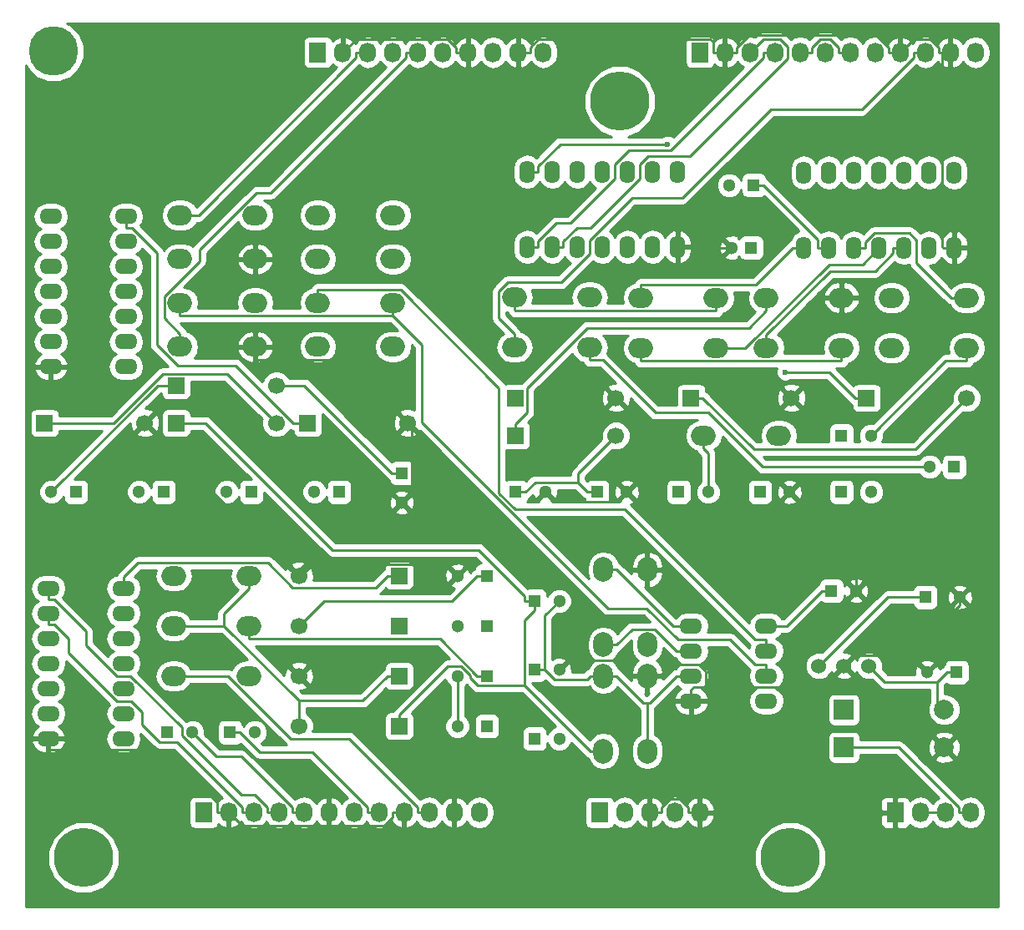
<source format=gbr>
G04 #@! TF.FileFunction,Copper,L2,Bot,Signal*
%FSLAX46Y46*%
G04 Gerber Fmt 4.6, Leading zero omitted, Abs format (unit mm)*
G04 Created by KiCad (PCBNEW 4.0.2+e4-6225~38~ubuntu14.04.1-stable) date Sa 25 Jun 2016 13:19:29 CEST*
%MOMM*%
G01*
G04 APERTURE LIST*
%ADD10C,0.100000*%
%ADD11C,1.300000*%
%ADD12R,1.300000X1.300000*%
%ADD13C,1.998980*%
%ADD14R,1.998980X1.998980*%
%ADD15C,1.699260*%
%ADD16R,1.699260X1.699260*%
%ADD17O,2.500000X2.000000*%
%ADD18O,2.000000X2.500000*%
%ADD19O,1.600000X2.300000*%
%ADD20O,2.300000X1.600000*%
%ADD21R,1.727200X2.032000*%
%ADD22O,1.727200X2.032000*%
%ADD23C,1.524000*%
%ADD24C,6.000000*%
%ADD25C,5.000000*%
%ADD26C,0.600000*%
%ADD27C,0.250000*%
%ADD28C,0.254000*%
G04 APERTURE END LIST*
D10*
D11*
X125420000Y-88900000D03*
D12*
X121920000Y-88900000D03*
X82296000Y-89281000D03*
D11*
X84796000Y-89281000D03*
D12*
X82296000Y-96266000D03*
D11*
X84796000Y-96266000D03*
D12*
X104521000Y-47117000D03*
D11*
X102021000Y-47117000D03*
X114895000Y-88265000D03*
D12*
X112395000Y-88265000D03*
X125095000Y-96520000D03*
D11*
X122095000Y-96520000D03*
D12*
X82296000Y-103251000D03*
D11*
X84796000Y-103251000D03*
D12*
X88646000Y-78232000D03*
D11*
X91646000Y-78232000D03*
D12*
X96901000Y-78232000D03*
D11*
X99901000Y-78232000D03*
D12*
X77470000Y-96901000D03*
D11*
X74470000Y-96901000D03*
D12*
X62484000Y-78232000D03*
D11*
X59984000Y-78232000D03*
D12*
X77470000Y-101981000D03*
D11*
X74470000Y-101981000D03*
D12*
X105156000Y-78232000D03*
D11*
X108156000Y-78232000D03*
D12*
X35814000Y-78232000D03*
D11*
X33314000Y-78232000D03*
D12*
X45085000Y-102616000D03*
D11*
X47585000Y-102616000D03*
D12*
X113411000Y-78232000D03*
D11*
X116411000Y-78232000D03*
D12*
X77470000Y-91821000D03*
D11*
X74470000Y-91821000D03*
D12*
X51435000Y-102616000D03*
D11*
X53935000Y-102616000D03*
D12*
X44704000Y-78232000D03*
D11*
X42204000Y-78232000D03*
D12*
X53594000Y-78232000D03*
D11*
X51094000Y-78232000D03*
D12*
X124841000Y-75692000D03*
D11*
X122341000Y-75692000D03*
D12*
X104267000Y-53467000D03*
D11*
X102267000Y-53467000D03*
D13*
X123825000Y-104137460D03*
D14*
X113665000Y-104137460D03*
D13*
X123825000Y-100327460D03*
D14*
X113665000Y-100327460D03*
D15*
X90551520Y-72514460D03*
D16*
X80391520Y-72514460D03*
D15*
X56134520Y-67434460D03*
D16*
X45974520Y-67434460D03*
D15*
X58419480Y-91823540D03*
D16*
X68579480Y-91823540D03*
D15*
X90551520Y-68704460D03*
D16*
X80391520Y-68704460D03*
D15*
X69469520Y-71244460D03*
D16*
X59309520Y-71244460D03*
D15*
X58419480Y-86743540D03*
D16*
X68579480Y-86743540D03*
D17*
X99441000Y-72517000D03*
X107061000Y-72517000D03*
D18*
X89281000Y-104521000D03*
X89281000Y-96901000D03*
X93726000Y-104521000D03*
X93726000Y-96901000D03*
X89281000Y-86106000D03*
X89281000Y-93726000D03*
X93726000Y-93726000D03*
X93726000Y-86106000D03*
D17*
X105791000Y-58547000D03*
X113411000Y-58547000D03*
X46355000Y-50165000D03*
X53975000Y-50165000D03*
X118491000Y-58547000D03*
X126111000Y-58547000D03*
X93091000Y-63627000D03*
X100711000Y-63627000D03*
X46355000Y-54610000D03*
X53975000Y-54610000D03*
X105791000Y-63627000D03*
X113411000Y-63627000D03*
X46355000Y-59055000D03*
X53975000Y-59055000D03*
X126111000Y-63627000D03*
X118491000Y-63627000D03*
X60325000Y-59055000D03*
X67945000Y-59055000D03*
X45720000Y-96901000D03*
X53340000Y-96901000D03*
X46355000Y-63500000D03*
X53975000Y-63500000D03*
X67945000Y-63500000D03*
X60325000Y-63500000D03*
X80271000Y-63547000D03*
X87891000Y-63547000D03*
D19*
X109601000Y-53467000D03*
X112141000Y-53467000D03*
X114681000Y-53467000D03*
X117221000Y-53467000D03*
X119761000Y-53467000D03*
X122301000Y-53467000D03*
X124841000Y-53467000D03*
X124841000Y-45847000D03*
X122301000Y-45847000D03*
X119761000Y-45847000D03*
X117221000Y-45847000D03*
X114681000Y-45847000D03*
X112141000Y-45847000D03*
X109601000Y-45847000D03*
D20*
X98171000Y-91821000D03*
X98171000Y-94361000D03*
X98171000Y-96901000D03*
X98171000Y-99441000D03*
X105791000Y-99441000D03*
X105791000Y-96901000D03*
X105791000Y-94361000D03*
X105791000Y-91821000D03*
D15*
X108331520Y-68704460D03*
D16*
X98171520Y-68704460D03*
D15*
X126111520Y-68704460D03*
D16*
X115951520Y-68704460D03*
D15*
X42799520Y-71244460D03*
D16*
X32639520Y-71244460D03*
D15*
X56134520Y-71244460D03*
D16*
X45974520Y-71244460D03*
D15*
X58419480Y-96903540D03*
D16*
X68579480Y-96903540D03*
D15*
X58419480Y-101983540D03*
D16*
X68579480Y-101983540D03*
D17*
X80271000Y-58467000D03*
X87891000Y-58467000D03*
X93091000Y-58547000D03*
X100711000Y-58547000D03*
X60325000Y-50165000D03*
X67945000Y-50165000D03*
X53340000Y-86741000D03*
X45720000Y-86741000D03*
X67945000Y-54610000D03*
X60325000Y-54610000D03*
X53340000Y-91821000D03*
X45720000Y-91821000D03*
D21*
X118872000Y-110744000D03*
D22*
X121412000Y-110744000D03*
X123952000Y-110744000D03*
X126492000Y-110744000D03*
D21*
X88900000Y-110744000D03*
D22*
X91440000Y-110744000D03*
X93980000Y-110744000D03*
X96520000Y-110744000D03*
X99060000Y-110744000D03*
D21*
X99060000Y-33655000D03*
D22*
X101600000Y-33655000D03*
X104140000Y-33655000D03*
X106680000Y-33655000D03*
X109220000Y-33655000D03*
X111760000Y-33655000D03*
X114300000Y-33655000D03*
X116840000Y-33655000D03*
X119380000Y-33655000D03*
X121920000Y-33655000D03*
X124460000Y-33655000D03*
X127000000Y-33655000D03*
D21*
X48768000Y-110744000D03*
D22*
X51308000Y-110744000D03*
X53848000Y-110744000D03*
X56388000Y-110744000D03*
X58928000Y-110744000D03*
X61468000Y-110744000D03*
X64008000Y-110744000D03*
X66548000Y-110744000D03*
X69088000Y-110744000D03*
X71628000Y-110744000D03*
X74168000Y-110744000D03*
X76708000Y-110744000D03*
D21*
X60325000Y-33655000D03*
D22*
X62865000Y-33655000D03*
X65405000Y-33655000D03*
X67945000Y-33655000D03*
X70485000Y-33655000D03*
X73025000Y-33655000D03*
X75565000Y-33655000D03*
X78105000Y-33655000D03*
X80645000Y-33655000D03*
X83185000Y-33655000D03*
D20*
X33020000Y-88011000D03*
X33020000Y-90551000D03*
X33020000Y-93091000D03*
X33020000Y-95631000D03*
X33020000Y-98171000D03*
X33020000Y-100711000D03*
X33020000Y-103251000D03*
X40640000Y-103251000D03*
X40640000Y-100711000D03*
X40640000Y-98171000D03*
X40640000Y-95631000D03*
X40640000Y-93091000D03*
X40640000Y-90551000D03*
X40640000Y-88011000D03*
X33274000Y-50292000D03*
X33274000Y-52832000D03*
X33274000Y-55372000D03*
X33274000Y-57912000D03*
X33274000Y-60452000D03*
X33274000Y-62992000D03*
X33274000Y-65532000D03*
X40894000Y-65532000D03*
X40894000Y-62992000D03*
X40894000Y-60452000D03*
X40894000Y-57912000D03*
X40894000Y-55372000D03*
X40894000Y-52832000D03*
X40894000Y-50292000D03*
D19*
X81541000Y-53387000D03*
X84081000Y-53387000D03*
X86621000Y-53387000D03*
X89161000Y-53387000D03*
X91701000Y-53387000D03*
X94241000Y-53387000D03*
X96781000Y-53387000D03*
X96781000Y-45767000D03*
X94241000Y-45767000D03*
X91701000Y-45767000D03*
X89161000Y-45767000D03*
X86621000Y-45767000D03*
X84081000Y-45767000D03*
X81541000Y-45767000D03*
D23*
X113665000Y-95885000D03*
X116205000Y-95885000D03*
X111125000Y-95885000D03*
D12*
X68834000Y-76327000D03*
D11*
X68834000Y-79327000D03*
D12*
X77470000Y-86741000D03*
D11*
X74470000Y-86741000D03*
D12*
X113411000Y-72517000D03*
D11*
X116411000Y-72517000D03*
D12*
X80391000Y-78232000D03*
D11*
X83391000Y-78232000D03*
D24*
X108204000Y-115316000D03*
X90932000Y-38608000D03*
X36576000Y-115316000D03*
D25*
X33528000Y-33528000D03*
D26*
X107691500Y-66109700D03*
X95781800Y-42962100D03*
D27*
X93980000Y-110744000D02*
X95168900Y-110744000D01*
X99060000Y-110744000D02*
X97871100Y-110744000D01*
X114895000Y-84971000D02*
X108156000Y-78232000D01*
X114895000Y-88265000D02*
X114895000Y-84971000D01*
X120352000Y-94777000D02*
X122095000Y-96520000D01*
X125420000Y-89709000D02*
X125420000Y-88900000D01*
X120352000Y-94777000D02*
X125420000Y-89709000D01*
X44791700Y-104376300D02*
X33020000Y-104376300D01*
X50119100Y-109703700D02*
X44791700Y-104376300D01*
X50119100Y-110744000D02*
X50119100Y-109703700D01*
X51308000Y-110744000D02*
X50119100Y-110744000D01*
X33020000Y-103251000D02*
X33020000Y-104376300D01*
X64233800Y-32286200D02*
X62865000Y-33655000D01*
X73527400Y-32286200D02*
X64233800Y-32286200D01*
X74376100Y-33134900D02*
X73527400Y-32286200D01*
X74376100Y-33655000D02*
X74376100Y-33134900D01*
X75565000Y-33655000D02*
X74376100Y-33655000D01*
X100411100Y-32614700D02*
X100411100Y-33655000D01*
X100110000Y-32313600D02*
X100411100Y-32614700D01*
X82655200Y-32313600D02*
X100110000Y-32313600D01*
X81833900Y-33134900D02*
X82655200Y-32313600D01*
X81833900Y-33655000D02*
X81833900Y-33134900D01*
X80645000Y-33655000D02*
X81833900Y-33655000D01*
X101600000Y-33655000D02*
X100411100Y-33655000D01*
X120728600Y-32306400D02*
X119380000Y-33655000D01*
X122442600Y-32306400D02*
X120728600Y-32306400D01*
X123271100Y-33134900D02*
X122442600Y-32306400D01*
X123271100Y-33655000D02*
X123271100Y-33134900D01*
X101600000Y-33655000D02*
X102788900Y-33655000D01*
X102788900Y-33134900D02*
X102788900Y-33655000D01*
X104062100Y-31861700D02*
X102788900Y-33134900D01*
X116917900Y-31861700D02*
X104062100Y-31861700D01*
X118191100Y-33134900D02*
X116917900Y-31861700D01*
X118191100Y-33655000D02*
X118191100Y-33134900D01*
X119380000Y-33655000D02*
X118191100Y-33655000D01*
X124841000Y-53467000D02*
X123715700Y-53467000D01*
X124460000Y-33655000D02*
X123606000Y-33655000D01*
X123606000Y-33655000D02*
X123271100Y-33655000D01*
X123606000Y-53357300D02*
X123715700Y-53467000D01*
X123606000Y-33655000D02*
X123606000Y-53357300D01*
X69816800Y-78344200D02*
X68834000Y-79327000D01*
X69816800Y-71591800D02*
X69816800Y-78344200D01*
X69469500Y-71244500D02*
X69816800Y-71591800D01*
X63050300Y-64825300D02*
X69469500Y-71244500D01*
X53975000Y-64825300D02*
X63050300Y-64825300D01*
X93726000Y-96901000D02*
X95051300Y-96901000D01*
X84366400Y-79207400D02*
X83391000Y-78232000D01*
X90670600Y-79207400D02*
X84366400Y-79207400D01*
X91646000Y-78232000D02*
X90670600Y-79207400D01*
X98171000Y-108248800D02*
X97033500Y-109386300D01*
X98171000Y-99441000D02*
X98171000Y-108248800D01*
X97871100Y-110223900D02*
X97033500Y-109386300D01*
X97871100Y-110744000D02*
X97871100Y-110223900D01*
X95168900Y-110223900D02*
X95168900Y-110744000D01*
X96006500Y-109386300D02*
X95168900Y-110223900D01*
X97033500Y-109386300D02*
X96006500Y-109386300D01*
X53975000Y-63500000D02*
X53975000Y-64825300D01*
X69088000Y-110744000D02*
X67899100Y-110744000D01*
X61468000Y-110744000D02*
X61468000Y-112085300D01*
X67041600Y-112085300D02*
X61468000Y-112085300D01*
X67899100Y-111227800D02*
X67041600Y-112085300D01*
X67899100Y-110744000D02*
X67899100Y-111227800D01*
X52649300Y-112085300D02*
X51308000Y-110744000D01*
X61468000Y-112085300D02*
X52649300Y-112085300D01*
X90813200Y-95313500D02*
X92400700Y-96901000D01*
X85748500Y-95313500D02*
X90813200Y-95313500D01*
X84796000Y-96266000D02*
X85748500Y-95313500D01*
X93726000Y-96901000D02*
X92400700Y-96901000D01*
X97986300Y-53467000D02*
X97906300Y-53387000D01*
X102267000Y-53467000D02*
X97986300Y-53467000D01*
X96781000Y-53387000D02*
X97906300Y-53387000D01*
X58419500Y-86156000D02*
X58419500Y-86743500D01*
X59007000Y-85568500D02*
X58419500Y-86156000D01*
X73297500Y-85568500D02*
X59007000Y-85568500D01*
X74470000Y-86741000D02*
X73297500Y-85568500D01*
X42799500Y-71342900D02*
X42799500Y-71244500D01*
X57612600Y-86156000D02*
X42799500Y-71342900D01*
X58419500Y-86156000D02*
X57612600Y-86156000D01*
X114773000Y-94777000D02*
X113665000Y-95885000D01*
X120352000Y-94777000D02*
X114773000Y-94777000D01*
X98171000Y-99441000D02*
X98171000Y-98315700D01*
X99668400Y-96416800D02*
X99668400Y-98058400D01*
X98991100Y-95739500D02*
X99668400Y-96416800D01*
X96212800Y-95739500D02*
X98991100Y-95739500D01*
X95051300Y-96901000D02*
X96212800Y-95739500D01*
X111491600Y-98058400D02*
X99668400Y-98058400D01*
X113665000Y-95885000D02*
X111491600Y-98058400D01*
X98428300Y-98058400D02*
X98171000Y-98315700D01*
X99668400Y-98058400D02*
X98428300Y-98058400D01*
X125095000Y-96520000D02*
X124119700Y-96520000D01*
X107863700Y-91821000D02*
X111419700Y-88265000D01*
X105791000Y-91821000D02*
X107863700Y-91821000D01*
X112395000Y-88265000D02*
X111419700Y-88265000D01*
X123144400Y-99646900D02*
X123825000Y-100327500D01*
X123144400Y-97495300D02*
X123144400Y-99646900D01*
X117815300Y-97495300D02*
X123144400Y-97495300D01*
X116205000Y-95885000D02*
X117815300Y-97495300D01*
X123144400Y-97495300D02*
X124119700Y-96520000D01*
X115951500Y-68704500D02*
X114776600Y-68704500D01*
X48947400Y-71244500D02*
X45974500Y-71244500D01*
X61811300Y-84108400D02*
X48947400Y-71244500D01*
X76635700Y-84108400D02*
X61811300Y-84108400D01*
X81320700Y-88793400D02*
X76635700Y-84108400D01*
X81320700Y-89281000D02*
X81320700Y-88793400D01*
X82296000Y-89281000D02*
X81320700Y-89281000D01*
X112181800Y-66109700D02*
X107691500Y-66109700D01*
X114776600Y-68704500D02*
X112181800Y-66109700D01*
X89281000Y-104521000D02*
X87955700Y-104521000D01*
X82296000Y-89281000D02*
X82296000Y-90256300D01*
X76577500Y-97876400D02*
X81320700Y-97876400D01*
X75810800Y-97109700D02*
X76577500Y-97876400D01*
X75810800Y-96854000D02*
X75810800Y-97109700D01*
X74859800Y-95903000D02*
X75810800Y-96854000D01*
X73485100Y-95903000D02*
X74859800Y-95903000D01*
X68579500Y-100808600D02*
X73485100Y-95903000D01*
X81320700Y-97886000D02*
X81320700Y-97876400D01*
X87955700Y-104521000D02*
X81320700Y-97886000D01*
X81320700Y-91231600D02*
X82296000Y-90256300D01*
X81320700Y-97876400D02*
X81320700Y-91231600D01*
X68579500Y-101983500D02*
X68579500Y-100808600D01*
X98171000Y-91821000D02*
X96695700Y-91821000D01*
X96321300Y-91821000D02*
X96695700Y-91821000D01*
X90606300Y-86106000D02*
X96321300Y-91821000D01*
X89281000Y-86106000D02*
X90606300Y-86106000D01*
X121031000Y-55042300D02*
X124535700Y-58547000D01*
X121031000Y-52739700D02*
X121031000Y-55042300D01*
X120275300Y-51984000D02*
X121031000Y-52739700D01*
X116726600Y-51984000D02*
X120275300Y-51984000D01*
X115806300Y-52904300D02*
X116726600Y-51984000D01*
X115806300Y-53467000D02*
X115806300Y-52904300D01*
X114681000Y-53467000D02*
X115806300Y-53467000D01*
X126111000Y-58547000D02*
X124535700Y-58547000D01*
X99901000Y-74302300D02*
X99901000Y-78232000D01*
X99441000Y-73842300D02*
X99901000Y-74302300D01*
X99441000Y-72517000D02*
X99441000Y-73842300D01*
X113411000Y-63627000D02*
X113411000Y-64952300D01*
X93091000Y-63627000D02*
X93091000Y-64952300D01*
X93091000Y-64952300D02*
X113411000Y-64952300D01*
X57796300Y-71244500D02*
X59309500Y-71244500D01*
X51953300Y-65401500D02*
X57796300Y-71244500D01*
X46113100Y-65401500D02*
X51953300Y-65401500D01*
X44009300Y-63297700D02*
X46113100Y-65401500D01*
X44009300Y-53970000D02*
X44009300Y-63297700D01*
X41456600Y-51417300D02*
X44009300Y-53970000D01*
X40894000Y-51417300D02*
X41456600Y-51417300D01*
X40894000Y-50292000D02*
X40894000Y-51417300D01*
X126111000Y-63627000D02*
X126111000Y-64952300D01*
X123975700Y-64952300D02*
X116411000Y-72517000D01*
X126111000Y-64952300D02*
X123975700Y-64952300D01*
X77470000Y-96901000D02*
X76494700Y-96901000D01*
X72740000Y-93146300D02*
X76494700Y-96901000D01*
X53340000Y-93146300D02*
X72740000Y-93146300D01*
X53340000Y-91821000D02*
X53340000Y-93146300D01*
X54415800Y-104621500D02*
X52410300Y-102616000D01*
X59756700Y-104621500D02*
X54415800Y-104621500D01*
X65359100Y-110223900D02*
X59756700Y-104621500D01*
X65359100Y-110744000D02*
X65359100Y-110223900D01*
X66548000Y-110744000D02*
X65359100Y-110744000D01*
X51435000Y-102616000D02*
X52410300Y-102616000D01*
X68751500Y-57729700D02*
X60325000Y-57729700D01*
X78695600Y-67673800D02*
X68751500Y-57729700D01*
X78695600Y-78352900D02*
X78695600Y-67673800D01*
X80335800Y-79993100D02*
X78695600Y-78352900D01*
X91423100Y-79993100D02*
X80335800Y-79993100D01*
X104665700Y-93235700D02*
X91423100Y-79993100D01*
X105791000Y-93235700D02*
X104665700Y-93235700D01*
X105791000Y-94361000D02*
X105791000Y-93235700D01*
X60325000Y-59055000D02*
X60325000Y-57729700D01*
X110408900Y-33134900D02*
X110408900Y-33655000D01*
X111231500Y-32312300D02*
X110408900Y-33134900D01*
X112288500Y-32312300D02*
X111231500Y-32312300D01*
X113111100Y-33134900D02*
X112288500Y-32312300D01*
X113111100Y-33655000D02*
X113111100Y-33134900D01*
X114300000Y-33655000D02*
X113111100Y-33655000D01*
X109220000Y-33655000D02*
X110408900Y-33655000D01*
X119761000Y-53467000D02*
X118635700Y-53467000D01*
X105791000Y-63627000D02*
X105791000Y-62301700D01*
X118635700Y-54029600D02*
X118635700Y-53467000D01*
X116840400Y-55824900D02*
X118635700Y-54029600D01*
X112267800Y-55824900D02*
X116840400Y-55824900D01*
X105791000Y-62301700D02*
X112267800Y-55824900D01*
X104721000Y-57221700D02*
X93091000Y-57221700D01*
X108475700Y-53467000D02*
X104721000Y-57221700D01*
X109601000Y-53467000D02*
X108475700Y-53467000D01*
X93091000Y-58547000D02*
X93091000Y-57221700D01*
X58966200Y-67434500D02*
X67858700Y-76327000D01*
X56134500Y-67434500D02*
X58966200Y-67434500D01*
X68834000Y-76327000D02*
X67858700Y-76327000D01*
X68579500Y-96903500D02*
X67404600Y-96903500D01*
X53340000Y-86741000D02*
X53340000Y-88066300D01*
X58419500Y-101983500D02*
X58419500Y-99413600D01*
X64894500Y-99413600D02*
X67404600Y-96903500D01*
X58419500Y-99413600D02*
X64894500Y-99413600D01*
X50826900Y-90579400D02*
X53340000Y-88066300D01*
X50826900Y-91821000D02*
X50826900Y-90579400D01*
X45720000Y-91821000D02*
X50826900Y-91821000D01*
X50826900Y-91821000D02*
X58419500Y-99413600D01*
X93726000Y-104521000D02*
X93726000Y-102945700D01*
X98171000Y-96901000D02*
X96695700Y-96901000D01*
X82296000Y-96266000D02*
X83271300Y-96266000D01*
X89281000Y-96901000D02*
X87955700Y-96901000D01*
X83344000Y-96266000D02*
X83271300Y-96266000D01*
X84319300Y-97241300D02*
X83344000Y-96266000D01*
X87615400Y-97241300D02*
X84319300Y-97241300D01*
X87955700Y-96901000D02*
X87615400Y-97241300D01*
X83344000Y-90733000D02*
X84796000Y-89281000D01*
X83344000Y-96266000D02*
X83344000Y-90733000D01*
X93726000Y-99617200D02*
X93726000Y-102945700D01*
X93979500Y-99617200D02*
X93726000Y-99617200D01*
X96695700Y-96901000D02*
X93979500Y-99617200D01*
X93322500Y-99617200D02*
X90606300Y-96901000D01*
X93726000Y-99617200D02*
X93322500Y-99617200D01*
X89281000Y-96901000D02*
X90606300Y-96901000D01*
X119216700Y-104137500D02*
X113665000Y-104137500D01*
X125303100Y-110223900D02*
X119216700Y-104137500D01*
X125303100Y-110744000D02*
X125303100Y-110223900D01*
X126492000Y-110744000D02*
X125303100Y-110744000D01*
X118110000Y-88900000D02*
X121920000Y-88900000D01*
X111125000Y-95885000D02*
X118110000Y-88900000D01*
X85206300Y-52824300D02*
X85206300Y-53387000D01*
X86588600Y-51442000D02*
X85206300Y-52824300D01*
X88007700Y-51442000D02*
X86588600Y-51442000D01*
X92971000Y-46478700D02*
X88007700Y-51442000D01*
X92971000Y-45013000D02*
X92971000Y-46478700D01*
X93801600Y-44182400D02*
X92971000Y-45013000D01*
X98048300Y-44182400D02*
X93801600Y-44182400D01*
X107950000Y-34280700D02*
X98048300Y-44182400D01*
X107950000Y-33088000D02*
X107950000Y-34280700D01*
X107174800Y-32312800D02*
X107950000Y-33088000D01*
X105482200Y-32312800D02*
X107174800Y-32312800D01*
X104140000Y-33655000D02*
X105482200Y-32312800D01*
X84081000Y-53387000D02*
X85206300Y-53387000D01*
X80391000Y-78232000D02*
X81366300Y-78232000D01*
X88646000Y-78232000D02*
X87670700Y-78232000D01*
X86695400Y-76370600D02*
X90551500Y-72514500D01*
X86695400Y-77256700D02*
X86695400Y-76370600D01*
X82341600Y-77256700D02*
X86695400Y-77256700D01*
X81366300Y-78232000D02*
X82341600Y-77256700D01*
X86695400Y-77256700D02*
X87670700Y-78232000D01*
X111015700Y-52636400D02*
X105496300Y-47117000D01*
X111015700Y-53467000D02*
X111015700Y-52636400D01*
X112141000Y-53467000D02*
X111015700Y-53467000D01*
X104521000Y-47117000D02*
X105496300Y-47117000D01*
X81541000Y-45767000D02*
X82666300Y-45767000D01*
X84908600Y-42962100D02*
X95781800Y-42962100D01*
X82666300Y-45204400D02*
X84908600Y-42962100D01*
X82666300Y-45767000D02*
X82666300Y-45204400D01*
X33582600Y-91676300D02*
X33020000Y-91676300D01*
X35030900Y-93124600D02*
X33582600Y-91676300D01*
X35030900Y-94543600D02*
X35030900Y-93124600D01*
X39928300Y-99441000D02*
X35030900Y-94543600D01*
X41380600Y-99441000D02*
X39928300Y-99441000D01*
X42496100Y-100556500D02*
X41380600Y-99441000D01*
X42496100Y-101820800D02*
X42496100Y-100556500D01*
X44282600Y-103607300D02*
X42496100Y-101820800D01*
X46040800Y-103607300D02*
X44282600Y-103607300D01*
X52659100Y-110225600D02*
X46040800Y-103607300D01*
X52659100Y-110744000D02*
X52659100Y-110225600D01*
X33020000Y-90551000D02*
X33020000Y-91676300D01*
X53848000Y-110744000D02*
X52659100Y-110744000D01*
X73954700Y-89281000D02*
X76494700Y-86741000D01*
X60962000Y-89281000D02*
X73954700Y-89281000D01*
X58419500Y-91823500D02*
X60962000Y-89281000D01*
X77470000Y-86741000D02*
X76494700Y-86741000D01*
X44111500Y-67434500D02*
X33314000Y-78232000D01*
X45974500Y-67434500D02*
X44111500Y-67434500D01*
X50040900Y-105071900D02*
X47585000Y-102616000D01*
X52587100Y-105071900D02*
X50040900Y-105071900D01*
X57739100Y-110223900D02*
X52587100Y-105071900D01*
X57739100Y-110744000D02*
X57739100Y-110223900D01*
X58928000Y-110744000D02*
X57739100Y-110744000D01*
X66229700Y-87918400D02*
X67404600Y-86743500D01*
X57780700Y-87918400D02*
X66229700Y-87918400D01*
X55273600Y-85411300D02*
X57780700Y-87918400D01*
X42114400Y-85411300D02*
X55273600Y-85411300D01*
X40640000Y-86885700D02*
X42114400Y-85411300D01*
X40640000Y-88011000D02*
X40640000Y-86885700D01*
X68579500Y-86743500D02*
X67404600Y-86743500D01*
X74470000Y-101981000D02*
X74470000Y-96901000D01*
X44756400Y-60576100D02*
X46355000Y-62174700D01*
X44756400Y-58369700D02*
X44756400Y-60576100D01*
X48308200Y-54817900D02*
X44756400Y-58369700D01*
X48308200Y-53702300D02*
X48308200Y-54817900D01*
X54113600Y-47896900D02*
X48308200Y-53702300D01*
X55574300Y-47896900D02*
X54113600Y-47896900D01*
X69296100Y-34175100D02*
X55574300Y-47896900D01*
X69296100Y-33655000D02*
X69296100Y-34175100D01*
X70485000Y-33655000D02*
X69296100Y-33655000D01*
X46355000Y-63500000D02*
X46355000Y-62174700D01*
X105444000Y-75692000D02*
X122341000Y-75692000D01*
X99950100Y-70198100D02*
X105444000Y-75692000D01*
X94542100Y-70198100D02*
X99950100Y-70198100D01*
X89216300Y-64872300D02*
X94542100Y-70198100D01*
X87891000Y-64872300D02*
X89216300Y-64872300D01*
X87891000Y-63547000D02*
X87891000Y-64872300D01*
X80351000Y-59872300D02*
X80271000Y-59792300D01*
X100711000Y-59872300D02*
X80351000Y-59872300D01*
X100711000Y-58547000D02*
X100711000Y-59872300D01*
X80271000Y-58467000D02*
X80271000Y-59792300D01*
X98171500Y-68704500D02*
X99346400Y-68704500D01*
X104531400Y-73889500D02*
X99346400Y-68704500D01*
X120926500Y-73889500D02*
X104531400Y-73889500D01*
X126111500Y-68704500D02*
X120926500Y-73889500D01*
X81566400Y-70164700D02*
X80391500Y-71339600D01*
X81566400Y-67695000D02*
X81566400Y-70164700D01*
X87667100Y-61594300D02*
X81566400Y-67695000D01*
X104069000Y-61594300D02*
X87667100Y-61594300D01*
X105791000Y-59872300D02*
X104069000Y-61594300D01*
X105791000Y-58547000D02*
X105791000Y-59872300D01*
X80391500Y-72514500D02*
X80391500Y-71339600D01*
X39664600Y-71244500D02*
X32639500Y-71244500D01*
X44650900Y-66258200D02*
X39664600Y-71244500D01*
X51148200Y-66258200D02*
X44650900Y-66258200D01*
X56134500Y-71244500D02*
X51148200Y-66258200D01*
X123952000Y-110744000D02*
X121412000Y-110744000D01*
X106680000Y-33655000D02*
X105491100Y-33655000D01*
X81541000Y-53387000D02*
X82666300Y-53387000D01*
X82666300Y-52824300D02*
X82666300Y-53387000D01*
X84499000Y-50991600D02*
X82666300Y-52824300D01*
X85918600Y-50991600D02*
X84499000Y-50991600D01*
X90431000Y-46479200D02*
X85918600Y-50991600D01*
X90431000Y-45048800D02*
X90431000Y-46479200D01*
X91892400Y-43587400D02*
X90431000Y-45048800D01*
X96078800Y-43587400D02*
X91892400Y-43587400D01*
X105491100Y-34175100D02*
X96078800Y-43587400D01*
X105491100Y-33655000D02*
X105491100Y-34175100D01*
X78670300Y-60621000D02*
X80271000Y-62221700D01*
X78670300Y-57880800D02*
X78670300Y-60621000D01*
X79554500Y-56996600D02*
X78670300Y-57880800D01*
X84988900Y-56996600D02*
X79554500Y-56996600D01*
X87891000Y-54094500D02*
X84988900Y-56996600D01*
X87891000Y-52701800D02*
X87891000Y-54094500D01*
X92171600Y-48421200D02*
X87891000Y-52701800D01*
X97265200Y-48421200D02*
X92171600Y-48421200D01*
X106261700Y-39424700D02*
X97265200Y-48421200D01*
X115481500Y-39424700D02*
X106261700Y-39424700D01*
X120731100Y-34175100D02*
X115481500Y-39424700D01*
X120731100Y-33655000D02*
X120731100Y-34175100D01*
X121920000Y-33655000D02*
X120731100Y-33655000D01*
X80271000Y-63547000D02*
X80271000Y-62221700D01*
X94480600Y-92145900D02*
X96695700Y-94361000D01*
X92186400Y-92145900D02*
X94480600Y-92145900D01*
X90606300Y-93726000D02*
X92186400Y-92145900D01*
X89281000Y-93726000D02*
X90606300Y-93726000D01*
X98171000Y-94361000D02*
X96695700Y-94361000D01*
X56388000Y-110744000D02*
X55199100Y-110744000D01*
X33020000Y-88011000D02*
X33020000Y-89136300D01*
X33582600Y-89136300D02*
X33020000Y-89136300D01*
X36830000Y-92383700D02*
X33582600Y-89136300D01*
X36830000Y-93803200D02*
X36830000Y-92383700D01*
X39927800Y-96901000D02*
X36830000Y-93803200D01*
X41326800Y-96901000D02*
X39927800Y-96901000D01*
X46555700Y-102129900D02*
X41326800Y-96901000D01*
X46555700Y-102966900D02*
X46555700Y-102129900D01*
X52541100Y-108952300D02*
X46555700Y-102966900D01*
X53927500Y-108952300D02*
X52541100Y-108952300D01*
X55199100Y-110223900D02*
X53927500Y-108952300D01*
X55199100Y-110744000D02*
X55199100Y-110223900D01*
X51215600Y-96901000D02*
X45720000Y-96901000D01*
X57571300Y-103256700D02*
X51215600Y-96901000D01*
X63471900Y-103256700D02*
X57571300Y-103256700D01*
X70439100Y-110223900D02*
X63471900Y-103256700D01*
X70439100Y-110744000D02*
X70439100Y-110223900D01*
X71628000Y-110744000D02*
X70439100Y-110744000D01*
X48226200Y-50165000D02*
X46355000Y-50165000D01*
X64216100Y-34175100D02*
X48226200Y-50165000D01*
X64216100Y-33655000D02*
X64216100Y-34175100D01*
X65405000Y-33655000D02*
X64216100Y-33655000D01*
X103666600Y-63627000D02*
X100711000Y-63627000D01*
X112144100Y-55149500D02*
X103666600Y-63627000D01*
X115538500Y-55149500D02*
X112144100Y-55149500D01*
X117221000Y-53467000D02*
X115538500Y-55149500D01*
X70877100Y-63312400D02*
X67945000Y-60380300D01*
X70877100Y-71194900D02*
X70877100Y-63312400D01*
X89708500Y-90026300D02*
X70877100Y-71194900D01*
X93669100Y-90026300D02*
X89708500Y-90026300D01*
X96878400Y-93235600D02*
X93669100Y-90026300D01*
X102125600Y-93235600D02*
X96878400Y-93235600D01*
X104665700Y-95775700D02*
X102125600Y-93235600D01*
X105791000Y-95775700D02*
X104665700Y-95775700D01*
X105791000Y-96901000D02*
X105791000Y-95775700D01*
X67945000Y-59055000D02*
X67945000Y-60267700D01*
X67945000Y-60267700D02*
X67945000Y-60380300D01*
X67945000Y-60380300D02*
X46355000Y-60380300D01*
X46355000Y-59055000D02*
X46355000Y-60380300D01*
D28*
G36*
X129290000Y-120290000D02*
X30710000Y-120290000D01*
X30710000Y-116035874D01*
X32940370Y-116035874D01*
X33492600Y-117372372D01*
X34514249Y-118395806D01*
X35849782Y-118950368D01*
X37295874Y-118951630D01*
X38632372Y-118399400D01*
X39655806Y-117377751D01*
X40210368Y-116042218D01*
X40210373Y-116035874D01*
X104568370Y-116035874D01*
X105120600Y-117372372D01*
X106142249Y-118395806D01*
X107477782Y-118950368D01*
X108923874Y-118951630D01*
X110260372Y-118399400D01*
X111283806Y-117377751D01*
X111838368Y-116042218D01*
X111839630Y-114596126D01*
X111287400Y-113259628D01*
X110265751Y-112236194D01*
X108930218Y-111681632D01*
X107484126Y-111680370D01*
X106147628Y-112232600D01*
X105124194Y-113254249D01*
X104569632Y-114589782D01*
X104568370Y-116035874D01*
X40210373Y-116035874D01*
X40211630Y-114596126D01*
X39659400Y-113259628D01*
X38637751Y-112236194D01*
X37302218Y-111681632D01*
X35856126Y-111680370D01*
X34519628Y-112232600D01*
X33496194Y-113254249D01*
X32941632Y-114589782D01*
X32940370Y-116035874D01*
X30710000Y-116035874D01*
X30710000Y-103600039D01*
X31278096Y-103600039D01*
X31295633Y-103682819D01*
X31565500Y-104175896D01*
X32003517Y-104528166D01*
X32543000Y-104686000D01*
X32893000Y-104686000D01*
X32893000Y-103378000D01*
X33147000Y-103378000D01*
X33147000Y-104686000D01*
X33497000Y-104686000D01*
X34036483Y-104528166D01*
X34474500Y-104175896D01*
X34744367Y-103682819D01*
X34761904Y-103600039D01*
X34639915Y-103378000D01*
X33147000Y-103378000D01*
X32893000Y-103378000D01*
X31400085Y-103378000D01*
X31278096Y-103600039D01*
X30710000Y-103600039D01*
X30710000Y-70394830D01*
X31142450Y-70394830D01*
X31142450Y-72094090D01*
X31186728Y-72329407D01*
X31325800Y-72545531D01*
X31538000Y-72690521D01*
X31789890Y-72741530D01*
X33489150Y-72741530D01*
X33724467Y-72697252D01*
X33940591Y-72558180D01*
X34085581Y-72345980D01*
X34136590Y-72094090D01*
X34136590Y-72004500D01*
X38466698Y-72004500D01*
X33524016Y-76947182D01*
X33059519Y-76946777D01*
X32587057Y-77141995D01*
X32225265Y-77503155D01*
X32029223Y-77975276D01*
X32028777Y-78486481D01*
X32223995Y-78958943D01*
X32585155Y-79320735D01*
X33057276Y-79516777D01*
X33568481Y-79517223D01*
X34040943Y-79322005D01*
X34402735Y-78960845D01*
X34516560Y-78686724D01*
X34516560Y-78882000D01*
X34560838Y-79117317D01*
X34699910Y-79333441D01*
X34912110Y-79478431D01*
X35164000Y-79529440D01*
X36464000Y-79529440D01*
X36699317Y-79485162D01*
X36915441Y-79346090D01*
X37060431Y-79133890D01*
X37111440Y-78882000D01*
X37111440Y-78486481D01*
X40918777Y-78486481D01*
X41113995Y-78958943D01*
X41475155Y-79320735D01*
X41947276Y-79516777D01*
X42458481Y-79517223D01*
X42930943Y-79322005D01*
X43292735Y-78960845D01*
X43406560Y-78686724D01*
X43406560Y-78882000D01*
X43450838Y-79117317D01*
X43589910Y-79333441D01*
X43802110Y-79478431D01*
X44054000Y-79529440D01*
X45354000Y-79529440D01*
X45589317Y-79485162D01*
X45805441Y-79346090D01*
X45950431Y-79133890D01*
X46001440Y-78882000D01*
X46001440Y-77582000D01*
X45957162Y-77346683D01*
X45818090Y-77130559D01*
X45605890Y-76985569D01*
X45354000Y-76934560D01*
X44054000Y-76934560D01*
X43818683Y-76978838D01*
X43602559Y-77117910D01*
X43457569Y-77330110D01*
X43406560Y-77582000D01*
X43406560Y-77777460D01*
X43294005Y-77505057D01*
X42932845Y-77143265D01*
X42460724Y-76947223D01*
X41949519Y-76946777D01*
X41477057Y-77141995D01*
X41115265Y-77503155D01*
X40919223Y-77975276D01*
X40918777Y-78486481D01*
X37111440Y-78486481D01*
X37111440Y-77582000D01*
X37067162Y-77346683D01*
X36928090Y-77130559D01*
X36715890Y-76985569D01*
X36464000Y-76934560D01*
X35686242Y-76934560D01*
X40332652Y-72288150D01*
X41935435Y-72288150D01*
X42015662Y-72539413D01*
X42570887Y-72740810D01*
X43160919Y-72714401D01*
X43583378Y-72539413D01*
X43663605Y-72288150D01*
X42799520Y-71424065D01*
X41935435Y-72288150D01*
X40332652Y-72288150D01*
X41316100Y-71304702D01*
X41329579Y-71605859D01*
X41504567Y-72028318D01*
X41755830Y-72108545D01*
X42619915Y-71244460D01*
X42979125Y-71244460D01*
X43843210Y-72108545D01*
X44094473Y-72028318D01*
X44295870Y-71473093D01*
X44269461Y-70883061D01*
X44094473Y-70460602D01*
X43843210Y-70380375D01*
X42979125Y-71244460D01*
X42619915Y-71244460D01*
X42605773Y-71230318D01*
X42785378Y-71050713D01*
X42799520Y-71064855D01*
X43663605Y-70200770D01*
X43583378Y-69949507D01*
X43028153Y-69748110D01*
X42865408Y-69755394D01*
X44426302Y-68194500D01*
X44477450Y-68194500D01*
X44477450Y-68284090D01*
X44521728Y-68519407D01*
X44660800Y-68735531D01*
X44873000Y-68880521D01*
X45124890Y-68931530D01*
X46824150Y-68931530D01*
X47059467Y-68887252D01*
X47275591Y-68748180D01*
X47420581Y-68535980D01*
X47471590Y-68284090D01*
X47471590Y-67018200D01*
X50833398Y-67018200D01*
X54683274Y-70868076D01*
X54650148Y-70947853D01*
X54649632Y-71538476D01*
X54875178Y-72084337D01*
X55292446Y-72502334D01*
X55837913Y-72728832D01*
X56428536Y-72729348D01*
X56974397Y-72503802D01*
X57392394Y-72086534D01*
X57462421Y-71917890D01*
X57505461Y-71946648D01*
X57796300Y-72004500D01*
X57812450Y-72004500D01*
X57812450Y-72094090D01*
X57856728Y-72329407D01*
X57995800Y-72545531D01*
X58208000Y-72690521D01*
X58459890Y-72741530D01*
X60159150Y-72741530D01*
X60394467Y-72697252D01*
X60610591Y-72558180D01*
X60755581Y-72345980D01*
X60806590Y-72094090D01*
X60806590Y-70394830D01*
X60796128Y-70339230D01*
X67321299Y-76864401D01*
X67543282Y-77012725D01*
X67580838Y-77212317D01*
X67719910Y-77428441D01*
X67932110Y-77573431D01*
X68184000Y-77624440D01*
X69484000Y-77624440D01*
X69719317Y-77580162D01*
X69935441Y-77441090D01*
X70080431Y-77228890D01*
X70131440Y-76977000D01*
X70131440Y-75677000D01*
X70087162Y-75441683D01*
X69948090Y-75225559D01*
X69735890Y-75080569D01*
X69484000Y-75029560D01*
X68184000Y-75029560D01*
X67948683Y-75073838D01*
X67785406Y-75178904D01*
X64894652Y-72288150D01*
X68605435Y-72288150D01*
X68685662Y-72539413D01*
X69240887Y-72740810D01*
X69830919Y-72714401D01*
X70253378Y-72539413D01*
X70333605Y-72288150D01*
X69469520Y-71424065D01*
X68605435Y-72288150D01*
X64894652Y-72288150D01*
X63622329Y-71015827D01*
X67973170Y-71015827D01*
X67999579Y-71605859D01*
X68174567Y-72028318D01*
X68425830Y-72108545D01*
X69289915Y-71244460D01*
X68425830Y-70380375D01*
X68174567Y-70460602D01*
X67973170Y-71015827D01*
X63622329Y-71015827D01*
X59503601Y-66897099D01*
X59257039Y-66732352D01*
X58966200Y-66674500D01*
X57426883Y-66674500D01*
X57393862Y-66594583D01*
X56976594Y-66176586D01*
X56431127Y-65950088D01*
X55840504Y-65949572D01*
X55294643Y-66175118D01*
X54876646Y-66592386D01*
X54683686Y-67057084D01*
X52490701Y-64864099D01*
X52244139Y-64699352D01*
X51953300Y-64641500D01*
X47807818Y-64641500D01*
X48152472Y-64125687D01*
X48201255Y-63880434D01*
X52134876Y-63880434D01*
X52159258Y-64002396D01*
X52470702Y-64563337D01*
X52973101Y-64962394D01*
X53589970Y-65138815D01*
X53848000Y-64981012D01*
X53848000Y-63627000D01*
X54102000Y-63627000D01*
X54102000Y-64981012D01*
X54360030Y-65138815D01*
X54976899Y-64962394D01*
X55479298Y-64563337D01*
X55790742Y-64002396D01*
X55815124Y-63880434D01*
X55695777Y-63627000D01*
X54102000Y-63627000D01*
X53848000Y-63627000D01*
X52254223Y-63627000D01*
X52134876Y-63880434D01*
X48201255Y-63880434D01*
X48276929Y-63500000D01*
X58403071Y-63500000D01*
X58527528Y-64125687D01*
X58881951Y-64656120D01*
X59412384Y-65010543D01*
X60038071Y-65135000D01*
X60611929Y-65135000D01*
X61237616Y-65010543D01*
X61768049Y-64656120D01*
X62122472Y-64125687D01*
X62246929Y-63500000D01*
X62122472Y-62874313D01*
X61768049Y-62343880D01*
X61237616Y-61989457D01*
X60611929Y-61865000D01*
X60038071Y-61865000D01*
X59412384Y-61989457D01*
X58881951Y-62343880D01*
X58527528Y-62874313D01*
X58403071Y-63500000D01*
X48276929Y-63500000D01*
X48201256Y-63119566D01*
X52134876Y-63119566D01*
X52254223Y-63373000D01*
X53848000Y-63373000D01*
X53848000Y-62018988D01*
X54102000Y-62018988D01*
X54102000Y-63373000D01*
X55695777Y-63373000D01*
X55815124Y-63119566D01*
X55790742Y-62997604D01*
X55479298Y-62436663D01*
X54976899Y-62037606D01*
X54360030Y-61861185D01*
X54102000Y-62018988D01*
X53848000Y-62018988D01*
X53589970Y-61861185D01*
X52973101Y-62037606D01*
X52470702Y-62436663D01*
X52159258Y-62997604D01*
X52134876Y-63119566D01*
X48201256Y-63119566D01*
X48152472Y-62874313D01*
X47798049Y-62343880D01*
X47267616Y-61989457D01*
X47070347Y-61950218D01*
X47057148Y-61883861D01*
X46892401Y-61637299D01*
X46395402Y-61140300D01*
X67630198Y-61140300D01*
X68385432Y-61895534D01*
X68231929Y-61865000D01*
X67658071Y-61865000D01*
X67032384Y-61989457D01*
X66501951Y-62343880D01*
X66147528Y-62874313D01*
X66023071Y-63500000D01*
X66147528Y-64125687D01*
X66501951Y-64656120D01*
X67032384Y-65010543D01*
X67658071Y-65135000D01*
X68231929Y-65135000D01*
X68857616Y-65010543D01*
X69388049Y-64656120D01*
X69742472Y-64125687D01*
X69866929Y-63500000D01*
X69836395Y-63346497D01*
X70117100Y-63627202D01*
X70117100Y-69900075D01*
X69698153Y-69748110D01*
X69108121Y-69774519D01*
X68685662Y-69949507D01*
X68605435Y-70200770D01*
X69469520Y-71064855D01*
X69483663Y-71050713D01*
X69663268Y-71230318D01*
X69649125Y-71244460D01*
X70513210Y-72108545D01*
X70666878Y-72059480D01*
X89171099Y-90563701D01*
X89417660Y-90728448D01*
X89708500Y-90786300D01*
X93354298Y-90786300D01*
X93953898Y-91385900D01*
X92186400Y-91385900D01*
X91895561Y-91443752D01*
X91648999Y-91608499D01*
X90652383Y-92605115D01*
X90437120Y-92282951D01*
X89906687Y-91928528D01*
X89281000Y-91804071D01*
X88655313Y-91928528D01*
X88124880Y-92282951D01*
X87770457Y-92813384D01*
X87646000Y-93439071D01*
X87646000Y-94012929D01*
X87770457Y-94638616D01*
X88124880Y-95169049D01*
X88341067Y-95313500D01*
X88124880Y-95457951D01*
X87770457Y-95988384D01*
X87731218Y-96185653D01*
X87664861Y-96198852D01*
X87418299Y-96363599D01*
X87300598Y-96481300D01*
X86081659Y-96481300D01*
X86093622Y-96446922D01*
X86064083Y-95936572D01*
X85925611Y-95602271D01*
X85695016Y-95546590D01*
X84975605Y-96266000D01*
X84989748Y-96280143D01*
X84810143Y-96459748D01*
X84796000Y-96445605D01*
X84781858Y-96459748D01*
X84602252Y-96280142D01*
X84616395Y-96266000D01*
X84602252Y-96251858D01*
X84781858Y-96072252D01*
X84796000Y-96086395D01*
X85515410Y-95366984D01*
X85459729Y-95136389D01*
X84976922Y-94968378D01*
X84466572Y-94997917D01*
X84132271Y-95136389D01*
X84104000Y-95253469D01*
X84104000Y-91047802D01*
X84585984Y-90565818D01*
X85050481Y-90566223D01*
X85522943Y-90371005D01*
X85884735Y-90009845D01*
X86080777Y-89537724D01*
X86081223Y-89026519D01*
X85886005Y-88554057D01*
X85524845Y-88192265D01*
X85052724Y-87996223D01*
X84541519Y-87995777D01*
X84069057Y-88190995D01*
X83707265Y-88552155D01*
X83593440Y-88826276D01*
X83593440Y-88631000D01*
X83549162Y-88395683D01*
X83410090Y-88179559D01*
X83197890Y-88034569D01*
X82946000Y-87983560D01*
X81646000Y-87983560D01*
X81595217Y-87993115D01*
X77173101Y-83570999D01*
X76926539Y-83406252D01*
X76635700Y-83348400D01*
X62126102Y-83348400D01*
X59003718Y-80226016D01*
X68114590Y-80226016D01*
X68170271Y-80456611D01*
X68653078Y-80624622D01*
X69163428Y-80595083D01*
X69497729Y-80456611D01*
X69553410Y-80226016D01*
X68834000Y-79506605D01*
X68114590Y-80226016D01*
X59003718Y-80226016D01*
X57264183Y-78486481D01*
X58698777Y-78486481D01*
X58893995Y-78958943D01*
X59255155Y-79320735D01*
X59727276Y-79516777D01*
X60238481Y-79517223D01*
X60710943Y-79322005D01*
X61072735Y-78960845D01*
X61186560Y-78686724D01*
X61186560Y-78882000D01*
X61230838Y-79117317D01*
X61369910Y-79333441D01*
X61582110Y-79478431D01*
X61834000Y-79529440D01*
X63134000Y-79529440D01*
X63369317Y-79485162D01*
X63585441Y-79346090D01*
X63722103Y-79146078D01*
X67536378Y-79146078D01*
X67565917Y-79656428D01*
X67704389Y-79990729D01*
X67934984Y-80046410D01*
X68654395Y-79327000D01*
X69013605Y-79327000D01*
X69733016Y-80046410D01*
X69963611Y-79990729D01*
X70131622Y-79507922D01*
X70102083Y-78997572D01*
X69963611Y-78663271D01*
X69733016Y-78607590D01*
X69013605Y-79327000D01*
X68654395Y-79327000D01*
X67934984Y-78607590D01*
X67704389Y-78663271D01*
X67536378Y-79146078D01*
X63722103Y-79146078D01*
X63730431Y-79133890D01*
X63781440Y-78882000D01*
X63781440Y-78427984D01*
X68114590Y-78427984D01*
X68834000Y-79147395D01*
X69553410Y-78427984D01*
X69497729Y-78197389D01*
X69014922Y-78029378D01*
X68504572Y-78058917D01*
X68170271Y-78197389D01*
X68114590Y-78427984D01*
X63781440Y-78427984D01*
X63781440Y-77582000D01*
X63737162Y-77346683D01*
X63598090Y-77130559D01*
X63385890Y-76985569D01*
X63134000Y-76934560D01*
X61834000Y-76934560D01*
X61598683Y-76978838D01*
X61382559Y-77117910D01*
X61237569Y-77330110D01*
X61186560Y-77582000D01*
X61186560Y-77777460D01*
X61074005Y-77505057D01*
X60712845Y-77143265D01*
X60240724Y-76947223D01*
X59729519Y-76946777D01*
X59257057Y-77141995D01*
X58895265Y-77503155D01*
X58699223Y-77975276D01*
X58698777Y-78486481D01*
X57264183Y-78486481D01*
X49484801Y-70707099D01*
X49238239Y-70542352D01*
X48947400Y-70484500D01*
X47471590Y-70484500D01*
X47471590Y-70394830D01*
X47427312Y-70159513D01*
X47288240Y-69943389D01*
X47076040Y-69798399D01*
X46824150Y-69747390D01*
X45124890Y-69747390D01*
X44889573Y-69791668D01*
X44673449Y-69930740D01*
X44528459Y-70142940D01*
X44477450Y-70394830D01*
X44477450Y-72094090D01*
X44521728Y-72329407D01*
X44660800Y-72545531D01*
X44873000Y-72690521D01*
X45124890Y-72741530D01*
X46824150Y-72741530D01*
X47059467Y-72697252D01*
X47275591Y-72558180D01*
X47420581Y-72345980D01*
X47471590Y-72094090D01*
X47471590Y-72004500D01*
X48632598Y-72004500D01*
X53562658Y-76934560D01*
X52944000Y-76934560D01*
X52708683Y-76978838D01*
X52492559Y-77117910D01*
X52347569Y-77330110D01*
X52296560Y-77582000D01*
X52296560Y-77777460D01*
X52184005Y-77505057D01*
X51822845Y-77143265D01*
X51350724Y-76947223D01*
X50839519Y-76946777D01*
X50367057Y-77141995D01*
X50005265Y-77503155D01*
X49809223Y-77975276D01*
X49808777Y-78486481D01*
X50003995Y-78958943D01*
X50365155Y-79320735D01*
X50837276Y-79516777D01*
X51348481Y-79517223D01*
X51820943Y-79322005D01*
X52182735Y-78960845D01*
X52296560Y-78686724D01*
X52296560Y-78882000D01*
X52340838Y-79117317D01*
X52479910Y-79333441D01*
X52692110Y-79478431D01*
X52944000Y-79529440D01*
X54244000Y-79529440D01*
X54479317Y-79485162D01*
X54695441Y-79346090D01*
X54840431Y-79133890D01*
X54891440Y-78882000D01*
X54891440Y-78263342D01*
X61273899Y-84645801D01*
X61520461Y-84810548D01*
X61811300Y-84868400D01*
X76320898Y-84868400D01*
X76896058Y-85443560D01*
X76820000Y-85443560D01*
X76584683Y-85487838D01*
X76368559Y-85626910D01*
X76223569Y-85839110D01*
X76179875Y-86054878D01*
X75957299Y-86203599D01*
X75738698Y-86422200D01*
X75738083Y-86411572D01*
X75599611Y-86077271D01*
X75369016Y-86021590D01*
X74649605Y-86741000D01*
X74663748Y-86755142D01*
X74484142Y-86934748D01*
X74470000Y-86920605D01*
X73750590Y-87640016D01*
X73806271Y-87870611D01*
X74165337Y-87995561D01*
X73639898Y-88521000D01*
X66669524Y-88521000D01*
X66767101Y-88455801D01*
X67231513Y-87991389D01*
X67265760Y-88044611D01*
X67477960Y-88189601D01*
X67729850Y-88240610D01*
X69429110Y-88240610D01*
X69664427Y-88196332D01*
X69880551Y-88057260D01*
X70025541Y-87845060D01*
X70076550Y-87593170D01*
X70076550Y-86560078D01*
X73172378Y-86560078D01*
X73201917Y-87070428D01*
X73340389Y-87404729D01*
X73570984Y-87460410D01*
X74290395Y-86741000D01*
X73570984Y-86021590D01*
X73340389Y-86077271D01*
X73172378Y-86560078D01*
X70076550Y-86560078D01*
X70076550Y-85893910D01*
X70066780Y-85841984D01*
X73750590Y-85841984D01*
X74470000Y-86561395D01*
X75189410Y-85841984D01*
X75133729Y-85611389D01*
X74650922Y-85443378D01*
X74140572Y-85472917D01*
X73806271Y-85611389D01*
X73750590Y-85841984D01*
X70066780Y-85841984D01*
X70032272Y-85658593D01*
X69893200Y-85442469D01*
X69681000Y-85297479D01*
X69429110Y-85246470D01*
X67729850Y-85246470D01*
X67494533Y-85290748D01*
X67278409Y-85429820D01*
X67133419Y-85642020D01*
X67082410Y-85893910D01*
X67082410Y-86062300D01*
X66867199Y-86206099D01*
X65914898Y-87158400D01*
X59848280Y-87158400D01*
X59915830Y-86972173D01*
X59889421Y-86382141D01*
X59714433Y-85959682D01*
X59463170Y-85879455D01*
X58599085Y-86743540D01*
X58613228Y-86757683D01*
X58433623Y-86937288D01*
X58419480Y-86923145D01*
X58405338Y-86937288D01*
X58225733Y-86757683D01*
X58239875Y-86743540D01*
X57375790Y-85879455D01*
X57124527Y-85959682D01*
X57063907Y-86126805D01*
X56636952Y-85699850D01*
X57555395Y-85699850D01*
X58419480Y-86563935D01*
X59283565Y-85699850D01*
X59203338Y-85448587D01*
X58648113Y-85247190D01*
X58058081Y-85273599D01*
X57635622Y-85448587D01*
X57555395Y-85699850D01*
X56636952Y-85699850D01*
X55811001Y-84873899D01*
X55564439Y-84709152D01*
X55273600Y-84651300D01*
X42114400Y-84651300D01*
X41871814Y-84699554D01*
X41823560Y-84709152D01*
X41576999Y-84873899D01*
X40102599Y-86348299D01*
X39937852Y-86594861D01*
X39928692Y-86640913D01*
X39705879Y-86685233D01*
X39240332Y-86996302D01*
X38929263Y-87461849D01*
X38820030Y-88011000D01*
X38929263Y-88560151D01*
X39240332Y-89025698D01*
X39622418Y-89281000D01*
X39240332Y-89536302D01*
X38929263Y-90001849D01*
X38820030Y-90551000D01*
X38929263Y-91100151D01*
X39240332Y-91565698D01*
X39622418Y-91821000D01*
X39240332Y-92076302D01*
X38929263Y-92541849D01*
X38820030Y-93091000D01*
X38929263Y-93640151D01*
X39240332Y-94105698D01*
X39622418Y-94361000D01*
X39240332Y-94616302D01*
X39031077Y-94929475D01*
X37590000Y-93488398D01*
X37590000Y-92383700D01*
X37532148Y-92092861D01*
X37367401Y-91846299D01*
X34470590Y-88949488D01*
X34730737Y-88560151D01*
X34839970Y-88011000D01*
X34730737Y-87461849D01*
X34419668Y-86996302D01*
X33954121Y-86685233D01*
X33404970Y-86576000D01*
X32635030Y-86576000D01*
X32085879Y-86685233D01*
X31620332Y-86996302D01*
X31309263Y-87461849D01*
X31200030Y-88011000D01*
X31309263Y-88560151D01*
X31620332Y-89025698D01*
X32002418Y-89281000D01*
X31620332Y-89536302D01*
X31309263Y-90001849D01*
X31200030Y-90551000D01*
X31309263Y-91100151D01*
X31620332Y-91565698D01*
X32002418Y-91821000D01*
X31620332Y-92076302D01*
X31309263Y-92541849D01*
X31200030Y-93091000D01*
X31309263Y-93640151D01*
X31620332Y-94105698D01*
X32002418Y-94361000D01*
X31620332Y-94616302D01*
X31309263Y-95081849D01*
X31200030Y-95631000D01*
X31309263Y-96180151D01*
X31620332Y-96645698D01*
X32002418Y-96901000D01*
X31620332Y-97156302D01*
X31309263Y-97621849D01*
X31200030Y-98171000D01*
X31309263Y-98720151D01*
X31620332Y-99185698D01*
X32002418Y-99441000D01*
X31620332Y-99696302D01*
X31309263Y-100161849D01*
X31200030Y-100711000D01*
X31309263Y-101260151D01*
X31620332Y-101725698D01*
X31998151Y-101978149D01*
X31565500Y-102326104D01*
X31295633Y-102819181D01*
X31278096Y-102901961D01*
X31400085Y-103124000D01*
X32893000Y-103124000D01*
X32893000Y-103104000D01*
X33147000Y-103104000D01*
X33147000Y-103124000D01*
X34639915Y-103124000D01*
X34761904Y-102901961D01*
X34744367Y-102819181D01*
X34474500Y-102326104D01*
X34041849Y-101978149D01*
X34419668Y-101725698D01*
X34730737Y-101260151D01*
X34839970Y-100711000D01*
X34730737Y-100161849D01*
X34419668Y-99696302D01*
X34037582Y-99441000D01*
X34419668Y-99185698D01*
X34730737Y-98720151D01*
X34839970Y-98171000D01*
X34730737Y-97621849D01*
X34419668Y-97156302D01*
X34037582Y-96901000D01*
X34419668Y-96645698D01*
X34730737Y-96180151D01*
X34839970Y-95631000D01*
X34789433Y-95376935D01*
X39187647Y-99775150D01*
X38929263Y-100161849D01*
X38820030Y-100711000D01*
X38929263Y-101260151D01*
X39240332Y-101725698D01*
X39622418Y-101981000D01*
X39240332Y-102236302D01*
X38929263Y-102701849D01*
X38820030Y-103251000D01*
X38929263Y-103800151D01*
X39240332Y-104265698D01*
X39705879Y-104576767D01*
X40255030Y-104686000D01*
X41024970Y-104686000D01*
X41574121Y-104576767D01*
X42039668Y-104265698D01*
X42350737Y-103800151D01*
X42459970Y-103251000D01*
X42362752Y-102762254D01*
X43745199Y-104144701D01*
X43991761Y-104309448D01*
X44282600Y-104367300D01*
X45725998Y-104367300D01*
X50639480Y-109280782D01*
X50405964Y-109393268D01*
X50249093Y-109568845D01*
X50234762Y-109492683D01*
X50095690Y-109276559D01*
X49883490Y-109131569D01*
X49631600Y-109080560D01*
X47904400Y-109080560D01*
X47669083Y-109124838D01*
X47452959Y-109263910D01*
X47307969Y-109476110D01*
X47256960Y-109728000D01*
X47256960Y-111760000D01*
X47301238Y-111995317D01*
X47440310Y-112211441D01*
X47652510Y-112356431D01*
X47904400Y-112407440D01*
X49631600Y-112407440D01*
X49866917Y-112363162D01*
X50083041Y-112224090D01*
X50228031Y-112011890D01*
X50247232Y-111917073D01*
X50405964Y-112094732D01*
X50933209Y-112348709D01*
X50948974Y-112351358D01*
X51181000Y-112230217D01*
X51181000Y-110871000D01*
X51161000Y-110871000D01*
X51161000Y-110617000D01*
X51181000Y-110617000D01*
X51181000Y-110597000D01*
X51435000Y-110597000D01*
X51435000Y-110617000D01*
X51455000Y-110617000D01*
X51455000Y-110871000D01*
X51435000Y-110871000D01*
X51435000Y-112230217D01*
X51667026Y-112351358D01*
X51682791Y-112348709D01*
X52210036Y-112094732D01*
X52581539Y-111678931D01*
X52788330Y-111988415D01*
X53274511Y-112313271D01*
X53848000Y-112427345D01*
X54421489Y-112313271D01*
X54907670Y-111988415D01*
X55118000Y-111673634D01*
X55328330Y-111988415D01*
X55814511Y-112313271D01*
X56388000Y-112427345D01*
X56961489Y-112313271D01*
X57447670Y-111988415D01*
X57658000Y-111673634D01*
X57868330Y-111988415D01*
X58354511Y-112313271D01*
X58928000Y-112427345D01*
X59501489Y-112313271D01*
X59987670Y-111988415D01*
X60194461Y-111678931D01*
X60565964Y-112094732D01*
X61093209Y-112348709D01*
X61108974Y-112351358D01*
X61341000Y-112230217D01*
X61341000Y-110871000D01*
X61321000Y-110871000D01*
X61321000Y-110617000D01*
X61341000Y-110617000D01*
X61341000Y-109257783D01*
X61108974Y-109136642D01*
X61093209Y-109139291D01*
X60565964Y-109393268D01*
X60194461Y-109809069D01*
X59987670Y-109499585D01*
X59501489Y-109174729D01*
X58928000Y-109060655D01*
X58354511Y-109174729D01*
X58000964Y-109410962D01*
X53124501Y-104534499D01*
X52877939Y-104369752D01*
X52587100Y-104311900D01*
X50355702Y-104311900D01*
X48869818Y-102826016D01*
X48870223Y-102361519D01*
X48675005Y-101889057D01*
X48313845Y-101527265D01*
X47841724Y-101331223D01*
X47330519Y-101330777D01*
X46977319Y-101476717D01*
X42082379Y-96581777D01*
X42350737Y-96180151D01*
X42459970Y-95631000D01*
X42350737Y-95081849D01*
X42039668Y-94616302D01*
X41657582Y-94361000D01*
X42039668Y-94105698D01*
X42350737Y-93640151D01*
X42459970Y-93091000D01*
X42350737Y-92541849D01*
X42039668Y-92076302D01*
X41657582Y-91821000D01*
X42039668Y-91565698D01*
X42350737Y-91100151D01*
X42459970Y-90551000D01*
X42350737Y-90001849D01*
X42039668Y-89536302D01*
X41657582Y-89281000D01*
X42039668Y-89025698D01*
X42350737Y-88560151D01*
X42459970Y-88011000D01*
X42350737Y-87461849D01*
X42039668Y-86996302D01*
X41778624Y-86821878D01*
X42429202Y-86171300D01*
X43911391Y-86171300D01*
X43798071Y-86741000D01*
X43922528Y-87366687D01*
X44276951Y-87897120D01*
X44807384Y-88251543D01*
X45433071Y-88376000D01*
X46006929Y-88376000D01*
X46632616Y-88251543D01*
X47163049Y-87897120D01*
X47517472Y-87366687D01*
X47641929Y-86741000D01*
X47528609Y-86171300D01*
X51531391Y-86171300D01*
X51418071Y-86741000D01*
X51542528Y-87366687D01*
X51896951Y-87897120D01*
X52219115Y-88112383D01*
X50289499Y-90041999D01*
X50124752Y-90288561D01*
X50066900Y-90579400D01*
X50066900Y-91061000D01*
X47427727Y-91061000D01*
X47163049Y-90664880D01*
X46632616Y-90310457D01*
X46006929Y-90186000D01*
X45433071Y-90186000D01*
X44807384Y-90310457D01*
X44276951Y-90664880D01*
X43922528Y-91195313D01*
X43798071Y-91821000D01*
X43922528Y-92446687D01*
X44276951Y-92977120D01*
X44807384Y-93331543D01*
X45433071Y-93456000D01*
X46006929Y-93456000D01*
X46632616Y-93331543D01*
X47163049Y-92977120D01*
X47427727Y-92581000D01*
X50512098Y-92581000D01*
X53197098Y-95266000D01*
X53053071Y-95266000D01*
X52427384Y-95390457D01*
X51896951Y-95744880D01*
X51566709Y-96239123D01*
X51506439Y-96198852D01*
X51215600Y-96141000D01*
X47427727Y-96141000D01*
X47163049Y-95744880D01*
X46632616Y-95390457D01*
X46006929Y-95266000D01*
X45433071Y-95266000D01*
X44807384Y-95390457D01*
X44276951Y-95744880D01*
X43922528Y-96275313D01*
X43798071Y-96901000D01*
X43922528Y-97526687D01*
X44276951Y-98057120D01*
X44807384Y-98411543D01*
X45433071Y-98536000D01*
X46006929Y-98536000D01*
X46632616Y-98411543D01*
X47163049Y-98057120D01*
X47427727Y-97661000D01*
X50900798Y-97661000D01*
X57033899Y-103794101D01*
X57134769Y-103861500D01*
X54730602Y-103861500D01*
X54600496Y-103731394D01*
X54661943Y-103706005D01*
X55023735Y-103344845D01*
X55219777Y-102872724D01*
X55220223Y-102361519D01*
X55025005Y-101889057D01*
X54663845Y-101527265D01*
X54191724Y-101331223D01*
X53680519Y-101330777D01*
X53208057Y-101525995D01*
X52846265Y-101887155D01*
X52806067Y-101983962D01*
X52725718Y-101930275D01*
X52688162Y-101730683D01*
X52549090Y-101514559D01*
X52336890Y-101369569D01*
X52085000Y-101318560D01*
X50785000Y-101318560D01*
X50549683Y-101362838D01*
X50333559Y-101501910D01*
X50188569Y-101714110D01*
X50137560Y-101966000D01*
X50137560Y-103266000D01*
X50181838Y-103501317D01*
X50320910Y-103717441D01*
X50533110Y-103862431D01*
X50785000Y-103913440D01*
X52085000Y-103913440D01*
X52320317Y-103869162D01*
X52483594Y-103764096D01*
X53878399Y-105158901D01*
X54124960Y-105323648D01*
X54415800Y-105381500D01*
X59441898Y-105381500D01*
X63314989Y-109254591D01*
X62948330Y-109499585D01*
X62741539Y-109809069D01*
X62370036Y-109393268D01*
X61842791Y-109139291D01*
X61827026Y-109136642D01*
X61595000Y-109257783D01*
X61595000Y-110617000D01*
X61615000Y-110617000D01*
X61615000Y-110871000D01*
X61595000Y-110871000D01*
X61595000Y-112230217D01*
X61827026Y-112351358D01*
X61842791Y-112348709D01*
X62370036Y-112094732D01*
X62741539Y-111678931D01*
X62948330Y-111988415D01*
X63434511Y-112313271D01*
X64008000Y-112427345D01*
X64581489Y-112313271D01*
X65067670Y-111988415D01*
X65278000Y-111673634D01*
X65488330Y-111988415D01*
X65974511Y-112313271D01*
X66548000Y-112427345D01*
X67121489Y-112313271D01*
X67607670Y-111988415D01*
X67814461Y-111678931D01*
X68185964Y-112094732D01*
X68713209Y-112348709D01*
X68728974Y-112351358D01*
X68961000Y-112230217D01*
X68961000Y-110871000D01*
X68941000Y-110871000D01*
X68941000Y-110617000D01*
X68961000Y-110617000D01*
X68961000Y-110597000D01*
X69215000Y-110597000D01*
X69215000Y-110617000D01*
X69235000Y-110617000D01*
X69235000Y-110871000D01*
X69215000Y-110871000D01*
X69215000Y-112230217D01*
X69447026Y-112351358D01*
X69462791Y-112348709D01*
X69990036Y-112094732D01*
X70361539Y-111678931D01*
X70568330Y-111988415D01*
X71054511Y-112313271D01*
X71628000Y-112427345D01*
X72201489Y-112313271D01*
X72687670Y-111988415D01*
X72894461Y-111678931D01*
X73265964Y-112094732D01*
X73793209Y-112348709D01*
X73808974Y-112351358D01*
X74041000Y-112230217D01*
X74041000Y-110871000D01*
X74021000Y-110871000D01*
X74021000Y-110617000D01*
X74041000Y-110617000D01*
X74041000Y-109257783D01*
X74295000Y-109257783D01*
X74295000Y-110617000D01*
X74315000Y-110617000D01*
X74315000Y-110871000D01*
X74295000Y-110871000D01*
X74295000Y-112230217D01*
X74527026Y-112351358D01*
X74542791Y-112348709D01*
X75070036Y-112094732D01*
X75441539Y-111678931D01*
X75648330Y-111988415D01*
X76134511Y-112313271D01*
X76708000Y-112427345D01*
X77281489Y-112313271D01*
X77767670Y-111988415D01*
X78092526Y-111502234D01*
X78206600Y-110928745D01*
X78206600Y-110559255D01*
X78092526Y-109985766D01*
X77920293Y-109728000D01*
X87388960Y-109728000D01*
X87388960Y-111760000D01*
X87433238Y-111995317D01*
X87572310Y-112211441D01*
X87784510Y-112356431D01*
X88036400Y-112407440D01*
X89763600Y-112407440D01*
X89998917Y-112363162D01*
X90215041Y-112224090D01*
X90360031Y-112011890D01*
X90368400Y-111970561D01*
X90380330Y-111988415D01*
X90866511Y-112313271D01*
X91440000Y-112427345D01*
X92013489Y-112313271D01*
X92499670Y-111988415D01*
X92706461Y-111678931D01*
X93077964Y-112094732D01*
X93605209Y-112348709D01*
X93620974Y-112351358D01*
X93853000Y-112230217D01*
X93853000Y-110871000D01*
X93833000Y-110871000D01*
X93833000Y-110617000D01*
X93853000Y-110617000D01*
X93853000Y-109257783D01*
X94107000Y-109257783D01*
X94107000Y-110617000D01*
X94127000Y-110617000D01*
X94127000Y-110871000D01*
X94107000Y-110871000D01*
X94107000Y-112230217D01*
X94339026Y-112351358D01*
X94354791Y-112348709D01*
X94882036Y-112094732D01*
X95253539Y-111678931D01*
X95460330Y-111988415D01*
X95946511Y-112313271D01*
X96520000Y-112427345D01*
X97093489Y-112313271D01*
X97579670Y-111988415D01*
X97786461Y-111678931D01*
X98157964Y-112094732D01*
X98685209Y-112348709D01*
X98700974Y-112351358D01*
X98933000Y-112230217D01*
X98933000Y-110871000D01*
X99187000Y-110871000D01*
X99187000Y-112230217D01*
X99419026Y-112351358D01*
X99434791Y-112348709D01*
X99962036Y-112094732D01*
X100351954Y-111658320D01*
X100545184Y-111105913D01*
X100498413Y-111029750D01*
X117373400Y-111029750D01*
X117373400Y-111886309D01*
X117470073Y-112119698D01*
X117648701Y-112298327D01*
X117882090Y-112395000D01*
X118586250Y-112395000D01*
X118745000Y-112236250D01*
X118745000Y-110871000D01*
X117532150Y-110871000D01*
X117373400Y-111029750D01*
X100498413Y-111029750D01*
X100400924Y-110871000D01*
X99187000Y-110871000D01*
X98933000Y-110871000D01*
X98913000Y-110871000D01*
X98913000Y-110617000D01*
X98933000Y-110617000D01*
X98933000Y-109257783D01*
X99187000Y-109257783D01*
X99187000Y-110617000D01*
X100400924Y-110617000D01*
X100545184Y-110382087D01*
X100351954Y-109829680D01*
X100148255Y-109601691D01*
X117373400Y-109601691D01*
X117373400Y-110458250D01*
X117532150Y-110617000D01*
X118745000Y-110617000D01*
X118745000Y-109251750D01*
X118586250Y-109093000D01*
X117882090Y-109093000D01*
X117648701Y-109189673D01*
X117470073Y-109368302D01*
X117373400Y-109601691D01*
X100148255Y-109601691D01*
X99962036Y-109393268D01*
X99434791Y-109139291D01*
X99419026Y-109136642D01*
X99187000Y-109257783D01*
X98933000Y-109257783D01*
X98700974Y-109136642D01*
X98685209Y-109139291D01*
X98157964Y-109393268D01*
X97786461Y-109809069D01*
X97579670Y-109499585D01*
X97093489Y-109174729D01*
X96520000Y-109060655D01*
X95946511Y-109174729D01*
X95460330Y-109499585D01*
X95253539Y-109809069D01*
X94882036Y-109393268D01*
X94354791Y-109139291D01*
X94339026Y-109136642D01*
X94107000Y-109257783D01*
X93853000Y-109257783D01*
X93620974Y-109136642D01*
X93605209Y-109139291D01*
X93077964Y-109393268D01*
X92706461Y-109809069D01*
X92499670Y-109499585D01*
X92013489Y-109174729D01*
X91440000Y-109060655D01*
X90866511Y-109174729D01*
X90380330Y-109499585D01*
X90370757Y-109513913D01*
X90366762Y-109492683D01*
X90227690Y-109276559D01*
X90015490Y-109131569D01*
X89763600Y-109080560D01*
X88036400Y-109080560D01*
X87801083Y-109124838D01*
X87584959Y-109263910D01*
X87439969Y-109476110D01*
X87388960Y-109728000D01*
X77920293Y-109728000D01*
X77767670Y-109499585D01*
X77281489Y-109174729D01*
X76708000Y-109060655D01*
X76134511Y-109174729D01*
X75648330Y-109499585D01*
X75441539Y-109809069D01*
X75070036Y-109393268D01*
X74542791Y-109139291D01*
X74527026Y-109136642D01*
X74295000Y-109257783D01*
X74041000Y-109257783D01*
X73808974Y-109136642D01*
X73793209Y-109139291D01*
X73265964Y-109393268D01*
X72894461Y-109809069D01*
X72687670Y-109499585D01*
X72201489Y-109174729D01*
X71628000Y-109060655D01*
X71054511Y-109174729D01*
X70700964Y-109410962D01*
X64009301Y-102719299D01*
X63762739Y-102554552D01*
X63471900Y-102496700D01*
X59813931Y-102496700D01*
X59903852Y-102280147D01*
X59904368Y-101689524D01*
X59678822Y-101143663D01*
X59261554Y-100725666D01*
X59179500Y-100691594D01*
X59179500Y-100173600D01*
X64894500Y-100173600D01*
X65185339Y-100115748D01*
X65431901Y-99951001D01*
X67231513Y-98151389D01*
X67265760Y-98204611D01*
X67477960Y-98349601D01*
X67729850Y-98400610D01*
X69429110Y-98400610D01*
X69664427Y-98356332D01*
X69880551Y-98217260D01*
X70025541Y-98005060D01*
X70076550Y-97753170D01*
X70076550Y-96053910D01*
X70032272Y-95818593D01*
X69893200Y-95602469D01*
X69681000Y-95457479D01*
X69429110Y-95406470D01*
X67729850Y-95406470D01*
X67494533Y-95450748D01*
X67278409Y-95589820D01*
X67133419Y-95802020D01*
X67082410Y-96053910D01*
X67082410Y-96222299D01*
X66867199Y-96366099D01*
X64579698Y-98653600D01*
X58734302Y-98653600D01*
X58468179Y-98387477D01*
X58780879Y-98373481D01*
X59203338Y-98198493D01*
X59283565Y-97947230D01*
X58419480Y-97083145D01*
X58405338Y-97097288D01*
X58225733Y-96917683D01*
X58239875Y-96903540D01*
X58599085Y-96903540D01*
X59463170Y-97767625D01*
X59714433Y-97687398D01*
X59915830Y-97132173D01*
X59889421Y-96542141D01*
X59714433Y-96119682D01*
X59463170Y-96039455D01*
X58599085Y-96903540D01*
X58239875Y-96903540D01*
X57375790Y-96039455D01*
X57124527Y-96119682D01*
X56923130Y-96674907D01*
X56930979Y-96850277D01*
X55940552Y-95859850D01*
X57555395Y-95859850D01*
X58419480Y-96723935D01*
X59283565Y-95859850D01*
X59203338Y-95608587D01*
X58648113Y-95407190D01*
X58058081Y-95433599D01*
X57635622Y-95608587D01*
X57555395Y-95859850D01*
X55940552Y-95859850D01*
X53987002Y-93906300D01*
X72425198Y-93906300D01*
X73661898Y-95143000D01*
X73485100Y-95143000D01*
X73194261Y-95200852D01*
X72947699Y-95365599D01*
X68042099Y-100271199D01*
X67898260Y-100486470D01*
X67729850Y-100486470D01*
X67494533Y-100530748D01*
X67278409Y-100669820D01*
X67133419Y-100882020D01*
X67082410Y-101133910D01*
X67082410Y-102833170D01*
X67126688Y-103068487D01*
X67265760Y-103284611D01*
X67477960Y-103429601D01*
X67729850Y-103480610D01*
X69429110Y-103480610D01*
X69664427Y-103436332D01*
X69880551Y-103297260D01*
X70025541Y-103085060D01*
X70076550Y-102833170D01*
X70076550Y-101133910D01*
X70032272Y-100898593D01*
X69893200Y-100682469D01*
X69826207Y-100636695D01*
X73220636Y-97242266D01*
X73379995Y-97627943D01*
X73710000Y-97958525D01*
X73710000Y-100923994D01*
X73381265Y-101252155D01*
X73185223Y-101724276D01*
X73184777Y-102235481D01*
X73379995Y-102707943D01*
X73741155Y-103069735D01*
X74213276Y-103265777D01*
X74724481Y-103266223D01*
X75196943Y-103071005D01*
X75558735Y-102709845D01*
X75754777Y-102237724D01*
X75755223Y-101726519D01*
X75591798Y-101331000D01*
X76172560Y-101331000D01*
X76172560Y-102631000D01*
X76216838Y-102866317D01*
X76355910Y-103082441D01*
X76568110Y-103227431D01*
X76820000Y-103278440D01*
X78120000Y-103278440D01*
X78355317Y-103234162D01*
X78571441Y-103095090D01*
X78716431Y-102882890D01*
X78767440Y-102631000D01*
X78767440Y-101331000D01*
X78723162Y-101095683D01*
X78584090Y-100879559D01*
X78371890Y-100734569D01*
X78120000Y-100683560D01*
X76820000Y-100683560D01*
X76584683Y-100727838D01*
X76368559Y-100866910D01*
X76223569Y-101079110D01*
X76172560Y-101331000D01*
X75591798Y-101331000D01*
X75560005Y-101254057D01*
X75230000Y-100923475D01*
X75230000Y-97958006D01*
X75407307Y-97781009D01*
X76040099Y-98413801D01*
X76286661Y-98578548D01*
X76577500Y-98636400D01*
X80996298Y-98636400D01*
X84388784Y-102028886D01*
X84069057Y-102160995D01*
X83707265Y-102522155D01*
X83593440Y-102796276D01*
X83593440Y-102601000D01*
X83549162Y-102365683D01*
X83410090Y-102149559D01*
X83197890Y-102004569D01*
X82946000Y-101953560D01*
X81646000Y-101953560D01*
X81410683Y-101997838D01*
X81194559Y-102136910D01*
X81049569Y-102349110D01*
X80998560Y-102601000D01*
X80998560Y-103901000D01*
X81042838Y-104136317D01*
X81181910Y-104352441D01*
X81394110Y-104497431D01*
X81646000Y-104548440D01*
X82946000Y-104548440D01*
X83181317Y-104504162D01*
X83397441Y-104365090D01*
X83542431Y-104152890D01*
X83593440Y-103901000D01*
X83593440Y-103705540D01*
X83705995Y-103977943D01*
X84067155Y-104339735D01*
X84539276Y-104535777D01*
X85050481Y-104536223D01*
X85522943Y-104341005D01*
X85884735Y-103979845D01*
X86018236Y-103658338D01*
X87418299Y-105058401D01*
X87664861Y-105223148D01*
X87731218Y-105236347D01*
X87770457Y-105433616D01*
X88124880Y-105964049D01*
X88655313Y-106318472D01*
X89281000Y-106442929D01*
X89906687Y-106318472D01*
X90437120Y-105964049D01*
X90791543Y-105433616D01*
X90916000Y-104807929D01*
X90916000Y-104234071D01*
X90791543Y-103608384D01*
X90437120Y-103077951D01*
X89906687Y-102723528D01*
X89281000Y-102599071D01*
X88655313Y-102723528D01*
X88124880Y-103077951D01*
X87909617Y-103400115D01*
X82080700Y-97571198D01*
X82080700Y-97563440D01*
X82946000Y-97563440D01*
X83181317Y-97519162D01*
X83388829Y-97385631D01*
X83781899Y-97778701D01*
X84028461Y-97943448D01*
X84319300Y-98001300D01*
X87615400Y-98001300D01*
X87862960Y-97952057D01*
X88124880Y-98344049D01*
X88655313Y-98698472D01*
X89281000Y-98822929D01*
X89906687Y-98698472D01*
X90437120Y-98344049D01*
X90652383Y-98021885D01*
X92785099Y-100154601D01*
X92966000Y-100275475D01*
X92966000Y-102813273D01*
X92569880Y-103077951D01*
X92215457Y-103608384D01*
X92091000Y-104234071D01*
X92091000Y-104807929D01*
X92215457Y-105433616D01*
X92569880Y-105964049D01*
X93100313Y-106318472D01*
X93726000Y-106442929D01*
X94351687Y-106318472D01*
X94882120Y-105964049D01*
X95236543Y-105433616D01*
X95361000Y-104807929D01*
X95361000Y-104234071D01*
X95236543Y-103608384D01*
X94922224Y-103137970D01*
X112018070Y-103137970D01*
X112018070Y-105136950D01*
X112062348Y-105372267D01*
X112201420Y-105588391D01*
X112413620Y-105733381D01*
X112665510Y-105784390D01*
X114664490Y-105784390D01*
X114899807Y-105740112D01*
X115115931Y-105601040D01*
X115260921Y-105388840D01*
X115311930Y-105136950D01*
X115311930Y-104897500D01*
X118901898Y-104897500D01*
X123258989Y-109254591D01*
X122892330Y-109499585D01*
X122682000Y-109814366D01*
X122471670Y-109499585D01*
X121985489Y-109174729D01*
X121412000Y-109060655D01*
X120838511Y-109174729D01*
X120352330Y-109499585D01*
X120337500Y-109521780D01*
X120273927Y-109368302D01*
X120095299Y-109189673D01*
X119861910Y-109093000D01*
X119157750Y-109093000D01*
X118999000Y-109251750D01*
X118999000Y-110617000D01*
X119019000Y-110617000D01*
X119019000Y-110871000D01*
X118999000Y-110871000D01*
X118999000Y-112236250D01*
X119157750Y-112395000D01*
X119861910Y-112395000D01*
X120095299Y-112298327D01*
X120273927Y-112119698D01*
X120337500Y-111966220D01*
X120352330Y-111988415D01*
X120838511Y-112313271D01*
X121412000Y-112427345D01*
X121985489Y-112313271D01*
X122471670Y-111988415D01*
X122682000Y-111673634D01*
X122892330Y-111988415D01*
X123378511Y-112313271D01*
X123952000Y-112427345D01*
X124525489Y-112313271D01*
X125011670Y-111988415D01*
X125222000Y-111673634D01*
X125432330Y-111988415D01*
X125918511Y-112313271D01*
X126492000Y-112427345D01*
X127065489Y-112313271D01*
X127551670Y-111988415D01*
X127876526Y-111502234D01*
X127990600Y-110928745D01*
X127990600Y-110559255D01*
X127876526Y-109985766D01*
X127551670Y-109499585D01*
X127065489Y-109174729D01*
X126492000Y-109060655D01*
X125918511Y-109174729D01*
X125564964Y-109410962D01*
X121443625Y-105289623D01*
X122852443Y-105289623D01*
X122951042Y-105556425D01*
X123560582Y-105782861D01*
X124210377Y-105758801D01*
X124698958Y-105556425D01*
X124797557Y-105289623D01*
X123825000Y-104317065D01*
X122852443Y-105289623D01*
X121443625Y-105289623D01*
X120027044Y-103873042D01*
X122179599Y-103873042D01*
X122203659Y-104522837D01*
X122406035Y-105011418D01*
X122672837Y-105110017D01*
X123645395Y-104137460D01*
X124004605Y-104137460D01*
X124977163Y-105110017D01*
X125243965Y-105011418D01*
X125470401Y-104401878D01*
X125446341Y-103752083D01*
X125243965Y-103263502D01*
X124977163Y-103164903D01*
X124004605Y-104137460D01*
X123645395Y-104137460D01*
X122672837Y-103164903D01*
X122406035Y-103263502D01*
X122179599Y-103873042D01*
X120027044Y-103873042D01*
X119754101Y-103600099D01*
X119507539Y-103435352D01*
X119216700Y-103377500D01*
X115311930Y-103377500D01*
X115311930Y-103137970D01*
X115283203Y-102985297D01*
X122852443Y-102985297D01*
X123825000Y-103957855D01*
X124797557Y-102985297D01*
X124698958Y-102718495D01*
X124089418Y-102492059D01*
X123439623Y-102516119D01*
X122951042Y-102718495D01*
X122852443Y-102985297D01*
X115283203Y-102985297D01*
X115267652Y-102902653D01*
X115128580Y-102686529D01*
X114916380Y-102541539D01*
X114664490Y-102490530D01*
X112665510Y-102490530D01*
X112430193Y-102534808D01*
X112214069Y-102673880D01*
X112069079Y-102886080D01*
X112018070Y-103137970D01*
X94922224Y-103137970D01*
X94882120Y-103077951D01*
X94486000Y-102813273D01*
X94486000Y-100175248D01*
X94516901Y-100154601D01*
X94881463Y-99790039D01*
X96429096Y-99790039D01*
X96446633Y-99872819D01*
X96716500Y-100365896D01*
X97154517Y-100718166D01*
X97694000Y-100876000D01*
X98044000Y-100876000D01*
X98044000Y-99568000D01*
X98298000Y-99568000D01*
X98298000Y-100876000D01*
X98648000Y-100876000D01*
X99187483Y-100718166D01*
X99625500Y-100365896D01*
X99895367Y-99872819D01*
X99912904Y-99790039D01*
X99790915Y-99568000D01*
X98298000Y-99568000D01*
X98044000Y-99568000D01*
X96551085Y-99568000D01*
X96429096Y-99790039D01*
X94881463Y-99790039D01*
X96765112Y-97906390D01*
X96771332Y-97915698D01*
X97149151Y-98168149D01*
X96716500Y-98516104D01*
X96446633Y-99009181D01*
X96429096Y-99091961D01*
X96551085Y-99314000D01*
X98044000Y-99314000D01*
X98044000Y-99294000D01*
X98298000Y-99294000D01*
X98298000Y-99314000D01*
X99790915Y-99314000D01*
X99912904Y-99091961D01*
X99895367Y-99009181D01*
X99625500Y-98516104D01*
X99192849Y-98168149D01*
X99570668Y-97915698D01*
X99881737Y-97450151D01*
X99990970Y-96901000D01*
X99881737Y-96351849D01*
X99570668Y-95886302D01*
X99188582Y-95631000D01*
X99570668Y-95375698D01*
X99881737Y-94910151D01*
X99990970Y-94361000D01*
X99918287Y-93995600D01*
X101810798Y-93995600D01*
X104115024Y-96299826D01*
X104080263Y-96351849D01*
X103971030Y-96901000D01*
X104080263Y-97450151D01*
X104391332Y-97915698D01*
X104773418Y-98171000D01*
X104391332Y-98426302D01*
X104080263Y-98891849D01*
X103971030Y-99441000D01*
X104080263Y-99990151D01*
X104391332Y-100455698D01*
X104856879Y-100766767D01*
X105406030Y-100876000D01*
X106175970Y-100876000D01*
X106725121Y-100766767D01*
X107190668Y-100455698D01*
X107501737Y-99990151D01*
X107610970Y-99441000D01*
X107588487Y-99327970D01*
X112018070Y-99327970D01*
X112018070Y-101326950D01*
X112062348Y-101562267D01*
X112201420Y-101778391D01*
X112413620Y-101923381D01*
X112665510Y-101974390D01*
X114664490Y-101974390D01*
X114899807Y-101930112D01*
X115115931Y-101791040D01*
X115260921Y-101578840D01*
X115311930Y-101326950D01*
X115311930Y-99327970D01*
X115267652Y-99092653D01*
X115128580Y-98876529D01*
X114916380Y-98731539D01*
X114664490Y-98680530D01*
X112665510Y-98680530D01*
X112430193Y-98724808D01*
X112214069Y-98863880D01*
X112069079Y-99076080D01*
X112018070Y-99327970D01*
X107588487Y-99327970D01*
X107501737Y-98891849D01*
X107190668Y-98426302D01*
X106808582Y-98171000D01*
X107190668Y-97915698D01*
X107501737Y-97450151D01*
X107610970Y-96901000D01*
X107501737Y-96351849D01*
X107374658Y-96161661D01*
X109727758Y-96161661D01*
X109939990Y-96675303D01*
X110332630Y-97068629D01*
X110845900Y-97281757D01*
X111401661Y-97282242D01*
X111915303Y-97070010D01*
X112120457Y-96865213D01*
X112864392Y-96865213D01*
X112933857Y-97107397D01*
X113457302Y-97294144D01*
X114012368Y-97266362D01*
X114396143Y-97107397D01*
X114465608Y-96865213D01*
X113665000Y-96064605D01*
X112864392Y-96865213D01*
X112120457Y-96865213D01*
X112308629Y-96677370D01*
X112388395Y-96485273D01*
X112442603Y-96616143D01*
X112684787Y-96685608D01*
X113485395Y-95885000D01*
X113844605Y-95885000D01*
X114645213Y-96685608D01*
X114887397Y-96616143D01*
X114937509Y-96475682D01*
X115019990Y-96675303D01*
X115412630Y-97068629D01*
X115925900Y-97281757D01*
X116481661Y-97282242D01*
X116514055Y-97268857D01*
X117277899Y-98032701D01*
X117524461Y-98197448D01*
X117815300Y-98255300D01*
X122384400Y-98255300D01*
X122384400Y-99534658D01*
X122190794Y-100000913D01*
X122190226Y-100651154D01*
X122438538Y-101252115D01*
X122897927Y-101712306D01*
X123498453Y-101961666D01*
X124148694Y-101962234D01*
X124749655Y-101713922D01*
X125209846Y-101254533D01*
X125459206Y-100654007D01*
X125459774Y-100003766D01*
X125211462Y-99402805D01*
X124752073Y-98942614D01*
X124151547Y-98693254D01*
X123904400Y-98693038D01*
X123904400Y-97810102D01*
X124047537Y-97666965D01*
X124193110Y-97766431D01*
X124445000Y-97817440D01*
X125745000Y-97817440D01*
X125980317Y-97773162D01*
X126196441Y-97634090D01*
X126341431Y-97421890D01*
X126392440Y-97170000D01*
X126392440Y-95870000D01*
X126348162Y-95634683D01*
X126209090Y-95418559D01*
X125996890Y-95273569D01*
X125745000Y-95222560D01*
X124445000Y-95222560D01*
X124209683Y-95266838D01*
X123993559Y-95405910D01*
X123848569Y-95618110D01*
X123804875Y-95833879D01*
X123593431Y-95975161D01*
X123582299Y-95982599D01*
X123363698Y-96201200D01*
X123363083Y-96190572D01*
X123224611Y-95856271D01*
X122994016Y-95800590D01*
X122274605Y-96520000D01*
X122288748Y-96534143D01*
X122109143Y-96713748D01*
X122095000Y-96699605D01*
X122080858Y-96713748D01*
X121901253Y-96534143D01*
X121915395Y-96520000D01*
X121195984Y-95800590D01*
X120965389Y-95856271D01*
X120797378Y-96339078D01*
X120820311Y-96735300D01*
X118130102Y-96735300D01*
X117589183Y-96194381D01*
X117601757Y-96164100D01*
X117602230Y-95620984D01*
X121375590Y-95620984D01*
X122095000Y-96340395D01*
X122814410Y-95620984D01*
X122758729Y-95390389D01*
X122275922Y-95222378D01*
X121765572Y-95251917D01*
X121431271Y-95390389D01*
X121375590Y-95620984D01*
X117602230Y-95620984D01*
X117602242Y-95608339D01*
X117390010Y-95094697D01*
X116997370Y-94701371D01*
X116484100Y-94488243D01*
X115928339Y-94487758D01*
X115414697Y-94699990D01*
X115021371Y-95092630D01*
X114941605Y-95284727D01*
X114887397Y-95153857D01*
X114645213Y-95084392D01*
X113844605Y-95885000D01*
X113485395Y-95885000D01*
X113471253Y-95870858D01*
X113650858Y-95691253D01*
X113665000Y-95705395D01*
X114465608Y-94904787D01*
X114396143Y-94662603D01*
X113872698Y-94475856D01*
X113595049Y-94489753D01*
X118424802Y-89660000D01*
X120643258Y-89660000D01*
X120666838Y-89785317D01*
X120805910Y-90001441D01*
X121018110Y-90146431D01*
X121270000Y-90197440D01*
X122570000Y-90197440D01*
X122805317Y-90153162D01*
X123021441Y-90014090D01*
X123166431Y-89801890D01*
X123167012Y-89799016D01*
X124700590Y-89799016D01*
X124756271Y-90029611D01*
X125239078Y-90197622D01*
X125749428Y-90168083D01*
X126083729Y-90029611D01*
X126139410Y-89799016D01*
X125420000Y-89079605D01*
X124700590Y-89799016D01*
X123167012Y-89799016D01*
X123217440Y-89550000D01*
X123217440Y-88719078D01*
X124122378Y-88719078D01*
X124151917Y-89229428D01*
X124290389Y-89563729D01*
X124520984Y-89619410D01*
X125240395Y-88900000D01*
X125599605Y-88900000D01*
X126319016Y-89619410D01*
X126549611Y-89563729D01*
X126717622Y-89080922D01*
X126688083Y-88570572D01*
X126549611Y-88236271D01*
X126319016Y-88180590D01*
X125599605Y-88900000D01*
X125240395Y-88900000D01*
X124520984Y-88180590D01*
X124290389Y-88236271D01*
X124122378Y-88719078D01*
X123217440Y-88719078D01*
X123217440Y-88250000D01*
X123173162Y-88014683D01*
X123164347Y-88000984D01*
X124700590Y-88000984D01*
X125420000Y-88720395D01*
X126139410Y-88000984D01*
X126083729Y-87770389D01*
X125600922Y-87602378D01*
X125090572Y-87631917D01*
X124756271Y-87770389D01*
X124700590Y-88000984D01*
X123164347Y-88000984D01*
X123034090Y-87798559D01*
X122821890Y-87653569D01*
X122570000Y-87602560D01*
X121270000Y-87602560D01*
X121034683Y-87646838D01*
X120818559Y-87785910D01*
X120673569Y-87998110D01*
X120644836Y-88140000D01*
X118110000Y-88140000D01*
X117819161Y-88197852D01*
X117572599Y-88362599D01*
X111434381Y-94500817D01*
X111404100Y-94488243D01*
X110848339Y-94487758D01*
X110334697Y-94699990D01*
X109941371Y-95092630D01*
X109728243Y-95605900D01*
X109727758Y-96161661D01*
X107374658Y-96161661D01*
X107190668Y-95886302D01*
X106808582Y-95631000D01*
X107190668Y-95375698D01*
X107501737Y-94910151D01*
X107610970Y-94361000D01*
X107501737Y-93811849D01*
X107190668Y-93346302D01*
X106808582Y-93091000D01*
X107190668Y-92835698D01*
X107360852Y-92581000D01*
X107863700Y-92581000D01*
X108154539Y-92523148D01*
X108401101Y-92358401D01*
X111347537Y-89411965D01*
X111493110Y-89511431D01*
X111745000Y-89562440D01*
X113045000Y-89562440D01*
X113280317Y-89518162D01*
X113496441Y-89379090D01*
X113641431Y-89166890D01*
X113642012Y-89164016D01*
X114175590Y-89164016D01*
X114231271Y-89394611D01*
X114714078Y-89562622D01*
X115224428Y-89533083D01*
X115558729Y-89394611D01*
X115614410Y-89164016D01*
X114895000Y-88444605D01*
X114175590Y-89164016D01*
X113642012Y-89164016D01*
X113692440Y-88915000D01*
X113692440Y-88752615D01*
X113765389Y-88928729D01*
X113995984Y-88984410D01*
X114715395Y-88265000D01*
X115074605Y-88265000D01*
X115794016Y-88984410D01*
X116024611Y-88928729D01*
X116192622Y-88445922D01*
X116163083Y-87935572D01*
X116024611Y-87601271D01*
X115794016Y-87545590D01*
X115074605Y-88265000D01*
X114715395Y-88265000D01*
X113995984Y-87545590D01*
X113765389Y-87601271D01*
X113692440Y-87810902D01*
X113692440Y-87615000D01*
X113648162Y-87379683D01*
X113639347Y-87365984D01*
X114175590Y-87365984D01*
X114895000Y-88085395D01*
X115614410Y-87365984D01*
X115558729Y-87135389D01*
X115075922Y-86967378D01*
X114565572Y-86996917D01*
X114231271Y-87135389D01*
X114175590Y-87365984D01*
X113639347Y-87365984D01*
X113509090Y-87163559D01*
X113296890Y-87018569D01*
X113045000Y-86967560D01*
X111745000Y-86967560D01*
X111509683Y-87011838D01*
X111293559Y-87150910D01*
X111148569Y-87363110D01*
X111104875Y-87578878D01*
X110882299Y-87727599D01*
X107548898Y-91061000D01*
X107360852Y-91061000D01*
X107190668Y-90806302D01*
X106725121Y-90495233D01*
X106175970Y-90386000D01*
X105406030Y-90386000D01*
X104856879Y-90495233D01*
X104391332Y-90806302D01*
X104080263Y-91271849D01*
X104029890Y-91525088D01*
X91996257Y-79491455D01*
X92309729Y-79361611D01*
X92365410Y-79131016D01*
X91646000Y-78411605D01*
X90926590Y-79131016D01*
X90951240Y-79233100D01*
X89824644Y-79233100D01*
X89892431Y-79133890D01*
X89943440Y-78882000D01*
X89943440Y-78051078D01*
X90348378Y-78051078D01*
X90377917Y-78561428D01*
X90516389Y-78895729D01*
X90746984Y-78951410D01*
X91466395Y-78232000D01*
X91825605Y-78232000D01*
X92545016Y-78951410D01*
X92775611Y-78895729D01*
X92943622Y-78412922D01*
X92914083Y-77902572D01*
X92781298Y-77582000D01*
X95603560Y-77582000D01*
X95603560Y-78882000D01*
X95647838Y-79117317D01*
X95786910Y-79333441D01*
X95999110Y-79478431D01*
X96251000Y-79529440D01*
X97551000Y-79529440D01*
X97786317Y-79485162D01*
X98002441Y-79346090D01*
X98147431Y-79133890D01*
X98198440Y-78882000D01*
X98198440Y-77582000D01*
X98154162Y-77346683D01*
X98015090Y-77130559D01*
X97802890Y-76985569D01*
X97551000Y-76934560D01*
X96251000Y-76934560D01*
X96015683Y-76978838D01*
X95799559Y-77117910D01*
X95654569Y-77330110D01*
X95603560Y-77582000D01*
X92781298Y-77582000D01*
X92775611Y-77568271D01*
X92545016Y-77512590D01*
X91825605Y-78232000D01*
X91466395Y-78232000D01*
X90746984Y-77512590D01*
X90516389Y-77568271D01*
X90348378Y-78051078D01*
X89943440Y-78051078D01*
X89943440Y-77582000D01*
X89899162Y-77346683D01*
X89890347Y-77332984D01*
X90926590Y-77332984D01*
X91646000Y-78052395D01*
X92365410Y-77332984D01*
X92309729Y-77102389D01*
X91826922Y-76934378D01*
X91316572Y-76963917D01*
X90982271Y-77102389D01*
X90926590Y-77332984D01*
X89890347Y-77332984D01*
X89760090Y-77130559D01*
X89547890Y-76985569D01*
X89296000Y-76934560D01*
X87996000Y-76934560D01*
X87760683Y-76978838D01*
X87597406Y-77083904D01*
X87455400Y-76941898D01*
X87455400Y-76685402D01*
X90175108Y-73965694D01*
X90254913Y-73998832D01*
X90845536Y-73999348D01*
X91391397Y-73773802D01*
X91809394Y-73356534D01*
X92035892Y-72811067D01*
X92036408Y-72220444D01*
X91810862Y-71674583D01*
X91393594Y-71256586D01*
X90848127Y-71030088D01*
X90257504Y-71029572D01*
X89711643Y-71255118D01*
X89293646Y-71672386D01*
X89067148Y-72217853D01*
X89066632Y-72808476D01*
X89100575Y-72890623D01*
X86157999Y-75833199D01*
X85993252Y-76079761D01*
X85935400Y-76370600D01*
X85935400Y-76496700D01*
X82341600Y-76496700D01*
X82050761Y-76554552D01*
X81956045Y-76617839D01*
X81804199Y-76719299D01*
X81438463Y-77085035D01*
X81292890Y-76985569D01*
X81041000Y-76934560D01*
X79741000Y-76934560D01*
X79505683Y-76978838D01*
X79455600Y-77011066D01*
X79455600Y-73994056D01*
X79541890Y-74011530D01*
X81241150Y-74011530D01*
X81476467Y-73967252D01*
X81692591Y-73828180D01*
X81837581Y-73615980D01*
X81888590Y-73364090D01*
X81888590Y-71664830D01*
X81844312Y-71429513D01*
X81705240Y-71213389D01*
X81638271Y-71167631D01*
X82103801Y-70702101D01*
X82268548Y-70455539D01*
X82326400Y-70164700D01*
X82326400Y-69748150D01*
X89687435Y-69748150D01*
X89767662Y-69999413D01*
X90322887Y-70200810D01*
X90912919Y-70174401D01*
X91335378Y-69999413D01*
X91415605Y-69748150D01*
X90551520Y-68884065D01*
X89687435Y-69748150D01*
X82326400Y-69748150D01*
X82326400Y-68475827D01*
X89055170Y-68475827D01*
X89081579Y-69065859D01*
X89256567Y-69488318D01*
X89507830Y-69568545D01*
X90371915Y-68704460D01*
X89507830Y-67840375D01*
X89256567Y-67920602D01*
X89055170Y-68475827D01*
X82326400Y-68475827D01*
X82326400Y-68009802D01*
X86121561Y-64214641D01*
X86447951Y-64703120D01*
X86978384Y-65057543D01*
X87175653Y-65096782D01*
X87188852Y-65163139D01*
X87353599Y-65409701D01*
X87600161Y-65574448D01*
X87891000Y-65632300D01*
X88901498Y-65632300D01*
X90490282Y-67221084D01*
X90190121Y-67234519D01*
X89767662Y-67409507D01*
X89687435Y-67660770D01*
X90551520Y-68524855D01*
X90565663Y-68510713D01*
X90745268Y-68690318D01*
X90731125Y-68704460D01*
X91595210Y-69568545D01*
X91846473Y-69488318D01*
X92047870Y-68933093D01*
X92040634Y-68771436D01*
X94004699Y-70735501D01*
X94251261Y-70900248D01*
X94542100Y-70958100D01*
X98771491Y-70958100D01*
X98528384Y-71006457D01*
X97997951Y-71360880D01*
X97643528Y-71891313D01*
X97519071Y-72517000D01*
X97643528Y-73142687D01*
X97997951Y-73673120D01*
X98528384Y-74027543D01*
X98725653Y-74066782D01*
X98738852Y-74133139D01*
X98903599Y-74379701D01*
X99141000Y-74617102D01*
X99141000Y-77174994D01*
X98812265Y-77503155D01*
X98616223Y-77975276D01*
X98615777Y-78486481D01*
X98810995Y-78958943D01*
X99172155Y-79320735D01*
X99644276Y-79516777D01*
X100155481Y-79517223D01*
X100627943Y-79322005D01*
X100989735Y-78960845D01*
X101185777Y-78488724D01*
X101186223Y-77977519D01*
X101022798Y-77582000D01*
X103858560Y-77582000D01*
X103858560Y-78882000D01*
X103902838Y-79117317D01*
X104041910Y-79333441D01*
X104254110Y-79478431D01*
X104506000Y-79529440D01*
X105806000Y-79529440D01*
X106041317Y-79485162D01*
X106257441Y-79346090D01*
X106402431Y-79133890D01*
X106403012Y-79131016D01*
X107436590Y-79131016D01*
X107492271Y-79361611D01*
X107975078Y-79529622D01*
X108485428Y-79500083D01*
X108819729Y-79361611D01*
X108875410Y-79131016D01*
X108156000Y-78411605D01*
X107436590Y-79131016D01*
X106403012Y-79131016D01*
X106453440Y-78882000D01*
X106453440Y-78051078D01*
X106858378Y-78051078D01*
X106887917Y-78561428D01*
X107026389Y-78895729D01*
X107256984Y-78951410D01*
X107976395Y-78232000D01*
X108335605Y-78232000D01*
X109055016Y-78951410D01*
X109285611Y-78895729D01*
X109453622Y-78412922D01*
X109424083Y-77902572D01*
X109291298Y-77582000D01*
X112113560Y-77582000D01*
X112113560Y-78882000D01*
X112157838Y-79117317D01*
X112296910Y-79333441D01*
X112509110Y-79478431D01*
X112761000Y-79529440D01*
X114061000Y-79529440D01*
X114296317Y-79485162D01*
X114512441Y-79346090D01*
X114657431Y-79133890D01*
X114708440Y-78882000D01*
X114708440Y-78486481D01*
X115125777Y-78486481D01*
X115320995Y-78958943D01*
X115682155Y-79320735D01*
X116154276Y-79516777D01*
X116665481Y-79517223D01*
X117137943Y-79322005D01*
X117499735Y-78960845D01*
X117695777Y-78488724D01*
X117696223Y-77977519D01*
X117501005Y-77505057D01*
X117139845Y-77143265D01*
X116667724Y-76947223D01*
X116156519Y-76946777D01*
X115684057Y-77141995D01*
X115322265Y-77503155D01*
X115126223Y-77975276D01*
X115125777Y-78486481D01*
X114708440Y-78486481D01*
X114708440Y-77582000D01*
X114664162Y-77346683D01*
X114525090Y-77130559D01*
X114312890Y-76985569D01*
X114061000Y-76934560D01*
X112761000Y-76934560D01*
X112525683Y-76978838D01*
X112309559Y-77117910D01*
X112164569Y-77330110D01*
X112113560Y-77582000D01*
X109291298Y-77582000D01*
X109285611Y-77568271D01*
X109055016Y-77512590D01*
X108335605Y-78232000D01*
X107976395Y-78232000D01*
X107256984Y-77512590D01*
X107026389Y-77568271D01*
X106858378Y-78051078D01*
X106453440Y-78051078D01*
X106453440Y-77582000D01*
X106409162Y-77346683D01*
X106400347Y-77332984D01*
X107436590Y-77332984D01*
X108156000Y-78052395D01*
X108875410Y-77332984D01*
X108819729Y-77102389D01*
X108336922Y-76934378D01*
X107826572Y-76963917D01*
X107492271Y-77102389D01*
X107436590Y-77332984D01*
X106400347Y-77332984D01*
X106270090Y-77130559D01*
X106057890Y-76985569D01*
X105806000Y-76934560D01*
X104506000Y-76934560D01*
X104270683Y-76978838D01*
X104054559Y-77117910D01*
X103909569Y-77330110D01*
X103858560Y-77582000D01*
X101022798Y-77582000D01*
X100991005Y-77505057D01*
X100661000Y-77174475D01*
X100661000Y-74302300D01*
X100631103Y-74152000D01*
X100603148Y-74011460D01*
X100533557Y-73907310D01*
X100884049Y-73673120D01*
X101238472Y-73142687D01*
X101334935Y-72657737D01*
X104906599Y-76229401D01*
X105153161Y-76394148D01*
X105444000Y-76452000D01*
X121283994Y-76452000D01*
X121612155Y-76780735D01*
X122084276Y-76976777D01*
X122595481Y-76977223D01*
X123067943Y-76782005D01*
X123429735Y-76420845D01*
X123543560Y-76146724D01*
X123543560Y-76342000D01*
X123587838Y-76577317D01*
X123726910Y-76793441D01*
X123939110Y-76938431D01*
X124191000Y-76989440D01*
X125491000Y-76989440D01*
X125726317Y-76945162D01*
X125942441Y-76806090D01*
X126087431Y-76593890D01*
X126138440Y-76342000D01*
X126138440Y-75042000D01*
X126094162Y-74806683D01*
X125955090Y-74590559D01*
X125742890Y-74445569D01*
X125491000Y-74394560D01*
X124191000Y-74394560D01*
X123955683Y-74438838D01*
X123739559Y-74577910D01*
X123594569Y-74790110D01*
X123543560Y-75042000D01*
X123543560Y-75237460D01*
X123431005Y-74965057D01*
X123069845Y-74603265D01*
X122597724Y-74407223D01*
X122086519Y-74406777D01*
X121614057Y-74601995D01*
X121283475Y-74932000D01*
X105758802Y-74932000D01*
X105476302Y-74649500D01*
X120926500Y-74649500D01*
X121217339Y-74591648D01*
X121463901Y-74426901D01*
X125735108Y-70155694D01*
X125814913Y-70188832D01*
X126405536Y-70189348D01*
X126951397Y-69963802D01*
X127369394Y-69546534D01*
X127595892Y-69001067D01*
X127596408Y-68410444D01*
X127370862Y-67864583D01*
X126953594Y-67446586D01*
X126408127Y-67220088D01*
X125817504Y-67219572D01*
X125271643Y-67445118D01*
X124853646Y-67862386D01*
X124627148Y-68407853D01*
X124626632Y-68998476D01*
X124660575Y-69080623D01*
X120611698Y-73129500D01*
X117548046Y-73129500D01*
X117695777Y-72773724D01*
X117696185Y-72306617D01*
X124290502Y-65712300D01*
X126111000Y-65712300D01*
X126401839Y-65654448D01*
X126648401Y-65489701D01*
X126813148Y-65243139D01*
X126826347Y-65176782D01*
X127023616Y-65137543D01*
X127554049Y-64783120D01*
X127908472Y-64252687D01*
X128032929Y-63627000D01*
X127908472Y-63001313D01*
X127554049Y-62470880D01*
X127023616Y-62116457D01*
X126397929Y-61992000D01*
X125824071Y-61992000D01*
X125198384Y-62116457D01*
X124667951Y-62470880D01*
X124313528Y-63001313D01*
X124189071Y-63627000D01*
X124301516Y-64192300D01*
X123975700Y-64192300D01*
X123684860Y-64250152D01*
X123438299Y-64414899D01*
X116621016Y-71232182D01*
X116156519Y-71231777D01*
X115684057Y-71426995D01*
X115322265Y-71788155D01*
X115126223Y-72260276D01*
X115125777Y-72771481D01*
X115273708Y-73129500D01*
X114708440Y-73129500D01*
X114708440Y-71867000D01*
X114664162Y-71631683D01*
X114525090Y-71415559D01*
X114312890Y-71270569D01*
X114061000Y-71219560D01*
X112761000Y-71219560D01*
X112525683Y-71263838D01*
X112309559Y-71402910D01*
X112164569Y-71615110D01*
X112113560Y-71867000D01*
X112113560Y-73129500D01*
X108861095Y-73129500D01*
X108982929Y-72517000D01*
X108858472Y-71891313D01*
X108504049Y-71360880D01*
X107973616Y-71006457D01*
X107347929Y-70882000D01*
X106774071Y-70882000D01*
X106148384Y-71006457D01*
X105617951Y-71360880D01*
X105263528Y-71891313D01*
X105139071Y-72517000D01*
X105260905Y-73129500D01*
X104846202Y-73129500D01*
X101464852Y-69748150D01*
X107467435Y-69748150D01*
X107547662Y-69999413D01*
X108102887Y-70200810D01*
X108692919Y-70174401D01*
X109115378Y-69999413D01*
X109195605Y-69748150D01*
X108331520Y-68884065D01*
X107467435Y-69748150D01*
X101464852Y-69748150D01*
X100192529Y-68475827D01*
X106835170Y-68475827D01*
X106861579Y-69065859D01*
X107036567Y-69488318D01*
X107287830Y-69568545D01*
X108151915Y-68704460D01*
X108511125Y-68704460D01*
X109375210Y-69568545D01*
X109626473Y-69488318D01*
X109827870Y-68933093D01*
X109801461Y-68343061D01*
X109626473Y-67920602D01*
X109375210Y-67840375D01*
X108511125Y-68704460D01*
X108151915Y-68704460D01*
X107287830Y-67840375D01*
X107036567Y-67920602D01*
X106835170Y-68475827D01*
X100192529Y-68475827D01*
X99883801Y-68167099D01*
X99668590Y-68023300D01*
X99668590Y-67854830D01*
X99632076Y-67660770D01*
X107467435Y-67660770D01*
X108331520Y-68524855D01*
X109195605Y-67660770D01*
X109115378Y-67409507D01*
X108560153Y-67208110D01*
X107970121Y-67234519D01*
X107547662Y-67409507D01*
X107467435Y-67660770D01*
X99632076Y-67660770D01*
X99624312Y-67619513D01*
X99485240Y-67403389D01*
X99273040Y-67258399D01*
X99021150Y-67207390D01*
X97321890Y-67207390D01*
X97086573Y-67251668D01*
X96870449Y-67390740D01*
X96725459Y-67602940D01*
X96674450Y-67854830D01*
X96674450Y-69438100D01*
X94856902Y-69438100D01*
X89753701Y-64334899D01*
X89633673Y-64254699D01*
X89688472Y-64172687D01*
X89812929Y-63547000D01*
X89688472Y-62921313D01*
X89334049Y-62390880D01*
X89279303Y-62354300D01*
X91822426Y-62354300D01*
X91647951Y-62470880D01*
X91293528Y-63001313D01*
X91169071Y-63627000D01*
X91293528Y-64252687D01*
X91647951Y-64783120D01*
X92178384Y-65137543D01*
X92375653Y-65176782D01*
X92388852Y-65243139D01*
X92553599Y-65489701D01*
X92800161Y-65654448D01*
X93091000Y-65712300D01*
X106844112Y-65712300D01*
X106756662Y-65922901D01*
X106756338Y-66294867D01*
X106898383Y-66638643D01*
X107161173Y-66901892D01*
X107504701Y-67044538D01*
X107876667Y-67044862D01*
X108220443Y-66902817D01*
X108253618Y-66869700D01*
X111866998Y-66869700D01*
X114239199Y-69241901D01*
X114454450Y-69385727D01*
X114454450Y-69554090D01*
X114498728Y-69789407D01*
X114637800Y-70005531D01*
X114850000Y-70150521D01*
X115101890Y-70201530D01*
X116801150Y-70201530D01*
X117036467Y-70157252D01*
X117252591Y-70018180D01*
X117397581Y-69805980D01*
X117448590Y-69554090D01*
X117448590Y-67854830D01*
X117404312Y-67619513D01*
X117265240Y-67403389D01*
X117053040Y-67258399D01*
X116801150Y-67207390D01*
X115101890Y-67207390D01*
X114866573Y-67251668D01*
X114650449Y-67390740D01*
X114604659Y-67457757D01*
X112859202Y-65712300D01*
X113411000Y-65712300D01*
X113701839Y-65654448D01*
X113948401Y-65489701D01*
X114113148Y-65243139D01*
X114126347Y-65176782D01*
X114323616Y-65137543D01*
X114854049Y-64783120D01*
X115208472Y-64252687D01*
X115332929Y-63627000D01*
X116569071Y-63627000D01*
X116693528Y-64252687D01*
X117047951Y-64783120D01*
X117578384Y-65137543D01*
X118204071Y-65262000D01*
X118777929Y-65262000D01*
X119403616Y-65137543D01*
X119934049Y-64783120D01*
X120288472Y-64252687D01*
X120412929Y-63627000D01*
X120288472Y-63001313D01*
X119934049Y-62470880D01*
X119403616Y-62116457D01*
X118777929Y-61992000D01*
X118204071Y-61992000D01*
X117578384Y-62116457D01*
X117047951Y-62470880D01*
X116693528Y-63001313D01*
X116569071Y-63627000D01*
X115332929Y-63627000D01*
X115208472Y-63001313D01*
X114854049Y-62470880D01*
X114323616Y-62116457D01*
X113697929Y-61992000D01*
X113124071Y-61992000D01*
X112498384Y-62116457D01*
X111967951Y-62470880D01*
X111613528Y-63001313D01*
X111489071Y-63627000D01*
X111601516Y-64192300D01*
X107600484Y-64192300D01*
X107712929Y-63627000D01*
X107588472Y-63001313D01*
X107234049Y-62470880D01*
X106911885Y-62255617D01*
X110240068Y-58927434D01*
X111570876Y-58927434D01*
X111595258Y-59049396D01*
X111906702Y-59610337D01*
X112409101Y-60009394D01*
X113025970Y-60185815D01*
X113284000Y-60028012D01*
X113284000Y-58674000D01*
X113538000Y-58674000D01*
X113538000Y-60028012D01*
X113796030Y-60185815D01*
X114412899Y-60009394D01*
X114915298Y-59610337D01*
X115226742Y-59049396D01*
X115251124Y-58927434D01*
X115131777Y-58674000D01*
X113538000Y-58674000D01*
X113284000Y-58674000D01*
X111690223Y-58674000D01*
X111570876Y-58927434D01*
X110240068Y-58927434D01*
X110620502Y-58547000D01*
X116569071Y-58547000D01*
X116693528Y-59172687D01*
X117047951Y-59703120D01*
X117578384Y-60057543D01*
X118204071Y-60182000D01*
X118777929Y-60182000D01*
X119403616Y-60057543D01*
X119934049Y-59703120D01*
X120288472Y-59172687D01*
X120412929Y-58547000D01*
X120288472Y-57921313D01*
X119934049Y-57390880D01*
X119403616Y-57036457D01*
X118777929Y-56912000D01*
X118204071Y-56912000D01*
X117578384Y-57036457D01*
X117047951Y-57390880D01*
X116693528Y-57921313D01*
X116569071Y-58547000D01*
X110620502Y-58547000D01*
X111000936Y-58166566D01*
X111570876Y-58166566D01*
X111690223Y-58420000D01*
X113284000Y-58420000D01*
X113284000Y-57065988D01*
X113538000Y-57065988D01*
X113538000Y-58420000D01*
X115131777Y-58420000D01*
X115251124Y-58166566D01*
X115226742Y-58044604D01*
X114915298Y-57483663D01*
X114412899Y-57084606D01*
X113796030Y-56908185D01*
X113538000Y-57065988D01*
X113284000Y-57065988D01*
X113025970Y-56908185D01*
X112409101Y-57084606D01*
X111906702Y-57483663D01*
X111595258Y-58044604D01*
X111570876Y-58166566D01*
X111000936Y-58166566D01*
X112582602Y-56584900D01*
X116840400Y-56584900D01*
X117131239Y-56527048D01*
X117377801Y-56362301D01*
X118822512Y-54917590D01*
X119211849Y-55177737D01*
X119761000Y-55286970D01*
X120298405Y-55180073D01*
X120328852Y-55333139D01*
X120493599Y-55579701D01*
X123998299Y-59084401D01*
X124244860Y-59249148D01*
X124382974Y-59276621D01*
X124667951Y-59703120D01*
X125198384Y-60057543D01*
X125824071Y-60182000D01*
X126397929Y-60182000D01*
X127023616Y-60057543D01*
X127554049Y-59703120D01*
X127908472Y-59172687D01*
X128032929Y-58547000D01*
X127908472Y-57921313D01*
X127554049Y-57390880D01*
X127023616Y-57036457D01*
X126397929Y-56912000D01*
X125824071Y-56912000D01*
X125198384Y-57036457D01*
X124667951Y-57390880D01*
X124582407Y-57518905D01*
X122342264Y-55278762D01*
X122850151Y-55177737D01*
X123315698Y-54866668D01*
X123568149Y-54488849D01*
X123916104Y-54921500D01*
X124409181Y-55191367D01*
X124491961Y-55208904D01*
X124714000Y-55086915D01*
X124714000Y-53594000D01*
X124968000Y-53594000D01*
X124968000Y-55086915D01*
X125190039Y-55208904D01*
X125272819Y-55191367D01*
X125765896Y-54921500D01*
X126118166Y-54483483D01*
X126276000Y-53944000D01*
X126276000Y-53594000D01*
X124968000Y-53594000D01*
X124714000Y-53594000D01*
X124694000Y-53594000D01*
X124694000Y-53340000D01*
X124714000Y-53340000D01*
X124714000Y-51847085D01*
X124968000Y-51847085D01*
X124968000Y-53340000D01*
X126276000Y-53340000D01*
X126276000Y-52990000D01*
X126118166Y-52450517D01*
X125765896Y-52012500D01*
X125272819Y-51742633D01*
X125190039Y-51725096D01*
X124968000Y-51847085D01*
X124714000Y-51847085D01*
X124491961Y-51725096D01*
X124409181Y-51742633D01*
X123916104Y-52012500D01*
X123568149Y-52445151D01*
X123315698Y-52067332D01*
X122850151Y-51756263D01*
X122301000Y-51647030D01*
X121751849Y-51756263D01*
X121374501Y-52008399D01*
X120812701Y-51446599D01*
X120566139Y-51281852D01*
X120275300Y-51224000D01*
X116726600Y-51224000D01*
X116435761Y-51281852D01*
X116189199Y-51446599D01*
X115619428Y-52016370D01*
X115230151Y-51756263D01*
X114681000Y-51647030D01*
X114131849Y-51756263D01*
X113666302Y-52067332D01*
X113411000Y-52449418D01*
X113155698Y-52067332D01*
X112690151Y-51756263D01*
X112141000Y-51647030D01*
X111591849Y-51756263D01*
X111363166Y-51909064D01*
X106033701Y-46579599D01*
X105811718Y-46431275D01*
X105774162Y-46231683D01*
X105635090Y-46015559D01*
X105422890Y-45870569D01*
X105171000Y-45819560D01*
X103871000Y-45819560D01*
X103635683Y-45863838D01*
X103419559Y-46002910D01*
X103274569Y-46215110D01*
X103223560Y-46467000D01*
X103223560Y-46662460D01*
X103111005Y-46390057D01*
X102749845Y-46028265D01*
X102277724Y-45832223D01*
X101766519Y-45831777D01*
X101294057Y-46026995D01*
X100932265Y-46388155D01*
X100736223Y-46860276D01*
X100735777Y-47371481D01*
X100930995Y-47843943D01*
X101292155Y-48205735D01*
X101764276Y-48401777D01*
X102275481Y-48402223D01*
X102747943Y-48207005D01*
X103109735Y-47845845D01*
X103223560Y-47571724D01*
X103223560Y-47767000D01*
X103267838Y-48002317D01*
X103406910Y-48218441D01*
X103619110Y-48363431D01*
X103871000Y-48414440D01*
X105171000Y-48414440D01*
X105406317Y-48370162D01*
X105569594Y-48265096D01*
X109059282Y-51754784D01*
X109051849Y-51756263D01*
X108586302Y-52067332D01*
X108275233Y-52532879D01*
X108230913Y-52755692D01*
X108184861Y-52764852D01*
X107938299Y-52929599D01*
X104406198Y-56461700D01*
X93091000Y-56461700D01*
X92800161Y-56519552D01*
X92553599Y-56684299D01*
X92388852Y-56930861D01*
X92375653Y-56997218D01*
X92178384Y-57036457D01*
X91647951Y-57390880D01*
X91293528Y-57921313D01*
X91169071Y-58547000D01*
X91281516Y-59112300D01*
X89675367Y-59112300D01*
X89688472Y-59092687D01*
X89812929Y-58467000D01*
X89688472Y-57841313D01*
X89334049Y-57310880D01*
X88803616Y-56956457D01*
X88177929Y-56832000D01*
X87604071Y-56832000D01*
X86978384Y-56956457D01*
X86447951Y-57310880D01*
X86093528Y-57841313D01*
X85969071Y-58467000D01*
X86093528Y-59092687D01*
X86106633Y-59112300D01*
X82055367Y-59112300D01*
X82068472Y-59092687D01*
X82192929Y-58467000D01*
X82068472Y-57841313D01*
X82011869Y-57756600D01*
X84988900Y-57756600D01*
X85279739Y-57698748D01*
X85526301Y-57534001D01*
X88222632Y-54837670D01*
X88611849Y-55097737D01*
X89161000Y-55206970D01*
X89710151Y-55097737D01*
X90175698Y-54786668D01*
X90431000Y-54404582D01*
X90686302Y-54786668D01*
X91151849Y-55097737D01*
X91701000Y-55206970D01*
X92250151Y-55097737D01*
X92715698Y-54786668D01*
X92971000Y-54404582D01*
X93226302Y-54786668D01*
X93691849Y-55097737D01*
X94241000Y-55206970D01*
X94790151Y-55097737D01*
X95255698Y-54786668D01*
X95508149Y-54408849D01*
X95856104Y-54841500D01*
X96349181Y-55111367D01*
X96431961Y-55128904D01*
X96654000Y-55006915D01*
X96654000Y-53514000D01*
X96908000Y-53514000D01*
X96908000Y-55006915D01*
X97130039Y-55128904D01*
X97212819Y-55111367D01*
X97705896Y-54841500D01*
X98058166Y-54403483D01*
X98216000Y-53864000D01*
X98216000Y-53514000D01*
X96908000Y-53514000D01*
X96654000Y-53514000D01*
X96634000Y-53514000D01*
X96634000Y-53286078D01*
X100969378Y-53286078D01*
X100998917Y-53796428D01*
X101137389Y-54130729D01*
X101367984Y-54186410D01*
X102087395Y-53467000D01*
X101367984Y-52747590D01*
X101137389Y-52803271D01*
X100969378Y-53286078D01*
X96634000Y-53286078D01*
X96634000Y-53260000D01*
X96654000Y-53260000D01*
X96654000Y-51767085D01*
X96908000Y-51767085D01*
X96908000Y-53260000D01*
X98216000Y-53260000D01*
X98216000Y-52910000D01*
X98115938Y-52567984D01*
X101547590Y-52567984D01*
X102267000Y-53287395D01*
X102281142Y-53273252D01*
X102460748Y-53452858D01*
X102446605Y-53467000D01*
X102460748Y-53481142D01*
X102281142Y-53660748D01*
X102267000Y-53646605D01*
X101547590Y-54366016D01*
X101603271Y-54596611D01*
X102086078Y-54764622D01*
X102596428Y-54735083D01*
X102930729Y-54596611D01*
X102986410Y-54366018D01*
X103088072Y-54467680D01*
X103152910Y-54568441D01*
X103365110Y-54713431D01*
X103617000Y-54764440D01*
X104917000Y-54764440D01*
X105152317Y-54720162D01*
X105368441Y-54581090D01*
X105513431Y-54368890D01*
X105564440Y-54117000D01*
X105564440Y-52817000D01*
X105520162Y-52581683D01*
X105381090Y-52365559D01*
X105168890Y-52220569D01*
X104917000Y-52169560D01*
X103617000Y-52169560D01*
X103381683Y-52213838D01*
X103165559Y-52352910D01*
X103088063Y-52466329D01*
X102986410Y-52567982D01*
X102930729Y-52337389D01*
X102447922Y-52169378D01*
X101937572Y-52198917D01*
X101603271Y-52337389D01*
X101547590Y-52567984D01*
X98115938Y-52567984D01*
X98058166Y-52370517D01*
X97705896Y-51932500D01*
X97212819Y-51662633D01*
X97130039Y-51645096D01*
X96908000Y-51767085D01*
X96654000Y-51767085D01*
X96431961Y-51645096D01*
X96349181Y-51662633D01*
X95856104Y-51932500D01*
X95508149Y-52365151D01*
X95255698Y-51987332D01*
X94790151Y-51676263D01*
X94241000Y-51567030D01*
X93691849Y-51676263D01*
X93226302Y-51987332D01*
X92971000Y-52369418D01*
X92715698Y-51987332D01*
X92250151Y-51676263D01*
X91701000Y-51567030D01*
X91151849Y-51676263D01*
X90686302Y-51987332D01*
X90431000Y-52369418D01*
X90175698Y-51987332D01*
X89878711Y-51788891D01*
X92486402Y-49181200D01*
X97265200Y-49181200D01*
X97556039Y-49123348D01*
X97802601Y-48958601D01*
X101299172Y-45462030D01*
X108166000Y-45462030D01*
X108166000Y-46231970D01*
X108275233Y-46781121D01*
X108586302Y-47246668D01*
X109051849Y-47557737D01*
X109601000Y-47666970D01*
X110150151Y-47557737D01*
X110615698Y-47246668D01*
X110871000Y-46864582D01*
X111126302Y-47246668D01*
X111591849Y-47557737D01*
X112141000Y-47666970D01*
X112690151Y-47557737D01*
X113155698Y-47246668D01*
X113411000Y-46864582D01*
X113666302Y-47246668D01*
X114131849Y-47557737D01*
X114681000Y-47666970D01*
X115230151Y-47557737D01*
X115695698Y-47246668D01*
X115951000Y-46864582D01*
X116206302Y-47246668D01*
X116671849Y-47557737D01*
X117221000Y-47666970D01*
X117770151Y-47557737D01*
X118235698Y-47246668D01*
X118491000Y-46864582D01*
X118746302Y-47246668D01*
X119211849Y-47557737D01*
X119761000Y-47666970D01*
X120310151Y-47557737D01*
X120775698Y-47246668D01*
X121031000Y-46864582D01*
X121286302Y-47246668D01*
X121751849Y-47557737D01*
X122301000Y-47666970D01*
X122850151Y-47557737D01*
X123315698Y-47246668D01*
X123571000Y-46864582D01*
X123826302Y-47246668D01*
X124291849Y-47557737D01*
X124841000Y-47666970D01*
X125390151Y-47557737D01*
X125855698Y-47246668D01*
X126166767Y-46781121D01*
X126276000Y-46231970D01*
X126276000Y-45462030D01*
X126166767Y-44912879D01*
X125855698Y-44447332D01*
X125390151Y-44136263D01*
X124841000Y-44027030D01*
X124291849Y-44136263D01*
X123826302Y-44447332D01*
X123571000Y-44829418D01*
X123315698Y-44447332D01*
X122850151Y-44136263D01*
X122301000Y-44027030D01*
X121751849Y-44136263D01*
X121286302Y-44447332D01*
X121031000Y-44829418D01*
X120775698Y-44447332D01*
X120310151Y-44136263D01*
X119761000Y-44027030D01*
X119211849Y-44136263D01*
X118746302Y-44447332D01*
X118491000Y-44829418D01*
X118235698Y-44447332D01*
X117770151Y-44136263D01*
X117221000Y-44027030D01*
X116671849Y-44136263D01*
X116206302Y-44447332D01*
X115951000Y-44829418D01*
X115695698Y-44447332D01*
X115230151Y-44136263D01*
X114681000Y-44027030D01*
X114131849Y-44136263D01*
X113666302Y-44447332D01*
X113411000Y-44829418D01*
X113155698Y-44447332D01*
X112690151Y-44136263D01*
X112141000Y-44027030D01*
X111591849Y-44136263D01*
X111126302Y-44447332D01*
X110871000Y-44829418D01*
X110615698Y-44447332D01*
X110150151Y-44136263D01*
X109601000Y-44027030D01*
X109051849Y-44136263D01*
X108586302Y-44447332D01*
X108275233Y-44912879D01*
X108166000Y-45462030D01*
X101299172Y-45462030D01*
X106576502Y-40184700D01*
X115481500Y-40184700D01*
X115772339Y-40126848D01*
X116018901Y-39962101D01*
X120992964Y-34988038D01*
X121346511Y-35224271D01*
X121920000Y-35338345D01*
X122493489Y-35224271D01*
X122979670Y-34899415D01*
X123186461Y-34589931D01*
X123557964Y-35005732D01*
X124085209Y-35259709D01*
X124100974Y-35262358D01*
X124333000Y-35141217D01*
X124333000Y-33782000D01*
X124313000Y-33782000D01*
X124313000Y-33528000D01*
X124333000Y-33528000D01*
X124333000Y-32168783D01*
X124587000Y-32168783D01*
X124587000Y-33528000D01*
X124607000Y-33528000D01*
X124607000Y-33782000D01*
X124587000Y-33782000D01*
X124587000Y-35141217D01*
X124819026Y-35262358D01*
X124834791Y-35259709D01*
X125362036Y-35005732D01*
X125733539Y-34589931D01*
X125940330Y-34899415D01*
X126426511Y-35224271D01*
X127000000Y-35338345D01*
X127573489Y-35224271D01*
X128059670Y-34899415D01*
X128384526Y-34413234D01*
X128498600Y-33839745D01*
X128498600Y-33470255D01*
X128384526Y-32896766D01*
X128059670Y-32410585D01*
X127573489Y-32085729D01*
X127000000Y-31971655D01*
X126426511Y-32085729D01*
X125940330Y-32410585D01*
X125733539Y-32720069D01*
X125362036Y-32304268D01*
X124834791Y-32050291D01*
X124819026Y-32047642D01*
X124587000Y-32168783D01*
X124333000Y-32168783D01*
X124100974Y-32047642D01*
X124085209Y-32050291D01*
X123557964Y-32304268D01*
X123186461Y-32720069D01*
X122979670Y-32410585D01*
X122493489Y-32085729D01*
X121920000Y-31971655D01*
X121346511Y-32085729D01*
X120860330Y-32410585D01*
X120653539Y-32720069D01*
X120282036Y-32304268D01*
X119754791Y-32050291D01*
X119739026Y-32047642D01*
X119507000Y-32168783D01*
X119507000Y-33528000D01*
X119527000Y-33528000D01*
X119527000Y-33782000D01*
X119507000Y-33782000D01*
X119507000Y-33802000D01*
X119253000Y-33802000D01*
X119253000Y-33782000D01*
X119233000Y-33782000D01*
X119233000Y-33528000D01*
X119253000Y-33528000D01*
X119253000Y-32168783D01*
X119020974Y-32047642D01*
X119005209Y-32050291D01*
X118477964Y-32304268D01*
X118106461Y-32720069D01*
X117899670Y-32410585D01*
X117413489Y-32085729D01*
X116840000Y-31971655D01*
X116266511Y-32085729D01*
X115780330Y-32410585D01*
X115570000Y-32725366D01*
X115359670Y-32410585D01*
X114873489Y-32085729D01*
X114300000Y-31971655D01*
X113726511Y-32085729D01*
X113372964Y-32321962D01*
X112825901Y-31774899D01*
X112579339Y-31610152D01*
X112288500Y-31552300D01*
X111231500Y-31552300D01*
X110940661Y-31610152D01*
X110694099Y-31774899D01*
X110147036Y-32321962D01*
X109793489Y-32085729D01*
X109220000Y-31971655D01*
X108646511Y-32085729D01*
X108272462Y-32335660D01*
X107712201Y-31775399D01*
X107465639Y-31610652D01*
X107174800Y-31552800D01*
X105482200Y-31552800D01*
X105239614Y-31601054D01*
X105191360Y-31610652D01*
X104944799Y-31775399D01*
X104647579Y-32072619D01*
X104140000Y-31971655D01*
X103566511Y-32085729D01*
X103080330Y-32410585D01*
X102873539Y-32720069D01*
X102502036Y-32304268D01*
X101974791Y-32050291D01*
X101959026Y-32047642D01*
X101727000Y-32168783D01*
X101727000Y-33528000D01*
X101747000Y-33528000D01*
X101747000Y-33782000D01*
X101727000Y-33782000D01*
X101727000Y-35141217D01*
X101959026Y-35262358D01*
X101974791Y-35259709D01*
X102502036Y-35005732D01*
X102873539Y-34589931D01*
X103080330Y-34899415D01*
X103446989Y-35144409D01*
X96366761Y-42224637D01*
X96312127Y-42169908D01*
X95968599Y-42027262D01*
X95596633Y-42026938D01*
X95252857Y-42168983D01*
X95219682Y-42202100D01*
X91752384Y-42202100D01*
X92988372Y-41691400D01*
X94011806Y-40669751D01*
X94566368Y-39334218D01*
X94567630Y-37888126D01*
X94015400Y-36551628D01*
X92993751Y-35528194D01*
X91658218Y-34973632D01*
X90212126Y-34972370D01*
X88875628Y-35524600D01*
X87852194Y-36546249D01*
X87297632Y-37881782D01*
X87296370Y-39327874D01*
X87848600Y-40664372D01*
X88870249Y-41687806D01*
X90108806Y-42202100D01*
X84908600Y-42202100D01*
X84617761Y-42259952D01*
X84371199Y-42424699D01*
X82479488Y-44316410D01*
X82090151Y-44056263D01*
X81541000Y-43947030D01*
X80991849Y-44056263D01*
X80526302Y-44367332D01*
X80215233Y-44832879D01*
X80106000Y-45382030D01*
X80106000Y-46151970D01*
X80215233Y-46701121D01*
X80526302Y-47166668D01*
X80991849Y-47477737D01*
X81541000Y-47586970D01*
X82090151Y-47477737D01*
X82555698Y-47166668D01*
X82811000Y-46784582D01*
X83066302Y-47166668D01*
X83531849Y-47477737D01*
X84081000Y-47586970D01*
X84630151Y-47477737D01*
X85095698Y-47166668D01*
X85351000Y-46784582D01*
X85606302Y-47166668D01*
X86071849Y-47477737D01*
X86621000Y-47586970D01*
X87170151Y-47477737D01*
X87635698Y-47166668D01*
X87891000Y-46784582D01*
X88146302Y-47166668D01*
X88459475Y-47375923D01*
X85603798Y-50231600D01*
X84499000Y-50231600D01*
X84208160Y-50289452D01*
X83961599Y-50454199D01*
X82479428Y-51936370D01*
X82090151Y-51676263D01*
X81541000Y-51567030D01*
X80991849Y-51676263D01*
X80526302Y-51987332D01*
X80215233Y-52452879D01*
X80106000Y-53002030D01*
X80106000Y-53771970D01*
X80215233Y-54321121D01*
X80526302Y-54786668D01*
X80991849Y-55097737D01*
X81541000Y-55206970D01*
X82090151Y-55097737D01*
X82555698Y-54786668D01*
X82811000Y-54404582D01*
X83066302Y-54786668D01*
X83531849Y-55097737D01*
X84081000Y-55206970D01*
X84630151Y-55097737D01*
X85095698Y-54786668D01*
X85351000Y-54404582D01*
X85606302Y-54786668D01*
X85916657Y-54994041D01*
X84674098Y-56236600D01*
X79554500Y-56236600D01*
X79263661Y-56294452D01*
X79017099Y-56459199D01*
X78132899Y-57343399D01*
X77968152Y-57589961D01*
X77910300Y-57880800D01*
X77910300Y-60621000D01*
X77968152Y-60911839D01*
X78132899Y-61158401D01*
X79150115Y-62175617D01*
X78827951Y-62390880D01*
X78473528Y-62921313D01*
X78349071Y-63547000D01*
X78473528Y-64172687D01*
X78827951Y-64703120D01*
X79358384Y-65057543D01*
X79984071Y-65182000D01*
X80557929Y-65182000D01*
X81183616Y-65057543D01*
X81714049Y-64703120D01*
X82068472Y-64172687D01*
X82192929Y-63547000D01*
X82068472Y-62921313D01*
X81714049Y-62390880D01*
X81183616Y-62036457D01*
X80986347Y-61997218D01*
X80973148Y-61930861D01*
X80808401Y-61684299D01*
X79430300Y-60306198D01*
X79430300Y-59991848D01*
X79555653Y-60016782D01*
X79568852Y-60083139D01*
X79733599Y-60329701D01*
X79813599Y-60409701D01*
X80060161Y-60574448D01*
X80351000Y-60632300D01*
X100711000Y-60632300D01*
X101001839Y-60574448D01*
X101248401Y-60409701D01*
X101413148Y-60163139D01*
X101426347Y-60096782D01*
X101623616Y-60057543D01*
X102154049Y-59703120D01*
X102508472Y-59172687D01*
X102632929Y-58547000D01*
X102520484Y-57981700D01*
X103981516Y-57981700D01*
X103869071Y-58547000D01*
X103993528Y-59172687D01*
X104347951Y-59703120D01*
X104670115Y-59918383D01*
X103754198Y-60834300D01*
X87667100Y-60834300D01*
X87376261Y-60892152D01*
X87129699Y-61056899D01*
X81028999Y-67157599D01*
X80995730Y-67207390D01*
X79541890Y-67207390D01*
X79309636Y-67251092D01*
X79233001Y-67136399D01*
X69288901Y-57192299D01*
X69042339Y-57027552D01*
X68751500Y-56969700D01*
X60325000Y-56969700D01*
X60034161Y-57027552D01*
X59787599Y-57192299D01*
X59622852Y-57438861D01*
X59609653Y-57505218D01*
X59412384Y-57544457D01*
X58881951Y-57898880D01*
X58527528Y-58429313D01*
X58403071Y-59055000D01*
X58515516Y-59620300D01*
X55784484Y-59620300D01*
X55896929Y-59055000D01*
X55772472Y-58429313D01*
X55418049Y-57898880D01*
X54887616Y-57544457D01*
X54261929Y-57420000D01*
X53688071Y-57420000D01*
X53062384Y-57544457D01*
X52531951Y-57898880D01*
X52177528Y-58429313D01*
X52053071Y-59055000D01*
X52165516Y-59620300D01*
X48164484Y-59620300D01*
X48276929Y-59055000D01*
X48152472Y-58429313D01*
X47798049Y-57898880D01*
X47267616Y-57544457D01*
X46757845Y-57443057D01*
X48845601Y-55355301D01*
X49010348Y-55108739D01*
X49033880Y-54990434D01*
X52134876Y-54990434D01*
X52159258Y-55112396D01*
X52470702Y-55673337D01*
X52973101Y-56072394D01*
X53589970Y-56248815D01*
X53848000Y-56091012D01*
X53848000Y-54737000D01*
X54102000Y-54737000D01*
X54102000Y-56091012D01*
X54360030Y-56248815D01*
X54976899Y-56072394D01*
X55479298Y-55673337D01*
X55790742Y-55112396D01*
X55815124Y-54990434D01*
X55695777Y-54737000D01*
X54102000Y-54737000D01*
X53848000Y-54737000D01*
X52254223Y-54737000D01*
X52134876Y-54990434D01*
X49033880Y-54990434D01*
X49068200Y-54817900D01*
X49068200Y-54610000D01*
X58403071Y-54610000D01*
X58527528Y-55235687D01*
X58881951Y-55766120D01*
X59412384Y-56120543D01*
X60038071Y-56245000D01*
X60611929Y-56245000D01*
X61237616Y-56120543D01*
X61768049Y-55766120D01*
X62122472Y-55235687D01*
X62246929Y-54610000D01*
X66023071Y-54610000D01*
X66147528Y-55235687D01*
X66501951Y-55766120D01*
X67032384Y-56120543D01*
X67658071Y-56245000D01*
X68231929Y-56245000D01*
X68857616Y-56120543D01*
X69388049Y-55766120D01*
X69742472Y-55235687D01*
X69866929Y-54610000D01*
X69742472Y-53984313D01*
X69388049Y-53453880D01*
X68857616Y-53099457D01*
X68231929Y-52975000D01*
X67658071Y-52975000D01*
X67032384Y-53099457D01*
X66501951Y-53453880D01*
X66147528Y-53984313D01*
X66023071Y-54610000D01*
X62246929Y-54610000D01*
X62122472Y-53984313D01*
X61768049Y-53453880D01*
X61237616Y-53099457D01*
X60611929Y-52975000D01*
X60038071Y-52975000D01*
X59412384Y-53099457D01*
X58881951Y-53453880D01*
X58527528Y-53984313D01*
X58403071Y-54610000D01*
X49068200Y-54610000D01*
X49068200Y-54229566D01*
X52134876Y-54229566D01*
X52254223Y-54483000D01*
X53848000Y-54483000D01*
X53848000Y-53128988D01*
X54102000Y-53128988D01*
X54102000Y-54483000D01*
X55695777Y-54483000D01*
X55815124Y-54229566D01*
X55790742Y-54107604D01*
X55479298Y-53546663D01*
X54976899Y-53147606D01*
X54360030Y-52971185D01*
X54102000Y-53128988D01*
X53848000Y-53128988D01*
X53589970Y-52971185D01*
X52973101Y-53147606D01*
X52470702Y-53546663D01*
X52159258Y-54107604D01*
X52134876Y-54229566D01*
X49068200Y-54229566D01*
X49068200Y-54017102D01*
X52224426Y-50860876D01*
X52531951Y-51321120D01*
X53062384Y-51675543D01*
X53688071Y-51800000D01*
X54261929Y-51800000D01*
X54887616Y-51675543D01*
X55418049Y-51321120D01*
X55772472Y-50790687D01*
X55896929Y-50165000D01*
X58403071Y-50165000D01*
X58527528Y-50790687D01*
X58881951Y-51321120D01*
X59412384Y-51675543D01*
X60038071Y-51800000D01*
X60611929Y-51800000D01*
X61237616Y-51675543D01*
X61768049Y-51321120D01*
X62122472Y-50790687D01*
X62246929Y-50165000D01*
X66023071Y-50165000D01*
X66147528Y-50790687D01*
X66501951Y-51321120D01*
X67032384Y-51675543D01*
X67658071Y-51800000D01*
X68231929Y-51800000D01*
X68857616Y-51675543D01*
X69388049Y-51321120D01*
X69742472Y-50790687D01*
X69866929Y-50165000D01*
X69742472Y-49539313D01*
X69388049Y-49008880D01*
X68857616Y-48654457D01*
X68231929Y-48530000D01*
X67658071Y-48530000D01*
X67032384Y-48654457D01*
X66501951Y-49008880D01*
X66147528Y-49539313D01*
X66023071Y-50165000D01*
X62246929Y-50165000D01*
X62122472Y-49539313D01*
X61768049Y-49008880D01*
X61237616Y-48654457D01*
X60611929Y-48530000D01*
X60038071Y-48530000D01*
X59412384Y-48654457D01*
X58881951Y-49008880D01*
X58527528Y-49539313D01*
X58403071Y-50165000D01*
X55896929Y-50165000D01*
X55772472Y-49539313D01*
X55418049Y-49008880D01*
X54891272Y-48656900D01*
X55574300Y-48656900D01*
X55865139Y-48599048D01*
X56111701Y-48434301D01*
X69557964Y-34988038D01*
X69911511Y-35224271D01*
X70485000Y-35338345D01*
X71058489Y-35224271D01*
X71544670Y-34899415D01*
X71755000Y-34584634D01*
X71965330Y-34899415D01*
X72451511Y-35224271D01*
X73025000Y-35338345D01*
X73598489Y-35224271D01*
X74084670Y-34899415D01*
X74291461Y-34589931D01*
X74662964Y-35005732D01*
X75190209Y-35259709D01*
X75205974Y-35262358D01*
X75438000Y-35141217D01*
X75438000Y-33782000D01*
X75418000Y-33782000D01*
X75418000Y-33528000D01*
X75438000Y-33528000D01*
X75438000Y-32168783D01*
X75692000Y-32168783D01*
X75692000Y-33528000D01*
X75712000Y-33528000D01*
X75712000Y-33782000D01*
X75692000Y-33782000D01*
X75692000Y-35141217D01*
X75924026Y-35262358D01*
X75939791Y-35259709D01*
X76467036Y-35005732D01*
X76838539Y-34589931D01*
X77045330Y-34899415D01*
X77531511Y-35224271D01*
X78105000Y-35338345D01*
X78678489Y-35224271D01*
X79164670Y-34899415D01*
X79371461Y-34589931D01*
X79742964Y-35005732D01*
X80270209Y-35259709D01*
X80285974Y-35262358D01*
X80518000Y-35141217D01*
X80518000Y-33782000D01*
X80498000Y-33782000D01*
X80498000Y-33528000D01*
X80518000Y-33528000D01*
X80518000Y-32168783D01*
X80772000Y-32168783D01*
X80772000Y-33528000D01*
X80792000Y-33528000D01*
X80792000Y-33782000D01*
X80772000Y-33782000D01*
X80772000Y-35141217D01*
X81004026Y-35262358D01*
X81019791Y-35259709D01*
X81547036Y-35005732D01*
X81918539Y-34589931D01*
X82125330Y-34899415D01*
X82611511Y-35224271D01*
X83185000Y-35338345D01*
X83758489Y-35224271D01*
X84244670Y-34899415D01*
X84569526Y-34413234D01*
X84683600Y-33839745D01*
X84683600Y-33470255D01*
X84569526Y-32896766D01*
X84397293Y-32639000D01*
X97548960Y-32639000D01*
X97548960Y-34671000D01*
X97593238Y-34906317D01*
X97732310Y-35122441D01*
X97944510Y-35267431D01*
X98196400Y-35318440D01*
X99923600Y-35318440D01*
X100158917Y-35274162D01*
X100375041Y-35135090D01*
X100520031Y-34922890D01*
X100539232Y-34828073D01*
X100697964Y-35005732D01*
X101225209Y-35259709D01*
X101240974Y-35262358D01*
X101473000Y-35141217D01*
X101473000Y-33782000D01*
X101453000Y-33782000D01*
X101453000Y-33528000D01*
X101473000Y-33528000D01*
X101473000Y-32168783D01*
X101240974Y-32047642D01*
X101225209Y-32050291D01*
X100697964Y-32304268D01*
X100541093Y-32479845D01*
X100526762Y-32403683D01*
X100387690Y-32187559D01*
X100175490Y-32042569D01*
X99923600Y-31991560D01*
X98196400Y-31991560D01*
X97961083Y-32035838D01*
X97744959Y-32174910D01*
X97599969Y-32387110D01*
X97548960Y-32639000D01*
X84397293Y-32639000D01*
X84244670Y-32410585D01*
X83758489Y-32085729D01*
X83185000Y-31971655D01*
X82611511Y-32085729D01*
X82125330Y-32410585D01*
X81918539Y-32720069D01*
X81547036Y-32304268D01*
X81019791Y-32050291D01*
X81004026Y-32047642D01*
X80772000Y-32168783D01*
X80518000Y-32168783D01*
X80285974Y-32047642D01*
X80270209Y-32050291D01*
X79742964Y-32304268D01*
X79371461Y-32720069D01*
X79164670Y-32410585D01*
X78678489Y-32085729D01*
X78105000Y-31971655D01*
X77531511Y-32085729D01*
X77045330Y-32410585D01*
X76838539Y-32720069D01*
X76467036Y-32304268D01*
X75939791Y-32050291D01*
X75924026Y-32047642D01*
X75692000Y-32168783D01*
X75438000Y-32168783D01*
X75205974Y-32047642D01*
X75190209Y-32050291D01*
X74662964Y-32304268D01*
X74291461Y-32720069D01*
X74084670Y-32410585D01*
X73598489Y-32085729D01*
X73025000Y-31971655D01*
X72451511Y-32085729D01*
X71965330Y-32410585D01*
X71755000Y-32725366D01*
X71544670Y-32410585D01*
X71058489Y-32085729D01*
X70485000Y-31971655D01*
X69911511Y-32085729D01*
X69425330Y-32410585D01*
X69215000Y-32725366D01*
X69004670Y-32410585D01*
X68518489Y-32085729D01*
X67945000Y-31971655D01*
X67371511Y-32085729D01*
X66885330Y-32410585D01*
X66675000Y-32725366D01*
X66464670Y-32410585D01*
X65978489Y-32085729D01*
X65405000Y-31971655D01*
X64831511Y-32085729D01*
X64345330Y-32410585D01*
X64138539Y-32720069D01*
X63767036Y-32304268D01*
X63239791Y-32050291D01*
X63224026Y-32047642D01*
X62992000Y-32168783D01*
X62992000Y-33528000D01*
X63012000Y-33528000D01*
X63012000Y-33782000D01*
X62992000Y-33782000D01*
X62992000Y-33802000D01*
X62738000Y-33802000D01*
X62738000Y-33782000D01*
X62718000Y-33782000D01*
X62718000Y-33528000D01*
X62738000Y-33528000D01*
X62738000Y-32168783D01*
X62505974Y-32047642D01*
X62490209Y-32050291D01*
X61962964Y-32304268D01*
X61806093Y-32479845D01*
X61791762Y-32403683D01*
X61652690Y-32187559D01*
X61440490Y-32042569D01*
X61188600Y-31991560D01*
X59461400Y-31991560D01*
X59226083Y-32035838D01*
X59009959Y-32174910D01*
X58864969Y-32387110D01*
X58813960Y-32639000D01*
X58813960Y-34671000D01*
X58858238Y-34906317D01*
X58997310Y-35122441D01*
X59209510Y-35267431D01*
X59461400Y-35318440D01*
X61188600Y-35318440D01*
X61423917Y-35274162D01*
X61640041Y-35135090D01*
X61785031Y-34922890D01*
X61804232Y-34828073D01*
X61962964Y-35005732D01*
X62197627Y-35118771D01*
X48002113Y-49314285D01*
X47798049Y-49008880D01*
X47267616Y-48654457D01*
X46641929Y-48530000D01*
X46068071Y-48530000D01*
X45442384Y-48654457D01*
X44911951Y-49008880D01*
X44557528Y-49539313D01*
X44433071Y-50165000D01*
X44557528Y-50790687D01*
X44911951Y-51321120D01*
X45442384Y-51675543D01*
X46068071Y-51800000D01*
X46641929Y-51800000D01*
X47267616Y-51675543D01*
X47798049Y-51321120D01*
X48062727Y-50925000D01*
X48226200Y-50925000D01*
X48517039Y-50867148D01*
X48763601Y-50702401D01*
X64477964Y-34988038D01*
X64831511Y-35224271D01*
X65405000Y-35338345D01*
X65978489Y-35224271D01*
X66464670Y-34899415D01*
X66675000Y-34584634D01*
X66885330Y-34899415D01*
X67251989Y-35144409D01*
X55259498Y-47136900D01*
X54113600Y-47136900D01*
X53890147Y-47181348D01*
X53822760Y-47194752D01*
X53576199Y-47359499D01*
X47770799Y-53164899D01*
X47645718Y-53352096D01*
X47267616Y-53099457D01*
X46641929Y-52975000D01*
X46068071Y-52975000D01*
X45442384Y-53099457D01*
X44911951Y-53453880D01*
X44722913Y-53736797D01*
X44711448Y-53679161D01*
X44546701Y-53432599D01*
X42344590Y-51230488D01*
X42604737Y-50841151D01*
X42713970Y-50292000D01*
X42604737Y-49742849D01*
X42293668Y-49277302D01*
X41828121Y-48966233D01*
X41278970Y-48857000D01*
X40509030Y-48857000D01*
X39959879Y-48966233D01*
X39494332Y-49277302D01*
X39183263Y-49742849D01*
X39074030Y-50292000D01*
X39183263Y-50841151D01*
X39494332Y-51306698D01*
X39876418Y-51562000D01*
X39494332Y-51817302D01*
X39183263Y-52282849D01*
X39074030Y-52832000D01*
X39183263Y-53381151D01*
X39494332Y-53846698D01*
X39876418Y-54102000D01*
X39494332Y-54357302D01*
X39183263Y-54822849D01*
X39074030Y-55372000D01*
X39183263Y-55921151D01*
X39494332Y-56386698D01*
X39876418Y-56642000D01*
X39494332Y-56897302D01*
X39183263Y-57362849D01*
X39074030Y-57912000D01*
X39183263Y-58461151D01*
X39494332Y-58926698D01*
X39876418Y-59182000D01*
X39494332Y-59437302D01*
X39183263Y-59902849D01*
X39074030Y-60452000D01*
X39183263Y-61001151D01*
X39494332Y-61466698D01*
X39876418Y-61722000D01*
X39494332Y-61977302D01*
X39183263Y-62442849D01*
X39074030Y-62992000D01*
X39183263Y-63541151D01*
X39494332Y-64006698D01*
X39876418Y-64262000D01*
X39494332Y-64517302D01*
X39183263Y-64982849D01*
X39074030Y-65532000D01*
X39183263Y-66081151D01*
X39494332Y-66546698D01*
X39959879Y-66857767D01*
X40509030Y-66967000D01*
X41278970Y-66967000D01*
X41828121Y-66857767D01*
X42293668Y-66546698D01*
X42604737Y-66081151D01*
X42713970Y-65532000D01*
X42604737Y-64982849D01*
X42293668Y-64517302D01*
X41911582Y-64262000D01*
X42293668Y-64006698D01*
X42604737Y-63541151D01*
X42713970Y-62992000D01*
X42604737Y-62442849D01*
X42293668Y-61977302D01*
X41911582Y-61722000D01*
X42293668Y-61466698D01*
X42604737Y-61001151D01*
X42713970Y-60452000D01*
X42604737Y-59902849D01*
X42293668Y-59437302D01*
X41911582Y-59182000D01*
X42293668Y-58926698D01*
X42604737Y-58461151D01*
X42713970Y-57912000D01*
X42604737Y-57362849D01*
X42293668Y-56897302D01*
X41911582Y-56642000D01*
X42293668Y-56386698D01*
X42604737Y-55921151D01*
X42713970Y-55372000D01*
X42604737Y-54822849D01*
X42293668Y-54357302D01*
X41911582Y-54102000D01*
X42293668Y-53846698D01*
X42500961Y-53536463D01*
X43249300Y-54284802D01*
X43249300Y-63297700D01*
X43307152Y-63588539D01*
X43471899Y-63835101D01*
X45134997Y-65498200D01*
X44650900Y-65498200D01*
X44360061Y-65556052D01*
X44113499Y-65720799D01*
X39349798Y-70484500D01*
X34136590Y-70484500D01*
X34136590Y-70394830D01*
X34092312Y-70159513D01*
X33953240Y-69943389D01*
X33741040Y-69798399D01*
X33489150Y-69747390D01*
X31789890Y-69747390D01*
X31554573Y-69791668D01*
X31338449Y-69930740D01*
X31193459Y-70142940D01*
X31142450Y-70394830D01*
X30710000Y-70394830D01*
X30710000Y-65881039D01*
X31532096Y-65881039D01*
X31549633Y-65963819D01*
X31819500Y-66456896D01*
X32257517Y-66809166D01*
X32797000Y-66967000D01*
X33147000Y-66967000D01*
X33147000Y-65659000D01*
X33401000Y-65659000D01*
X33401000Y-66967000D01*
X33751000Y-66967000D01*
X34290483Y-66809166D01*
X34728500Y-66456896D01*
X34998367Y-65963819D01*
X35015904Y-65881039D01*
X34893915Y-65659000D01*
X33401000Y-65659000D01*
X33147000Y-65659000D01*
X31654085Y-65659000D01*
X31532096Y-65881039D01*
X30710000Y-65881039D01*
X30710000Y-50292000D01*
X31454030Y-50292000D01*
X31563263Y-50841151D01*
X31874332Y-51306698D01*
X32256418Y-51562000D01*
X31874332Y-51817302D01*
X31563263Y-52282849D01*
X31454030Y-52832000D01*
X31563263Y-53381151D01*
X31874332Y-53846698D01*
X32256418Y-54102000D01*
X31874332Y-54357302D01*
X31563263Y-54822849D01*
X31454030Y-55372000D01*
X31563263Y-55921151D01*
X31874332Y-56386698D01*
X32256418Y-56642000D01*
X31874332Y-56897302D01*
X31563263Y-57362849D01*
X31454030Y-57912000D01*
X31563263Y-58461151D01*
X31874332Y-58926698D01*
X32256418Y-59182000D01*
X31874332Y-59437302D01*
X31563263Y-59902849D01*
X31454030Y-60452000D01*
X31563263Y-61001151D01*
X31874332Y-61466698D01*
X32256418Y-61722000D01*
X31874332Y-61977302D01*
X31563263Y-62442849D01*
X31454030Y-62992000D01*
X31563263Y-63541151D01*
X31874332Y-64006698D01*
X32252151Y-64259149D01*
X31819500Y-64607104D01*
X31549633Y-65100181D01*
X31532096Y-65182961D01*
X31654085Y-65405000D01*
X33147000Y-65405000D01*
X33147000Y-65385000D01*
X33401000Y-65385000D01*
X33401000Y-65405000D01*
X34893915Y-65405000D01*
X35015904Y-65182961D01*
X34998367Y-65100181D01*
X34728500Y-64607104D01*
X34295849Y-64259149D01*
X34673668Y-64006698D01*
X34984737Y-63541151D01*
X35093970Y-62992000D01*
X34984737Y-62442849D01*
X34673668Y-61977302D01*
X34291582Y-61722000D01*
X34673668Y-61466698D01*
X34984737Y-61001151D01*
X35093970Y-60452000D01*
X34984737Y-59902849D01*
X34673668Y-59437302D01*
X34291582Y-59182000D01*
X34673668Y-58926698D01*
X34984737Y-58461151D01*
X35093970Y-57912000D01*
X34984737Y-57362849D01*
X34673668Y-56897302D01*
X34291582Y-56642000D01*
X34673668Y-56386698D01*
X34984737Y-55921151D01*
X35093970Y-55372000D01*
X34984737Y-54822849D01*
X34673668Y-54357302D01*
X34291582Y-54102000D01*
X34673668Y-53846698D01*
X34984737Y-53381151D01*
X35093970Y-52832000D01*
X34984737Y-52282849D01*
X34673668Y-51817302D01*
X34291582Y-51562000D01*
X34673668Y-51306698D01*
X34984737Y-50841151D01*
X35093970Y-50292000D01*
X34984737Y-49742849D01*
X34673668Y-49277302D01*
X34208121Y-48966233D01*
X33658970Y-48857000D01*
X32889030Y-48857000D01*
X32339879Y-48966233D01*
X31874332Y-49277302D01*
X31563263Y-49742849D01*
X31454030Y-50292000D01*
X30710000Y-50292000D01*
X30710000Y-34917366D01*
X30868727Y-35301515D01*
X31749847Y-36184174D01*
X32901674Y-36662454D01*
X34148854Y-36663543D01*
X35301515Y-36187273D01*
X36184174Y-35306153D01*
X36662454Y-34154326D01*
X36663543Y-32907146D01*
X36187273Y-31754485D01*
X35306153Y-30871826D01*
X34916432Y-30710000D01*
X129290000Y-30710000D01*
X129290000Y-120290000D01*
X129290000Y-120290000D01*
G37*
X129290000Y-120290000D02*
X30710000Y-120290000D01*
X30710000Y-116035874D01*
X32940370Y-116035874D01*
X33492600Y-117372372D01*
X34514249Y-118395806D01*
X35849782Y-118950368D01*
X37295874Y-118951630D01*
X38632372Y-118399400D01*
X39655806Y-117377751D01*
X40210368Y-116042218D01*
X40210373Y-116035874D01*
X104568370Y-116035874D01*
X105120600Y-117372372D01*
X106142249Y-118395806D01*
X107477782Y-118950368D01*
X108923874Y-118951630D01*
X110260372Y-118399400D01*
X111283806Y-117377751D01*
X111838368Y-116042218D01*
X111839630Y-114596126D01*
X111287400Y-113259628D01*
X110265751Y-112236194D01*
X108930218Y-111681632D01*
X107484126Y-111680370D01*
X106147628Y-112232600D01*
X105124194Y-113254249D01*
X104569632Y-114589782D01*
X104568370Y-116035874D01*
X40210373Y-116035874D01*
X40211630Y-114596126D01*
X39659400Y-113259628D01*
X38637751Y-112236194D01*
X37302218Y-111681632D01*
X35856126Y-111680370D01*
X34519628Y-112232600D01*
X33496194Y-113254249D01*
X32941632Y-114589782D01*
X32940370Y-116035874D01*
X30710000Y-116035874D01*
X30710000Y-103600039D01*
X31278096Y-103600039D01*
X31295633Y-103682819D01*
X31565500Y-104175896D01*
X32003517Y-104528166D01*
X32543000Y-104686000D01*
X32893000Y-104686000D01*
X32893000Y-103378000D01*
X33147000Y-103378000D01*
X33147000Y-104686000D01*
X33497000Y-104686000D01*
X34036483Y-104528166D01*
X34474500Y-104175896D01*
X34744367Y-103682819D01*
X34761904Y-103600039D01*
X34639915Y-103378000D01*
X33147000Y-103378000D01*
X32893000Y-103378000D01*
X31400085Y-103378000D01*
X31278096Y-103600039D01*
X30710000Y-103600039D01*
X30710000Y-70394830D01*
X31142450Y-70394830D01*
X31142450Y-72094090D01*
X31186728Y-72329407D01*
X31325800Y-72545531D01*
X31538000Y-72690521D01*
X31789890Y-72741530D01*
X33489150Y-72741530D01*
X33724467Y-72697252D01*
X33940591Y-72558180D01*
X34085581Y-72345980D01*
X34136590Y-72094090D01*
X34136590Y-72004500D01*
X38466698Y-72004500D01*
X33524016Y-76947182D01*
X33059519Y-76946777D01*
X32587057Y-77141995D01*
X32225265Y-77503155D01*
X32029223Y-77975276D01*
X32028777Y-78486481D01*
X32223995Y-78958943D01*
X32585155Y-79320735D01*
X33057276Y-79516777D01*
X33568481Y-79517223D01*
X34040943Y-79322005D01*
X34402735Y-78960845D01*
X34516560Y-78686724D01*
X34516560Y-78882000D01*
X34560838Y-79117317D01*
X34699910Y-79333441D01*
X34912110Y-79478431D01*
X35164000Y-79529440D01*
X36464000Y-79529440D01*
X36699317Y-79485162D01*
X36915441Y-79346090D01*
X37060431Y-79133890D01*
X37111440Y-78882000D01*
X37111440Y-78486481D01*
X40918777Y-78486481D01*
X41113995Y-78958943D01*
X41475155Y-79320735D01*
X41947276Y-79516777D01*
X42458481Y-79517223D01*
X42930943Y-79322005D01*
X43292735Y-78960845D01*
X43406560Y-78686724D01*
X43406560Y-78882000D01*
X43450838Y-79117317D01*
X43589910Y-79333441D01*
X43802110Y-79478431D01*
X44054000Y-79529440D01*
X45354000Y-79529440D01*
X45589317Y-79485162D01*
X45805441Y-79346090D01*
X45950431Y-79133890D01*
X46001440Y-78882000D01*
X46001440Y-77582000D01*
X45957162Y-77346683D01*
X45818090Y-77130559D01*
X45605890Y-76985569D01*
X45354000Y-76934560D01*
X44054000Y-76934560D01*
X43818683Y-76978838D01*
X43602559Y-77117910D01*
X43457569Y-77330110D01*
X43406560Y-77582000D01*
X43406560Y-77777460D01*
X43294005Y-77505057D01*
X42932845Y-77143265D01*
X42460724Y-76947223D01*
X41949519Y-76946777D01*
X41477057Y-77141995D01*
X41115265Y-77503155D01*
X40919223Y-77975276D01*
X40918777Y-78486481D01*
X37111440Y-78486481D01*
X37111440Y-77582000D01*
X37067162Y-77346683D01*
X36928090Y-77130559D01*
X36715890Y-76985569D01*
X36464000Y-76934560D01*
X35686242Y-76934560D01*
X40332652Y-72288150D01*
X41935435Y-72288150D01*
X42015662Y-72539413D01*
X42570887Y-72740810D01*
X43160919Y-72714401D01*
X43583378Y-72539413D01*
X43663605Y-72288150D01*
X42799520Y-71424065D01*
X41935435Y-72288150D01*
X40332652Y-72288150D01*
X41316100Y-71304702D01*
X41329579Y-71605859D01*
X41504567Y-72028318D01*
X41755830Y-72108545D01*
X42619915Y-71244460D01*
X42979125Y-71244460D01*
X43843210Y-72108545D01*
X44094473Y-72028318D01*
X44295870Y-71473093D01*
X44269461Y-70883061D01*
X44094473Y-70460602D01*
X43843210Y-70380375D01*
X42979125Y-71244460D01*
X42619915Y-71244460D01*
X42605773Y-71230318D01*
X42785378Y-71050713D01*
X42799520Y-71064855D01*
X43663605Y-70200770D01*
X43583378Y-69949507D01*
X43028153Y-69748110D01*
X42865408Y-69755394D01*
X44426302Y-68194500D01*
X44477450Y-68194500D01*
X44477450Y-68284090D01*
X44521728Y-68519407D01*
X44660800Y-68735531D01*
X44873000Y-68880521D01*
X45124890Y-68931530D01*
X46824150Y-68931530D01*
X47059467Y-68887252D01*
X47275591Y-68748180D01*
X47420581Y-68535980D01*
X47471590Y-68284090D01*
X47471590Y-67018200D01*
X50833398Y-67018200D01*
X54683274Y-70868076D01*
X54650148Y-70947853D01*
X54649632Y-71538476D01*
X54875178Y-72084337D01*
X55292446Y-72502334D01*
X55837913Y-72728832D01*
X56428536Y-72729348D01*
X56974397Y-72503802D01*
X57392394Y-72086534D01*
X57462421Y-71917890D01*
X57505461Y-71946648D01*
X57796300Y-72004500D01*
X57812450Y-72004500D01*
X57812450Y-72094090D01*
X57856728Y-72329407D01*
X57995800Y-72545531D01*
X58208000Y-72690521D01*
X58459890Y-72741530D01*
X60159150Y-72741530D01*
X60394467Y-72697252D01*
X60610591Y-72558180D01*
X60755581Y-72345980D01*
X60806590Y-72094090D01*
X60806590Y-70394830D01*
X60796128Y-70339230D01*
X67321299Y-76864401D01*
X67543282Y-77012725D01*
X67580838Y-77212317D01*
X67719910Y-77428441D01*
X67932110Y-77573431D01*
X68184000Y-77624440D01*
X69484000Y-77624440D01*
X69719317Y-77580162D01*
X69935441Y-77441090D01*
X70080431Y-77228890D01*
X70131440Y-76977000D01*
X70131440Y-75677000D01*
X70087162Y-75441683D01*
X69948090Y-75225559D01*
X69735890Y-75080569D01*
X69484000Y-75029560D01*
X68184000Y-75029560D01*
X67948683Y-75073838D01*
X67785406Y-75178904D01*
X64894652Y-72288150D01*
X68605435Y-72288150D01*
X68685662Y-72539413D01*
X69240887Y-72740810D01*
X69830919Y-72714401D01*
X70253378Y-72539413D01*
X70333605Y-72288150D01*
X69469520Y-71424065D01*
X68605435Y-72288150D01*
X64894652Y-72288150D01*
X63622329Y-71015827D01*
X67973170Y-71015827D01*
X67999579Y-71605859D01*
X68174567Y-72028318D01*
X68425830Y-72108545D01*
X69289915Y-71244460D01*
X68425830Y-70380375D01*
X68174567Y-70460602D01*
X67973170Y-71015827D01*
X63622329Y-71015827D01*
X59503601Y-66897099D01*
X59257039Y-66732352D01*
X58966200Y-66674500D01*
X57426883Y-66674500D01*
X57393862Y-66594583D01*
X56976594Y-66176586D01*
X56431127Y-65950088D01*
X55840504Y-65949572D01*
X55294643Y-66175118D01*
X54876646Y-66592386D01*
X54683686Y-67057084D01*
X52490701Y-64864099D01*
X52244139Y-64699352D01*
X51953300Y-64641500D01*
X47807818Y-64641500D01*
X48152472Y-64125687D01*
X48201255Y-63880434D01*
X52134876Y-63880434D01*
X52159258Y-64002396D01*
X52470702Y-64563337D01*
X52973101Y-64962394D01*
X53589970Y-65138815D01*
X53848000Y-64981012D01*
X53848000Y-63627000D01*
X54102000Y-63627000D01*
X54102000Y-64981012D01*
X54360030Y-65138815D01*
X54976899Y-64962394D01*
X55479298Y-64563337D01*
X55790742Y-64002396D01*
X55815124Y-63880434D01*
X55695777Y-63627000D01*
X54102000Y-63627000D01*
X53848000Y-63627000D01*
X52254223Y-63627000D01*
X52134876Y-63880434D01*
X48201255Y-63880434D01*
X48276929Y-63500000D01*
X58403071Y-63500000D01*
X58527528Y-64125687D01*
X58881951Y-64656120D01*
X59412384Y-65010543D01*
X60038071Y-65135000D01*
X60611929Y-65135000D01*
X61237616Y-65010543D01*
X61768049Y-64656120D01*
X62122472Y-64125687D01*
X62246929Y-63500000D01*
X62122472Y-62874313D01*
X61768049Y-62343880D01*
X61237616Y-61989457D01*
X60611929Y-61865000D01*
X60038071Y-61865000D01*
X59412384Y-61989457D01*
X58881951Y-62343880D01*
X58527528Y-62874313D01*
X58403071Y-63500000D01*
X48276929Y-63500000D01*
X48201256Y-63119566D01*
X52134876Y-63119566D01*
X52254223Y-63373000D01*
X53848000Y-63373000D01*
X53848000Y-62018988D01*
X54102000Y-62018988D01*
X54102000Y-63373000D01*
X55695777Y-63373000D01*
X55815124Y-63119566D01*
X55790742Y-62997604D01*
X55479298Y-62436663D01*
X54976899Y-62037606D01*
X54360030Y-61861185D01*
X54102000Y-62018988D01*
X53848000Y-62018988D01*
X53589970Y-61861185D01*
X52973101Y-62037606D01*
X52470702Y-62436663D01*
X52159258Y-62997604D01*
X52134876Y-63119566D01*
X48201256Y-63119566D01*
X48152472Y-62874313D01*
X47798049Y-62343880D01*
X47267616Y-61989457D01*
X47070347Y-61950218D01*
X47057148Y-61883861D01*
X46892401Y-61637299D01*
X46395402Y-61140300D01*
X67630198Y-61140300D01*
X68385432Y-61895534D01*
X68231929Y-61865000D01*
X67658071Y-61865000D01*
X67032384Y-61989457D01*
X66501951Y-62343880D01*
X66147528Y-62874313D01*
X66023071Y-63500000D01*
X66147528Y-64125687D01*
X66501951Y-64656120D01*
X67032384Y-65010543D01*
X67658071Y-65135000D01*
X68231929Y-65135000D01*
X68857616Y-65010543D01*
X69388049Y-64656120D01*
X69742472Y-64125687D01*
X69866929Y-63500000D01*
X69836395Y-63346497D01*
X70117100Y-63627202D01*
X70117100Y-69900075D01*
X69698153Y-69748110D01*
X69108121Y-69774519D01*
X68685662Y-69949507D01*
X68605435Y-70200770D01*
X69469520Y-71064855D01*
X69483663Y-71050713D01*
X69663268Y-71230318D01*
X69649125Y-71244460D01*
X70513210Y-72108545D01*
X70666878Y-72059480D01*
X89171099Y-90563701D01*
X89417660Y-90728448D01*
X89708500Y-90786300D01*
X93354298Y-90786300D01*
X93953898Y-91385900D01*
X92186400Y-91385900D01*
X91895561Y-91443752D01*
X91648999Y-91608499D01*
X90652383Y-92605115D01*
X90437120Y-92282951D01*
X89906687Y-91928528D01*
X89281000Y-91804071D01*
X88655313Y-91928528D01*
X88124880Y-92282951D01*
X87770457Y-92813384D01*
X87646000Y-93439071D01*
X87646000Y-94012929D01*
X87770457Y-94638616D01*
X88124880Y-95169049D01*
X88341067Y-95313500D01*
X88124880Y-95457951D01*
X87770457Y-95988384D01*
X87731218Y-96185653D01*
X87664861Y-96198852D01*
X87418299Y-96363599D01*
X87300598Y-96481300D01*
X86081659Y-96481300D01*
X86093622Y-96446922D01*
X86064083Y-95936572D01*
X85925611Y-95602271D01*
X85695016Y-95546590D01*
X84975605Y-96266000D01*
X84989748Y-96280143D01*
X84810143Y-96459748D01*
X84796000Y-96445605D01*
X84781858Y-96459748D01*
X84602252Y-96280142D01*
X84616395Y-96266000D01*
X84602252Y-96251858D01*
X84781858Y-96072252D01*
X84796000Y-96086395D01*
X85515410Y-95366984D01*
X85459729Y-95136389D01*
X84976922Y-94968378D01*
X84466572Y-94997917D01*
X84132271Y-95136389D01*
X84104000Y-95253469D01*
X84104000Y-91047802D01*
X84585984Y-90565818D01*
X85050481Y-90566223D01*
X85522943Y-90371005D01*
X85884735Y-90009845D01*
X86080777Y-89537724D01*
X86081223Y-89026519D01*
X85886005Y-88554057D01*
X85524845Y-88192265D01*
X85052724Y-87996223D01*
X84541519Y-87995777D01*
X84069057Y-88190995D01*
X83707265Y-88552155D01*
X83593440Y-88826276D01*
X83593440Y-88631000D01*
X83549162Y-88395683D01*
X83410090Y-88179559D01*
X83197890Y-88034569D01*
X82946000Y-87983560D01*
X81646000Y-87983560D01*
X81595217Y-87993115D01*
X77173101Y-83570999D01*
X76926539Y-83406252D01*
X76635700Y-83348400D01*
X62126102Y-83348400D01*
X59003718Y-80226016D01*
X68114590Y-80226016D01*
X68170271Y-80456611D01*
X68653078Y-80624622D01*
X69163428Y-80595083D01*
X69497729Y-80456611D01*
X69553410Y-80226016D01*
X68834000Y-79506605D01*
X68114590Y-80226016D01*
X59003718Y-80226016D01*
X57264183Y-78486481D01*
X58698777Y-78486481D01*
X58893995Y-78958943D01*
X59255155Y-79320735D01*
X59727276Y-79516777D01*
X60238481Y-79517223D01*
X60710943Y-79322005D01*
X61072735Y-78960845D01*
X61186560Y-78686724D01*
X61186560Y-78882000D01*
X61230838Y-79117317D01*
X61369910Y-79333441D01*
X61582110Y-79478431D01*
X61834000Y-79529440D01*
X63134000Y-79529440D01*
X63369317Y-79485162D01*
X63585441Y-79346090D01*
X63722103Y-79146078D01*
X67536378Y-79146078D01*
X67565917Y-79656428D01*
X67704389Y-79990729D01*
X67934984Y-80046410D01*
X68654395Y-79327000D01*
X69013605Y-79327000D01*
X69733016Y-80046410D01*
X69963611Y-79990729D01*
X70131622Y-79507922D01*
X70102083Y-78997572D01*
X69963611Y-78663271D01*
X69733016Y-78607590D01*
X69013605Y-79327000D01*
X68654395Y-79327000D01*
X67934984Y-78607590D01*
X67704389Y-78663271D01*
X67536378Y-79146078D01*
X63722103Y-79146078D01*
X63730431Y-79133890D01*
X63781440Y-78882000D01*
X63781440Y-78427984D01*
X68114590Y-78427984D01*
X68834000Y-79147395D01*
X69553410Y-78427984D01*
X69497729Y-78197389D01*
X69014922Y-78029378D01*
X68504572Y-78058917D01*
X68170271Y-78197389D01*
X68114590Y-78427984D01*
X63781440Y-78427984D01*
X63781440Y-77582000D01*
X63737162Y-77346683D01*
X63598090Y-77130559D01*
X63385890Y-76985569D01*
X63134000Y-76934560D01*
X61834000Y-76934560D01*
X61598683Y-76978838D01*
X61382559Y-77117910D01*
X61237569Y-77330110D01*
X61186560Y-77582000D01*
X61186560Y-77777460D01*
X61074005Y-77505057D01*
X60712845Y-77143265D01*
X60240724Y-76947223D01*
X59729519Y-76946777D01*
X59257057Y-77141995D01*
X58895265Y-77503155D01*
X58699223Y-77975276D01*
X58698777Y-78486481D01*
X57264183Y-78486481D01*
X49484801Y-70707099D01*
X49238239Y-70542352D01*
X48947400Y-70484500D01*
X47471590Y-70484500D01*
X47471590Y-70394830D01*
X47427312Y-70159513D01*
X47288240Y-69943389D01*
X47076040Y-69798399D01*
X46824150Y-69747390D01*
X45124890Y-69747390D01*
X44889573Y-69791668D01*
X44673449Y-69930740D01*
X44528459Y-70142940D01*
X44477450Y-70394830D01*
X44477450Y-72094090D01*
X44521728Y-72329407D01*
X44660800Y-72545531D01*
X44873000Y-72690521D01*
X45124890Y-72741530D01*
X46824150Y-72741530D01*
X47059467Y-72697252D01*
X47275591Y-72558180D01*
X47420581Y-72345980D01*
X47471590Y-72094090D01*
X47471590Y-72004500D01*
X48632598Y-72004500D01*
X53562658Y-76934560D01*
X52944000Y-76934560D01*
X52708683Y-76978838D01*
X52492559Y-77117910D01*
X52347569Y-77330110D01*
X52296560Y-77582000D01*
X52296560Y-77777460D01*
X52184005Y-77505057D01*
X51822845Y-77143265D01*
X51350724Y-76947223D01*
X50839519Y-76946777D01*
X50367057Y-77141995D01*
X50005265Y-77503155D01*
X49809223Y-77975276D01*
X49808777Y-78486481D01*
X50003995Y-78958943D01*
X50365155Y-79320735D01*
X50837276Y-79516777D01*
X51348481Y-79517223D01*
X51820943Y-79322005D01*
X52182735Y-78960845D01*
X52296560Y-78686724D01*
X52296560Y-78882000D01*
X52340838Y-79117317D01*
X52479910Y-79333441D01*
X52692110Y-79478431D01*
X52944000Y-79529440D01*
X54244000Y-79529440D01*
X54479317Y-79485162D01*
X54695441Y-79346090D01*
X54840431Y-79133890D01*
X54891440Y-78882000D01*
X54891440Y-78263342D01*
X61273899Y-84645801D01*
X61520461Y-84810548D01*
X61811300Y-84868400D01*
X76320898Y-84868400D01*
X76896058Y-85443560D01*
X76820000Y-85443560D01*
X76584683Y-85487838D01*
X76368559Y-85626910D01*
X76223569Y-85839110D01*
X76179875Y-86054878D01*
X75957299Y-86203599D01*
X75738698Y-86422200D01*
X75738083Y-86411572D01*
X75599611Y-86077271D01*
X75369016Y-86021590D01*
X74649605Y-86741000D01*
X74663748Y-86755142D01*
X74484142Y-86934748D01*
X74470000Y-86920605D01*
X73750590Y-87640016D01*
X73806271Y-87870611D01*
X74165337Y-87995561D01*
X73639898Y-88521000D01*
X66669524Y-88521000D01*
X66767101Y-88455801D01*
X67231513Y-87991389D01*
X67265760Y-88044611D01*
X67477960Y-88189601D01*
X67729850Y-88240610D01*
X69429110Y-88240610D01*
X69664427Y-88196332D01*
X69880551Y-88057260D01*
X70025541Y-87845060D01*
X70076550Y-87593170D01*
X70076550Y-86560078D01*
X73172378Y-86560078D01*
X73201917Y-87070428D01*
X73340389Y-87404729D01*
X73570984Y-87460410D01*
X74290395Y-86741000D01*
X73570984Y-86021590D01*
X73340389Y-86077271D01*
X73172378Y-86560078D01*
X70076550Y-86560078D01*
X70076550Y-85893910D01*
X70066780Y-85841984D01*
X73750590Y-85841984D01*
X74470000Y-86561395D01*
X75189410Y-85841984D01*
X75133729Y-85611389D01*
X74650922Y-85443378D01*
X74140572Y-85472917D01*
X73806271Y-85611389D01*
X73750590Y-85841984D01*
X70066780Y-85841984D01*
X70032272Y-85658593D01*
X69893200Y-85442469D01*
X69681000Y-85297479D01*
X69429110Y-85246470D01*
X67729850Y-85246470D01*
X67494533Y-85290748D01*
X67278409Y-85429820D01*
X67133419Y-85642020D01*
X67082410Y-85893910D01*
X67082410Y-86062300D01*
X66867199Y-86206099D01*
X65914898Y-87158400D01*
X59848280Y-87158400D01*
X59915830Y-86972173D01*
X59889421Y-86382141D01*
X59714433Y-85959682D01*
X59463170Y-85879455D01*
X58599085Y-86743540D01*
X58613228Y-86757683D01*
X58433623Y-86937288D01*
X58419480Y-86923145D01*
X58405338Y-86937288D01*
X58225733Y-86757683D01*
X58239875Y-86743540D01*
X57375790Y-85879455D01*
X57124527Y-85959682D01*
X57063907Y-86126805D01*
X56636952Y-85699850D01*
X57555395Y-85699850D01*
X58419480Y-86563935D01*
X59283565Y-85699850D01*
X59203338Y-85448587D01*
X58648113Y-85247190D01*
X58058081Y-85273599D01*
X57635622Y-85448587D01*
X57555395Y-85699850D01*
X56636952Y-85699850D01*
X55811001Y-84873899D01*
X55564439Y-84709152D01*
X55273600Y-84651300D01*
X42114400Y-84651300D01*
X41871814Y-84699554D01*
X41823560Y-84709152D01*
X41576999Y-84873899D01*
X40102599Y-86348299D01*
X39937852Y-86594861D01*
X39928692Y-86640913D01*
X39705879Y-86685233D01*
X39240332Y-86996302D01*
X38929263Y-87461849D01*
X38820030Y-88011000D01*
X38929263Y-88560151D01*
X39240332Y-89025698D01*
X39622418Y-89281000D01*
X39240332Y-89536302D01*
X38929263Y-90001849D01*
X38820030Y-90551000D01*
X38929263Y-91100151D01*
X39240332Y-91565698D01*
X39622418Y-91821000D01*
X39240332Y-92076302D01*
X38929263Y-92541849D01*
X38820030Y-93091000D01*
X38929263Y-93640151D01*
X39240332Y-94105698D01*
X39622418Y-94361000D01*
X39240332Y-94616302D01*
X39031077Y-94929475D01*
X37590000Y-93488398D01*
X37590000Y-92383700D01*
X37532148Y-92092861D01*
X37367401Y-91846299D01*
X34470590Y-88949488D01*
X34730737Y-88560151D01*
X34839970Y-88011000D01*
X34730737Y-87461849D01*
X34419668Y-86996302D01*
X33954121Y-86685233D01*
X33404970Y-86576000D01*
X32635030Y-86576000D01*
X32085879Y-86685233D01*
X31620332Y-86996302D01*
X31309263Y-87461849D01*
X31200030Y-88011000D01*
X31309263Y-88560151D01*
X31620332Y-89025698D01*
X32002418Y-89281000D01*
X31620332Y-89536302D01*
X31309263Y-90001849D01*
X31200030Y-90551000D01*
X31309263Y-91100151D01*
X31620332Y-91565698D01*
X32002418Y-91821000D01*
X31620332Y-92076302D01*
X31309263Y-92541849D01*
X31200030Y-93091000D01*
X31309263Y-93640151D01*
X31620332Y-94105698D01*
X32002418Y-94361000D01*
X31620332Y-94616302D01*
X31309263Y-95081849D01*
X31200030Y-95631000D01*
X31309263Y-96180151D01*
X31620332Y-96645698D01*
X32002418Y-96901000D01*
X31620332Y-97156302D01*
X31309263Y-97621849D01*
X31200030Y-98171000D01*
X31309263Y-98720151D01*
X31620332Y-99185698D01*
X32002418Y-99441000D01*
X31620332Y-99696302D01*
X31309263Y-100161849D01*
X31200030Y-100711000D01*
X31309263Y-101260151D01*
X31620332Y-101725698D01*
X31998151Y-101978149D01*
X31565500Y-102326104D01*
X31295633Y-102819181D01*
X31278096Y-102901961D01*
X31400085Y-103124000D01*
X32893000Y-103124000D01*
X32893000Y-103104000D01*
X33147000Y-103104000D01*
X33147000Y-103124000D01*
X34639915Y-103124000D01*
X34761904Y-102901961D01*
X34744367Y-102819181D01*
X34474500Y-102326104D01*
X34041849Y-101978149D01*
X34419668Y-101725698D01*
X34730737Y-101260151D01*
X34839970Y-100711000D01*
X34730737Y-100161849D01*
X34419668Y-99696302D01*
X34037582Y-99441000D01*
X34419668Y-99185698D01*
X34730737Y-98720151D01*
X34839970Y-98171000D01*
X34730737Y-97621849D01*
X34419668Y-97156302D01*
X34037582Y-96901000D01*
X34419668Y-96645698D01*
X34730737Y-96180151D01*
X34839970Y-95631000D01*
X34789433Y-95376935D01*
X39187647Y-99775150D01*
X38929263Y-100161849D01*
X38820030Y-100711000D01*
X38929263Y-101260151D01*
X39240332Y-101725698D01*
X39622418Y-101981000D01*
X39240332Y-102236302D01*
X38929263Y-102701849D01*
X38820030Y-103251000D01*
X38929263Y-103800151D01*
X39240332Y-104265698D01*
X39705879Y-104576767D01*
X40255030Y-104686000D01*
X41024970Y-104686000D01*
X41574121Y-104576767D01*
X42039668Y-104265698D01*
X42350737Y-103800151D01*
X42459970Y-103251000D01*
X42362752Y-102762254D01*
X43745199Y-104144701D01*
X43991761Y-104309448D01*
X44282600Y-104367300D01*
X45725998Y-104367300D01*
X50639480Y-109280782D01*
X50405964Y-109393268D01*
X50249093Y-109568845D01*
X50234762Y-109492683D01*
X50095690Y-109276559D01*
X49883490Y-109131569D01*
X49631600Y-109080560D01*
X47904400Y-109080560D01*
X47669083Y-109124838D01*
X47452959Y-109263910D01*
X47307969Y-109476110D01*
X47256960Y-109728000D01*
X47256960Y-111760000D01*
X47301238Y-111995317D01*
X47440310Y-112211441D01*
X47652510Y-112356431D01*
X47904400Y-112407440D01*
X49631600Y-112407440D01*
X49866917Y-112363162D01*
X50083041Y-112224090D01*
X50228031Y-112011890D01*
X50247232Y-111917073D01*
X50405964Y-112094732D01*
X50933209Y-112348709D01*
X50948974Y-112351358D01*
X51181000Y-112230217D01*
X51181000Y-110871000D01*
X51161000Y-110871000D01*
X51161000Y-110617000D01*
X51181000Y-110617000D01*
X51181000Y-110597000D01*
X51435000Y-110597000D01*
X51435000Y-110617000D01*
X51455000Y-110617000D01*
X51455000Y-110871000D01*
X51435000Y-110871000D01*
X51435000Y-112230217D01*
X51667026Y-112351358D01*
X51682791Y-112348709D01*
X52210036Y-112094732D01*
X52581539Y-111678931D01*
X52788330Y-111988415D01*
X53274511Y-112313271D01*
X53848000Y-112427345D01*
X54421489Y-112313271D01*
X54907670Y-111988415D01*
X55118000Y-111673634D01*
X55328330Y-111988415D01*
X55814511Y-112313271D01*
X56388000Y-112427345D01*
X56961489Y-112313271D01*
X57447670Y-111988415D01*
X57658000Y-111673634D01*
X57868330Y-111988415D01*
X58354511Y-112313271D01*
X58928000Y-112427345D01*
X59501489Y-112313271D01*
X59987670Y-111988415D01*
X60194461Y-111678931D01*
X60565964Y-112094732D01*
X61093209Y-112348709D01*
X61108974Y-112351358D01*
X61341000Y-112230217D01*
X61341000Y-110871000D01*
X61321000Y-110871000D01*
X61321000Y-110617000D01*
X61341000Y-110617000D01*
X61341000Y-109257783D01*
X61108974Y-109136642D01*
X61093209Y-109139291D01*
X60565964Y-109393268D01*
X60194461Y-109809069D01*
X59987670Y-109499585D01*
X59501489Y-109174729D01*
X58928000Y-109060655D01*
X58354511Y-109174729D01*
X58000964Y-109410962D01*
X53124501Y-104534499D01*
X52877939Y-104369752D01*
X52587100Y-104311900D01*
X50355702Y-104311900D01*
X48869818Y-102826016D01*
X48870223Y-102361519D01*
X48675005Y-101889057D01*
X48313845Y-101527265D01*
X47841724Y-101331223D01*
X47330519Y-101330777D01*
X46977319Y-101476717D01*
X42082379Y-96581777D01*
X42350737Y-96180151D01*
X42459970Y-95631000D01*
X42350737Y-95081849D01*
X42039668Y-94616302D01*
X41657582Y-94361000D01*
X42039668Y-94105698D01*
X42350737Y-93640151D01*
X42459970Y-93091000D01*
X42350737Y-92541849D01*
X42039668Y-92076302D01*
X41657582Y-91821000D01*
X42039668Y-91565698D01*
X42350737Y-91100151D01*
X42459970Y-90551000D01*
X42350737Y-90001849D01*
X42039668Y-89536302D01*
X41657582Y-89281000D01*
X42039668Y-89025698D01*
X42350737Y-88560151D01*
X42459970Y-88011000D01*
X42350737Y-87461849D01*
X42039668Y-86996302D01*
X41778624Y-86821878D01*
X42429202Y-86171300D01*
X43911391Y-86171300D01*
X43798071Y-86741000D01*
X43922528Y-87366687D01*
X44276951Y-87897120D01*
X44807384Y-88251543D01*
X45433071Y-88376000D01*
X46006929Y-88376000D01*
X46632616Y-88251543D01*
X47163049Y-87897120D01*
X47517472Y-87366687D01*
X47641929Y-86741000D01*
X47528609Y-86171300D01*
X51531391Y-86171300D01*
X51418071Y-86741000D01*
X51542528Y-87366687D01*
X51896951Y-87897120D01*
X52219115Y-88112383D01*
X50289499Y-90041999D01*
X50124752Y-90288561D01*
X50066900Y-90579400D01*
X50066900Y-91061000D01*
X47427727Y-91061000D01*
X47163049Y-90664880D01*
X46632616Y-90310457D01*
X46006929Y-90186000D01*
X45433071Y-90186000D01*
X44807384Y-90310457D01*
X44276951Y-90664880D01*
X43922528Y-91195313D01*
X43798071Y-91821000D01*
X43922528Y-92446687D01*
X44276951Y-92977120D01*
X44807384Y-93331543D01*
X45433071Y-93456000D01*
X46006929Y-93456000D01*
X46632616Y-93331543D01*
X47163049Y-92977120D01*
X47427727Y-92581000D01*
X50512098Y-92581000D01*
X53197098Y-95266000D01*
X53053071Y-95266000D01*
X52427384Y-95390457D01*
X51896951Y-95744880D01*
X51566709Y-96239123D01*
X51506439Y-96198852D01*
X51215600Y-96141000D01*
X47427727Y-96141000D01*
X47163049Y-95744880D01*
X46632616Y-95390457D01*
X46006929Y-95266000D01*
X45433071Y-95266000D01*
X44807384Y-95390457D01*
X44276951Y-95744880D01*
X43922528Y-96275313D01*
X43798071Y-96901000D01*
X43922528Y-97526687D01*
X44276951Y-98057120D01*
X44807384Y-98411543D01*
X45433071Y-98536000D01*
X46006929Y-98536000D01*
X46632616Y-98411543D01*
X47163049Y-98057120D01*
X47427727Y-97661000D01*
X50900798Y-97661000D01*
X57033899Y-103794101D01*
X57134769Y-103861500D01*
X54730602Y-103861500D01*
X54600496Y-103731394D01*
X54661943Y-103706005D01*
X55023735Y-103344845D01*
X55219777Y-102872724D01*
X55220223Y-102361519D01*
X55025005Y-101889057D01*
X54663845Y-101527265D01*
X54191724Y-101331223D01*
X53680519Y-101330777D01*
X53208057Y-101525995D01*
X52846265Y-101887155D01*
X52806067Y-101983962D01*
X52725718Y-101930275D01*
X52688162Y-101730683D01*
X52549090Y-101514559D01*
X52336890Y-101369569D01*
X52085000Y-101318560D01*
X50785000Y-101318560D01*
X50549683Y-101362838D01*
X50333559Y-101501910D01*
X50188569Y-101714110D01*
X50137560Y-101966000D01*
X50137560Y-103266000D01*
X50181838Y-103501317D01*
X50320910Y-103717441D01*
X50533110Y-103862431D01*
X50785000Y-103913440D01*
X52085000Y-103913440D01*
X52320317Y-103869162D01*
X52483594Y-103764096D01*
X53878399Y-105158901D01*
X54124960Y-105323648D01*
X54415800Y-105381500D01*
X59441898Y-105381500D01*
X63314989Y-109254591D01*
X62948330Y-109499585D01*
X62741539Y-109809069D01*
X62370036Y-109393268D01*
X61842791Y-109139291D01*
X61827026Y-109136642D01*
X61595000Y-109257783D01*
X61595000Y-110617000D01*
X61615000Y-110617000D01*
X61615000Y-110871000D01*
X61595000Y-110871000D01*
X61595000Y-112230217D01*
X61827026Y-112351358D01*
X61842791Y-112348709D01*
X62370036Y-112094732D01*
X62741539Y-111678931D01*
X62948330Y-111988415D01*
X63434511Y-112313271D01*
X64008000Y-112427345D01*
X64581489Y-112313271D01*
X65067670Y-111988415D01*
X65278000Y-111673634D01*
X65488330Y-111988415D01*
X65974511Y-112313271D01*
X66548000Y-112427345D01*
X67121489Y-112313271D01*
X67607670Y-111988415D01*
X67814461Y-111678931D01*
X68185964Y-112094732D01*
X68713209Y-112348709D01*
X68728974Y-112351358D01*
X68961000Y-112230217D01*
X68961000Y-110871000D01*
X68941000Y-110871000D01*
X68941000Y-110617000D01*
X68961000Y-110617000D01*
X68961000Y-110597000D01*
X69215000Y-110597000D01*
X69215000Y-110617000D01*
X69235000Y-110617000D01*
X69235000Y-110871000D01*
X69215000Y-110871000D01*
X69215000Y-112230217D01*
X69447026Y-112351358D01*
X69462791Y-112348709D01*
X69990036Y-112094732D01*
X70361539Y-111678931D01*
X70568330Y-111988415D01*
X71054511Y-112313271D01*
X71628000Y-112427345D01*
X72201489Y-112313271D01*
X72687670Y-111988415D01*
X72894461Y-111678931D01*
X73265964Y-112094732D01*
X73793209Y-112348709D01*
X73808974Y-112351358D01*
X74041000Y-112230217D01*
X74041000Y-110871000D01*
X74021000Y-110871000D01*
X74021000Y-110617000D01*
X74041000Y-110617000D01*
X74041000Y-109257783D01*
X74295000Y-109257783D01*
X74295000Y-110617000D01*
X74315000Y-110617000D01*
X74315000Y-110871000D01*
X74295000Y-110871000D01*
X74295000Y-112230217D01*
X74527026Y-112351358D01*
X74542791Y-112348709D01*
X75070036Y-112094732D01*
X75441539Y-111678931D01*
X75648330Y-111988415D01*
X76134511Y-112313271D01*
X76708000Y-112427345D01*
X77281489Y-112313271D01*
X77767670Y-111988415D01*
X78092526Y-111502234D01*
X78206600Y-110928745D01*
X78206600Y-110559255D01*
X78092526Y-109985766D01*
X77920293Y-109728000D01*
X87388960Y-109728000D01*
X87388960Y-111760000D01*
X87433238Y-111995317D01*
X87572310Y-112211441D01*
X87784510Y-112356431D01*
X88036400Y-112407440D01*
X89763600Y-112407440D01*
X89998917Y-112363162D01*
X90215041Y-112224090D01*
X90360031Y-112011890D01*
X90368400Y-111970561D01*
X90380330Y-111988415D01*
X90866511Y-112313271D01*
X91440000Y-112427345D01*
X92013489Y-112313271D01*
X92499670Y-111988415D01*
X92706461Y-111678931D01*
X93077964Y-112094732D01*
X93605209Y-112348709D01*
X93620974Y-112351358D01*
X93853000Y-112230217D01*
X93853000Y-110871000D01*
X93833000Y-110871000D01*
X93833000Y-110617000D01*
X93853000Y-110617000D01*
X93853000Y-109257783D01*
X94107000Y-109257783D01*
X94107000Y-110617000D01*
X94127000Y-110617000D01*
X94127000Y-110871000D01*
X94107000Y-110871000D01*
X94107000Y-112230217D01*
X94339026Y-112351358D01*
X94354791Y-112348709D01*
X94882036Y-112094732D01*
X95253539Y-111678931D01*
X95460330Y-111988415D01*
X95946511Y-112313271D01*
X96520000Y-112427345D01*
X97093489Y-112313271D01*
X97579670Y-111988415D01*
X97786461Y-111678931D01*
X98157964Y-112094732D01*
X98685209Y-112348709D01*
X98700974Y-112351358D01*
X98933000Y-112230217D01*
X98933000Y-110871000D01*
X99187000Y-110871000D01*
X99187000Y-112230217D01*
X99419026Y-112351358D01*
X99434791Y-112348709D01*
X99962036Y-112094732D01*
X100351954Y-111658320D01*
X100545184Y-111105913D01*
X100498413Y-111029750D01*
X117373400Y-111029750D01*
X117373400Y-111886309D01*
X117470073Y-112119698D01*
X117648701Y-112298327D01*
X117882090Y-112395000D01*
X118586250Y-112395000D01*
X118745000Y-112236250D01*
X118745000Y-110871000D01*
X117532150Y-110871000D01*
X117373400Y-111029750D01*
X100498413Y-111029750D01*
X100400924Y-110871000D01*
X99187000Y-110871000D01*
X98933000Y-110871000D01*
X98913000Y-110871000D01*
X98913000Y-110617000D01*
X98933000Y-110617000D01*
X98933000Y-109257783D01*
X99187000Y-109257783D01*
X99187000Y-110617000D01*
X100400924Y-110617000D01*
X100545184Y-110382087D01*
X100351954Y-109829680D01*
X100148255Y-109601691D01*
X117373400Y-109601691D01*
X117373400Y-110458250D01*
X117532150Y-110617000D01*
X118745000Y-110617000D01*
X118745000Y-109251750D01*
X118586250Y-109093000D01*
X117882090Y-109093000D01*
X117648701Y-109189673D01*
X117470073Y-109368302D01*
X117373400Y-109601691D01*
X100148255Y-109601691D01*
X99962036Y-109393268D01*
X99434791Y-109139291D01*
X99419026Y-109136642D01*
X99187000Y-109257783D01*
X98933000Y-109257783D01*
X98700974Y-109136642D01*
X98685209Y-109139291D01*
X98157964Y-109393268D01*
X97786461Y-109809069D01*
X97579670Y-109499585D01*
X97093489Y-109174729D01*
X96520000Y-109060655D01*
X95946511Y-109174729D01*
X95460330Y-109499585D01*
X95253539Y-109809069D01*
X94882036Y-109393268D01*
X94354791Y-109139291D01*
X94339026Y-109136642D01*
X94107000Y-109257783D01*
X93853000Y-109257783D01*
X93620974Y-109136642D01*
X93605209Y-109139291D01*
X93077964Y-109393268D01*
X92706461Y-109809069D01*
X92499670Y-109499585D01*
X92013489Y-109174729D01*
X91440000Y-109060655D01*
X90866511Y-109174729D01*
X90380330Y-109499585D01*
X90370757Y-109513913D01*
X90366762Y-109492683D01*
X90227690Y-109276559D01*
X90015490Y-109131569D01*
X89763600Y-109080560D01*
X88036400Y-109080560D01*
X87801083Y-109124838D01*
X87584959Y-109263910D01*
X87439969Y-109476110D01*
X87388960Y-109728000D01*
X77920293Y-109728000D01*
X77767670Y-109499585D01*
X77281489Y-109174729D01*
X76708000Y-109060655D01*
X76134511Y-109174729D01*
X75648330Y-109499585D01*
X75441539Y-109809069D01*
X75070036Y-109393268D01*
X74542791Y-109139291D01*
X74527026Y-109136642D01*
X74295000Y-109257783D01*
X74041000Y-109257783D01*
X73808974Y-109136642D01*
X73793209Y-109139291D01*
X73265964Y-109393268D01*
X72894461Y-109809069D01*
X72687670Y-109499585D01*
X72201489Y-109174729D01*
X71628000Y-109060655D01*
X71054511Y-109174729D01*
X70700964Y-109410962D01*
X64009301Y-102719299D01*
X63762739Y-102554552D01*
X63471900Y-102496700D01*
X59813931Y-102496700D01*
X59903852Y-102280147D01*
X59904368Y-101689524D01*
X59678822Y-101143663D01*
X59261554Y-100725666D01*
X59179500Y-100691594D01*
X59179500Y-100173600D01*
X64894500Y-100173600D01*
X65185339Y-100115748D01*
X65431901Y-99951001D01*
X67231513Y-98151389D01*
X67265760Y-98204611D01*
X67477960Y-98349601D01*
X67729850Y-98400610D01*
X69429110Y-98400610D01*
X69664427Y-98356332D01*
X69880551Y-98217260D01*
X70025541Y-98005060D01*
X70076550Y-97753170D01*
X70076550Y-96053910D01*
X70032272Y-95818593D01*
X69893200Y-95602469D01*
X69681000Y-95457479D01*
X69429110Y-95406470D01*
X67729850Y-95406470D01*
X67494533Y-95450748D01*
X67278409Y-95589820D01*
X67133419Y-95802020D01*
X67082410Y-96053910D01*
X67082410Y-96222299D01*
X66867199Y-96366099D01*
X64579698Y-98653600D01*
X58734302Y-98653600D01*
X58468179Y-98387477D01*
X58780879Y-98373481D01*
X59203338Y-98198493D01*
X59283565Y-97947230D01*
X58419480Y-97083145D01*
X58405338Y-97097288D01*
X58225733Y-96917683D01*
X58239875Y-96903540D01*
X58599085Y-96903540D01*
X59463170Y-97767625D01*
X59714433Y-97687398D01*
X59915830Y-97132173D01*
X59889421Y-96542141D01*
X59714433Y-96119682D01*
X59463170Y-96039455D01*
X58599085Y-96903540D01*
X58239875Y-96903540D01*
X57375790Y-96039455D01*
X57124527Y-96119682D01*
X56923130Y-96674907D01*
X56930979Y-96850277D01*
X55940552Y-95859850D01*
X57555395Y-95859850D01*
X58419480Y-96723935D01*
X59283565Y-95859850D01*
X59203338Y-95608587D01*
X58648113Y-95407190D01*
X58058081Y-95433599D01*
X57635622Y-95608587D01*
X57555395Y-95859850D01*
X55940552Y-95859850D01*
X53987002Y-93906300D01*
X72425198Y-93906300D01*
X73661898Y-95143000D01*
X73485100Y-95143000D01*
X73194261Y-95200852D01*
X72947699Y-95365599D01*
X68042099Y-100271199D01*
X67898260Y-100486470D01*
X67729850Y-100486470D01*
X67494533Y-100530748D01*
X67278409Y-100669820D01*
X67133419Y-100882020D01*
X67082410Y-101133910D01*
X67082410Y-102833170D01*
X67126688Y-103068487D01*
X67265760Y-103284611D01*
X67477960Y-103429601D01*
X67729850Y-103480610D01*
X69429110Y-103480610D01*
X69664427Y-103436332D01*
X69880551Y-103297260D01*
X70025541Y-103085060D01*
X70076550Y-102833170D01*
X70076550Y-101133910D01*
X70032272Y-100898593D01*
X69893200Y-100682469D01*
X69826207Y-100636695D01*
X73220636Y-97242266D01*
X73379995Y-97627943D01*
X73710000Y-97958525D01*
X73710000Y-100923994D01*
X73381265Y-101252155D01*
X73185223Y-101724276D01*
X73184777Y-102235481D01*
X73379995Y-102707943D01*
X73741155Y-103069735D01*
X74213276Y-103265777D01*
X74724481Y-103266223D01*
X75196943Y-103071005D01*
X75558735Y-102709845D01*
X75754777Y-102237724D01*
X75755223Y-101726519D01*
X75591798Y-101331000D01*
X76172560Y-101331000D01*
X76172560Y-102631000D01*
X76216838Y-102866317D01*
X76355910Y-103082441D01*
X76568110Y-103227431D01*
X76820000Y-103278440D01*
X78120000Y-103278440D01*
X78355317Y-103234162D01*
X78571441Y-103095090D01*
X78716431Y-102882890D01*
X78767440Y-102631000D01*
X78767440Y-101331000D01*
X78723162Y-101095683D01*
X78584090Y-100879559D01*
X78371890Y-100734569D01*
X78120000Y-100683560D01*
X76820000Y-100683560D01*
X76584683Y-100727838D01*
X76368559Y-100866910D01*
X76223569Y-101079110D01*
X76172560Y-101331000D01*
X75591798Y-101331000D01*
X75560005Y-101254057D01*
X75230000Y-100923475D01*
X75230000Y-97958006D01*
X75407307Y-97781009D01*
X76040099Y-98413801D01*
X76286661Y-98578548D01*
X76577500Y-98636400D01*
X80996298Y-98636400D01*
X84388784Y-102028886D01*
X84069057Y-102160995D01*
X83707265Y-102522155D01*
X83593440Y-102796276D01*
X83593440Y-102601000D01*
X83549162Y-102365683D01*
X83410090Y-102149559D01*
X83197890Y-102004569D01*
X82946000Y-101953560D01*
X81646000Y-101953560D01*
X81410683Y-101997838D01*
X81194559Y-102136910D01*
X81049569Y-102349110D01*
X80998560Y-102601000D01*
X80998560Y-103901000D01*
X81042838Y-104136317D01*
X81181910Y-104352441D01*
X81394110Y-104497431D01*
X81646000Y-104548440D01*
X82946000Y-104548440D01*
X83181317Y-104504162D01*
X83397441Y-104365090D01*
X83542431Y-104152890D01*
X83593440Y-103901000D01*
X83593440Y-103705540D01*
X83705995Y-103977943D01*
X84067155Y-104339735D01*
X84539276Y-104535777D01*
X85050481Y-104536223D01*
X85522943Y-104341005D01*
X85884735Y-103979845D01*
X86018236Y-103658338D01*
X87418299Y-105058401D01*
X87664861Y-105223148D01*
X87731218Y-105236347D01*
X87770457Y-105433616D01*
X88124880Y-105964049D01*
X88655313Y-106318472D01*
X89281000Y-106442929D01*
X89906687Y-106318472D01*
X90437120Y-105964049D01*
X90791543Y-105433616D01*
X90916000Y-104807929D01*
X90916000Y-104234071D01*
X90791543Y-103608384D01*
X90437120Y-103077951D01*
X89906687Y-102723528D01*
X89281000Y-102599071D01*
X88655313Y-102723528D01*
X88124880Y-103077951D01*
X87909617Y-103400115D01*
X82080700Y-97571198D01*
X82080700Y-97563440D01*
X82946000Y-97563440D01*
X83181317Y-97519162D01*
X83388829Y-97385631D01*
X83781899Y-97778701D01*
X84028461Y-97943448D01*
X84319300Y-98001300D01*
X87615400Y-98001300D01*
X87862960Y-97952057D01*
X88124880Y-98344049D01*
X88655313Y-98698472D01*
X89281000Y-98822929D01*
X89906687Y-98698472D01*
X90437120Y-98344049D01*
X90652383Y-98021885D01*
X92785099Y-100154601D01*
X92966000Y-100275475D01*
X92966000Y-102813273D01*
X92569880Y-103077951D01*
X92215457Y-103608384D01*
X92091000Y-104234071D01*
X92091000Y-104807929D01*
X92215457Y-105433616D01*
X92569880Y-105964049D01*
X93100313Y-106318472D01*
X93726000Y-106442929D01*
X94351687Y-106318472D01*
X94882120Y-105964049D01*
X95236543Y-105433616D01*
X95361000Y-104807929D01*
X95361000Y-104234071D01*
X95236543Y-103608384D01*
X94922224Y-103137970D01*
X112018070Y-103137970D01*
X112018070Y-105136950D01*
X112062348Y-105372267D01*
X112201420Y-105588391D01*
X112413620Y-105733381D01*
X112665510Y-105784390D01*
X114664490Y-105784390D01*
X114899807Y-105740112D01*
X115115931Y-105601040D01*
X115260921Y-105388840D01*
X115311930Y-105136950D01*
X115311930Y-104897500D01*
X118901898Y-104897500D01*
X123258989Y-109254591D01*
X122892330Y-109499585D01*
X122682000Y-109814366D01*
X122471670Y-109499585D01*
X121985489Y-109174729D01*
X121412000Y-109060655D01*
X120838511Y-109174729D01*
X120352330Y-109499585D01*
X120337500Y-109521780D01*
X120273927Y-109368302D01*
X120095299Y-109189673D01*
X119861910Y-109093000D01*
X119157750Y-109093000D01*
X118999000Y-109251750D01*
X118999000Y-110617000D01*
X119019000Y-110617000D01*
X119019000Y-110871000D01*
X118999000Y-110871000D01*
X118999000Y-112236250D01*
X119157750Y-112395000D01*
X119861910Y-112395000D01*
X120095299Y-112298327D01*
X120273927Y-112119698D01*
X120337500Y-111966220D01*
X120352330Y-111988415D01*
X120838511Y-112313271D01*
X121412000Y-112427345D01*
X121985489Y-112313271D01*
X122471670Y-111988415D01*
X122682000Y-111673634D01*
X122892330Y-111988415D01*
X123378511Y-112313271D01*
X123952000Y-112427345D01*
X124525489Y-112313271D01*
X125011670Y-111988415D01*
X125222000Y-111673634D01*
X125432330Y-111988415D01*
X125918511Y-112313271D01*
X126492000Y-112427345D01*
X127065489Y-112313271D01*
X127551670Y-111988415D01*
X127876526Y-111502234D01*
X127990600Y-110928745D01*
X127990600Y-110559255D01*
X127876526Y-109985766D01*
X127551670Y-109499585D01*
X127065489Y-109174729D01*
X126492000Y-109060655D01*
X125918511Y-109174729D01*
X125564964Y-109410962D01*
X121443625Y-105289623D01*
X122852443Y-105289623D01*
X122951042Y-105556425D01*
X123560582Y-105782861D01*
X124210377Y-105758801D01*
X124698958Y-105556425D01*
X124797557Y-105289623D01*
X123825000Y-104317065D01*
X122852443Y-105289623D01*
X121443625Y-105289623D01*
X120027044Y-103873042D01*
X122179599Y-103873042D01*
X122203659Y-104522837D01*
X122406035Y-105011418D01*
X122672837Y-105110017D01*
X123645395Y-104137460D01*
X124004605Y-104137460D01*
X124977163Y-105110017D01*
X125243965Y-105011418D01*
X125470401Y-104401878D01*
X125446341Y-103752083D01*
X125243965Y-103263502D01*
X124977163Y-103164903D01*
X124004605Y-104137460D01*
X123645395Y-104137460D01*
X122672837Y-103164903D01*
X122406035Y-103263502D01*
X122179599Y-103873042D01*
X120027044Y-103873042D01*
X119754101Y-103600099D01*
X119507539Y-103435352D01*
X119216700Y-103377500D01*
X115311930Y-103377500D01*
X115311930Y-103137970D01*
X115283203Y-102985297D01*
X122852443Y-102985297D01*
X123825000Y-103957855D01*
X124797557Y-102985297D01*
X124698958Y-102718495D01*
X124089418Y-102492059D01*
X123439623Y-102516119D01*
X122951042Y-102718495D01*
X122852443Y-102985297D01*
X115283203Y-102985297D01*
X115267652Y-102902653D01*
X115128580Y-102686529D01*
X114916380Y-102541539D01*
X114664490Y-102490530D01*
X112665510Y-102490530D01*
X112430193Y-102534808D01*
X112214069Y-102673880D01*
X112069079Y-102886080D01*
X112018070Y-103137970D01*
X94922224Y-103137970D01*
X94882120Y-103077951D01*
X94486000Y-102813273D01*
X94486000Y-100175248D01*
X94516901Y-100154601D01*
X94881463Y-99790039D01*
X96429096Y-99790039D01*
X96446633Y-99872819D01*
X96716500Y-100365896D01*
X97154517Y-100718166D01*
X97694000Y-100876000D01*
X98044000Y-100876000D01*
X98044000Y-99568000D01*
X98298000Y-99568000D01*
X98298000Y-100876000D01*
X98648000Y-100876000D01*
X99187483Y-100718166D01*
X99625500Y-100365896D01*
X99895367Y-99872819D01*
X99912904Y-99790039D01*
X99790915Y-99568000D01*
X98298000Y-99568000D01*
X98044000Y-99568000D01*
X96551085Y-99568000D01*
X96429096Y-99790039D01*
X94881463Y-99790039D01*
X96765112Y-97906390D01*
X96771332Y-97915698D01*
X97149151Y-98168149D01*
X96716500Y-98516104D01*
X96446633Y-99009181D01*
X96429096Y-99091961D01*
X96551085Y-99314000D01*
X98044000Y-99314000D01*
X98044000Y-99294000D01*
X98298000Y-99294000D01*
X98298000Y-99314000D01*
X99790915Y-99314000D01*
X99912904Y-99091961D01*
X99895367Y-99009181D01*
X99625500Y-98516104D01*
X99192849Y-98168149D01*
X99570668Y-97915698D01*
X99881737Y-97450151D01*
X99990970Y-96901000D01*
X99881737Y-96351849D01*
X99570668Y-95886302D01*
X99188582Y-95631000D01*
X99570668Y-95375698D01*
X99881737Y-94910151D01*
X99990970Y-94361000D01*
X99918287Y-93995600D01*
X101810798Y-93995600D01*
X104115024Y-96299826D01*
X104080263Y-96351849D01*
X103971030Y-96901000D01*
X104080263Y-97450151D01*
X104391332Y-97915698D01*
X104773418Y-98171000D01*
X104391332Y-98426302D01*
X104080263Y-98891849D01*
X103971030Y-99441000D01*
X104080263Y-99990151D01*
X104391332Y-100455698D01*
X104856879Y-100766767D01*
X105406030Y-100876000D01*
X106175970Y-100876000D01*
X106725121Y-100766767D01*
X107190668Y-100455698D01*
X107501737Y-99990151D01*
X107610970Y-99441000D01*
X107588487Y-99327970D01*
X112018070Y-99327970D01*
X112018070Y-101326950D01*
X112062348Y-101562267D01*
X112201420Y-101778391D01*
X112413620Y-101923381D01*
X112665510Y-101974390D01*
X114664490Y-101974390D01*
X114899807Y-101930112D01*
X115115931Y-101791040D01*
X115260921Y-101578840D01*
X115311930Y-101326950D01*
X115311930Y-99327970D01*
X115267652Y-99092653D01*
X115128580Y-98876529D01*
X114916380Y-98731539D01*
X114664490Y-98680530D01*
X112665510Y-98680530D01*
X112430193Y-98724808D01*
X112214069Y-98863880D01*
X112069079Y-99076080D01*
X112018070Y-99327970D01*
X107588487Y-99327970D01*
X107501737Y-98891849D01*
X107190668Y-98426302D01*
X106808582Y-98171000D01*
X107190668Y-97915698D01*
X107501737Y-97450151D01*
X107610970Y-96901000D01*
X107501737Y-96351849D01*
X107374658Y-96161661D01*
X109727758Y-96161661D01*
X109939990Y-96675303D01*
X110332630Y-97068629D01*
X110845900Y-97281757D01*
X111401661Y-97282242D01*
X111915303Y-97070010D01*
X112120457Y-96865213D01*
X112864392Y-96865213D01*
X112933857Y-97107397D01*
X113457302Y-97294144D01*
X114012368Y-97266362D01*
X114396143Y-97107397D01*
X114465608Y-96865213D01*
X113665000Y-96064605D01*
X112864392Y-96865213D01*
X112120457Y-96865213D01*
X112308629Y-96677370D01*
X112388395Y-96485273D01*
X112442603Y-96616143D01*
X112684787Y-96685608D01*
X113485395Y-95885000D01*
X113844605Y-95885000D01*
X114645213Y-96685608D01*
X114887397Y-96616143D01*
X114937509Y-96475682D01*
X115019990Y-96675303D01*
X115412630Y-97068629D01*
X115925900Y-97281757D01*
X116481661Y-97282242D01*
X116514055Y-97268857D01*
X117277899Y-98032701D01*
X117524461Y-98197448D01*
X117815300Y-98255300D01*
X122384400Y-98255300D01*
X122384400Y-99534658D01*
X122190794Y-100000913D01*
X122190226Y-100651154D01*
X122438538Y-101252115D01*
X122897927Y-101712306D01*
X123498453Y-101961666D01*
X124148694Y-101962234D01*
X124749655Y-101713922D01*
X125209846Y-101254533D01*
X125459206Y-100654007D01*
X125459774Y-100003766D01*
X125211462Y-99402805D01*
X124752073Y-98942614D01*
X124151547Y-98693254D01*
X123904400Y-98693038D01*
X123904400Y-97810102D01*
X124047537Y-97666965D01*
X124193110Y-97766431D01*
X124445000Y-97817440D01*
X125745000Y-97817440D01*
X125980317Y-97773162D01*
X126196441Y-97634090D01*
X126341431Y-97421890D01*
X126392440Y-97170000D01*
X126392440Y-95870000D01*
X126348162Y-95634683D01*
X126209090Y-95418559D01*
X125996890Y-95273569D01*
X125745000Y-95222560D01*
X124445000Y-95222560D01*
X124209683Y-95266838D01*
X123993559Y-95405910D01*
X123848569Y-95618110D01*
X123804875Y-95833879D01*
X123593431Y-95975161D01*
X123582299Y-95982599D01*
X123363698Y-96201200D01*
X123363083Y-96190572D01*
X123224611Y-95856271D01*
X122994016Y-95800590D01*
X122274605Y-96520000D01*
X122288748Y-96534143D01*
X122109143Y-96713748D01*
X122095000Y-96699605D01*
X122080858Y-96713748D01*
X121901253Y-96534143D01*
X121915395Y-96520000D01*
X121195984Y-95800590D01*
X120965389Y-95856271D01*
X120797378Y-96339078D01*
X120820311Y-96735300D01*
X118130102Y-96735300D01*
X117589183Y-96194381D01*
X117601757Y-96164100D01*
X117602230Y-95620984D01*
X121375590Y-95620984D01*
X122095000Y-96340395D01*
X122814410Y-95620984D01*
X122758729Y-95390389D01*
X122275922Y-95222378D01*
X121765572Y-95251917D01*
X121431271Y-95390389D01*
X121375590Y-95620984D01*
X117602230Y-95620984D01*
X117602242Y-95608339D01*
X117390010Y-95094697D01*
X116997370Y-94701371D01*
X116484100Y-94488243D01*
X115928339Y-94487758D01*
X115414697Y-94699990D01*
X115021371Y-95092630D01*
X114941605Y-95284727D01*
X114887397Y-95153857D01*
X114645213Y-95084392D01*
X113844605Y-95885000D01*
X113485395Y-95885000D01*
X113471253Y-95870858D01*
X113650858Y-95691253D01*
X113665000Y-95705395D01*
X114465608Y-94904787D01*
X114396143Y-94662603D01*
X113872698Y-94475856D01*
X113595049Y-94489753D01*
X118424802Y-89660000D01*
X120643258Y-89660000D01*
X120666838Y-89785317D01*
X120805910Y-90001441D01*
X121018110Y-90146431D01*
X121270000Y-90197440D01*
X122570000Y-90197440D01*
X122805317Y-90153162D01*
X123021441Y-90014090D01*
X123166431Y-89801890D01*
X123167012Y-89799016D01*
X124700590Y-89799016D01*
X124756271Y-90029611D01*
X125239078Y-90197622D01*
X125749428Y-90168083D01*
X126083729Y-90029611D01*
X126139410Y-89799016D01*
X125420000Y-89079605D01*
X124700590Y-89799016D01*
X123167012Y-89799016D01*
X123217440Y-89550000D01*
X123217440Y-88719078D01*
X124122378Y-88719078D01*
X124151917Y-89229428D01*
X124290389Y-89563729D01*
X124520984Y-89619410D01*
X125240395Y-88900000D01*
X125599605Y-88900000D01*
X126319016Y-89619410D01*
X126549611Y-89563729D01*
X126717622Y-89080922D01*
X126688083Y-88570572D01*
X126549611Y-88236271D01*
X126319016Y-88180590D01*
X125599605Y-88900000D01*
X125240395Y-88900000D01*
X124520984Y-88180590D01*
X124290389Y-88236271D01*
X124122378Y-88719078D01*
X123217440Y-88719078D01*
X123217440Y-88250000D01*
X123173162Y-88014683D01*
X123164347Y-88000984D01*
X124700590Y-88000984D01*
X125420000Y-88720395D01*
X126139410Y-88000984D01*
X126083729Y-87770389D01*
X125600922Y-87602378D01*
X125090572Y-87631917D01*
X124756271Y-87770389D01*
X124700590Y-88000984D01*
X123164347Y-88000984D01*
X123034090Y-87798559D01*
X122821890Y-87653569D01*
X122570000Y-87602560D01*
X121270000Y-87602560D01*
X121034683Y-87646838D01*
X120818559Y-87785910D01*
X120673569Y-87998110D01*
X120644836Y-88140000D01*
X118110000Y-88140000D01*
X117819161Y-88197852D01*
X117572599Y-88362599D01*
X111434381Y-94500817D01*
X111404100Y-94488243D01*
X110848339Y-94487758D01*
X110334697Y-94699990D01*
X109941371Y-95092630D01*
X109728243Y-95605900D01*
X109727758Y-96161661D01*
X107374658Y-96161661D01*
X107190668Y-95886302D01*
X106808582Y-95631000D01*
X107190668Y-95375698D01*
X107501737Y-94910151D01*
X107610970Y-94361000D01*
X107501737Y-93811849D01*
X107190668Y-93346302D01*
X106808582Y-93091000D01*
X107190668Y-92835698D01*
X107360852Y-92581000D01*
X107863700Y-92581000D01*
X108154539Y-92523148D01*
X108401101Y-92358401D01*
X111347537Y-89411965D01*
X111493110Y-89511431D01*
X111745000Y-89562440D01*
X113045000Y-89562440D01*
X113280317Y-89518162D01*
X113496441Y-89379090D01*
X113641431Y-89166890D01*
X113642012Y-89164016D01*
X114175590Y-89164016D01*
X114231271Y-89394611D01*
X114714078Y-89562622D01*
X115224428Y-89533083D01*
X115558729Y-89394611D01*
X115614410Y-89164016D01*
X114895000Y-88444605D01*
X114175590Y-89164016D01*
X113642012Y-89164016D01*
X113692440Y-88915000D01*
X113692440Y-88752615D01*
X113765389Y-88928729D01*
X113995984Y-88984410D01*
X114715395Y-88265000D01*
X115074605Y-88265000D01*
X115794016Y-88984410D01*
X116024611Y-88928729D01*
X116192622Y-88445922D01*
X116163083Y-87935572D01*
X116024611Y-87601271D01*
X115794016Y-87545590D01*
X115074605Y-88265000D01*
X114715395Y-88265000D01*
X113995984Y-87545590D01*
X113765389Y-87601271D01*
X113692440Y-87810902D01*
X113692440Y-87615000D01*
X113648162Y-87379683D01*
X113639347Y-87365984D01*
X114175590Y-87365984D01*
X114895000Y-88085395D01*
X115614410Y-87365984D01*
X115558729Y-87135389D01*
X115075922Y-86967378D01*
X114565572Y-86996917D01*
X114231271Y-87135389D01*
X114175590Y-87365984D01*
X113639347Y-87365984D01*
X113509090Y-87163559D01*
X113296890Y-87018569D01*
X113045000Y-86967560D01*
X111745000Y-86967560D01*
X111509683Y-87011838D01*
X111293559Y-87150910D01*
X111148569Y-87363110D01*
X111104875Y-87578878D01*
X110882299Y-87727599D01*
X107548898Y-91061000D01*
X107360852Y-91061000D01*
X107190668Y-90806302D01*
X106725121Y-90495233D01*
X106175970Y-90386000D01*
X105406030Y-90386000D01*
X104856879Y-90495233D01*
X104391332Y-90806302D01*
X104080263Y-91271849D01*
X104029890Y-91525088D01*
X91996257Y-79491455D01*
X92309729Y-79361611D01*
X92365410Y-79131016D01*
X91646000Y-78411605D01*
X90926590Y-79131016D01*
X90951240Y-79233100D01*
X89824644Y-79233100D01*
X89892431Y-79133890D01*
X89943440Y-78882000D01*
X89943440Y-78051078D01*
X90348378Y-78051078D01*
X90377917Y-78561428D01*
X90516389Y-78895729D01*
X90746984Y-78951410D01*
X91466395Y-78232000D01*
X91825605Y-78232000D01*
X92545016Y-78951410D01*
X92775611Y-78895729D01*
X92943622Y-78412922D01*
X92914083Y-77902572D01*
X92781298Y-77582000D01*
X95603560Y-77582000D01*
X95603560Y-78882000D01*
X95647838Y-79117317D01*
X95786910Y-79333441D01*
X95999110Y-79478431D01*
X96251000Y-79529440D01*
X97551000Y-79529440D01*
X97786317Y-79485162D01*
X98002441Y-79346090D01*
X98147431Y-79133890D01*
X98198440Y-78882000D01*
X98198440Y-77582000D01*
X98154162Y-77346683D01*
X98015090Y-77130559D01*
X97802890Y-76985569D01*
X97551000Y-76934560D01*
X96251000Y-76934560D01*
X96015683Y-76978838D01*
X95799559Y-77117910D01*
X95654569Y-77330110D01*
X95603560Y-77582000D01*
X92781298Y-77582000D01*
X92775611Y-77568271D01*
X92545016Y-77512590D01*
X91825605Y-78232000D01*
X91466395Y-78232000D01*
X90746984Y-77512590D01*
X90516389Y-77568271D01*
X90348378Y-78051078D01*
X89943440Y-78051078D01*
X89943440Y-77582000D01*
X89899162Y-77346683D01*
X89890347Y-77332984D01*
X90926590Y-77332984D01*
X91646000Y-78052395D01*
X92365410Y-77332984D01*
X92309729Y-77102389D01*
X91826922Y-76934378D01*
X91316572Y-76963917D01*
X90982271Y-77102389D01*
X90926590Y-77332984D01*
X89890347Y-77332984D01*
X89760090Y-77130559D01*
X89547890Y-76985569D01*
X89296000Y-76934560D01*
X87996000Y-76934560D01*
X87760683Y-76978838D01*
X87597406Y-77083904D01*
X87455400Y-76941898D01*
X87455400Y-76685402D01*
X90175108Y-73965694D01*
X90254913Y-73998832D01*
X90845536Y-73999348D01*
X91391397Y-73773802D01*
X91809394Y-73356534D01*
X92035892Y-72811067D01*
X92036408Y-72220444D01*
X91810862Y-71674583D01*
X91393594Y-71256586D01*
X90848127Y-71030088D01*
X90257504Y-71029572D01*
X89711643Y-71255118D01*
X89293646Y-71672386D01*
X89067148Y-72217853D01*
X89066632Y-72808476D01*
X89100575Y-72890623D01*
X86157999Y-75833199D01*
X85993252Y-76079761D01*
X85935400Y-76370600D01*
X85935400Y-76496700D01*
X82341600Y-76496700D01*
X82050761Y-76554552D01*
X81956045Y-76617839D01*
X81804199Y-76719299D01*
X81438463Y-77085035D01*
X81292890Y-76985569D01*
X81041000Y-76934560D01*
X79741000Y-76934560D01*
X79505683Y-76978838D01*
X79455600Y-77011066D01*
X79455600Y-73994056D01*
X79541890Y-74011530D01*
X81241150Y-74011530D01*
X81476467Y-73967252D01*
X81692591Y-73828180D01*
X81837581Y-73615980D01*
X81888590Y-73364090D01*
X81888590Y-71664830D01*
X81844312Y-71429513D01*
X81705240Y-71213389D01*
X81638271Y-71167631D01*
X82103801Y-70702101D01*
X82268548Y-70455539D01*
X82326400Y-70164700D01*
X82326400Y-69748150D01*
X89687435Y-69748150D01*
X89767662Y-69999413D01*
X90322887Y-70200810D01*
X90912919Y-70174401D01*
X91335378Y-69999413D01*
X91415605Y-69748150D01*
X90551520Y-68884065D01*
X89687435Y-69748150D01*
X82326400Y-69748150D01*
X82326400Y-68475827D01*
X89055170Y-68475827D01*
X89081579Y-69065859D01*
X89256567Y-69488318D01*
X89507830Y-69568545D01*
X90371915Y-68704460D01*
X89507830Y-67840375D01*
X89256567Y-67920602D01*
X89055170Y-68475827D01*
X82326400Y-68475827D01*
X82326400Y-68009802D01*
X86121561Y-64214641D01*
X86447951Y-64703120D01*
X86978384Y-65057543D01*
X87175653Y-65096782D01*
X87188852Y-65163139D01*
X87353599Y-65409701D01*
X87600161Y-65574448D01*
X87891000Y-65632300D01*
X88901498Y-65632300D01*
X90490282Y-67221084D01*
X90190121Y-67234519D01*
X89767662Y-67409507D01*
X89687435Y-67660770D01*
X90551520Y-68524855D01*
X90565663Y-68510713D01*
X90745268Y-68690318D01*
X90731125Y-68704460D01*
X91595210Y-69568545D01*
X91846473Y-69488318D01*
X92047870Y-68933093D01*
X92040634Y-68771436D01*
X94004699Y-70735501D01*
X94251261Y-70900248D01*
X94542100Y-70958100D01*
X98771491Y-70958100D01*
X98528384Y-71006457D01*
X97997951Y-71360880D01*
X97643528Y-71891313D01*
X97519071Y-72517000D01*
X97643528Y-73142687D01*
X97997951Y-73673120D01*
X98528384Y-74027543D01*
X98725653Y-74066782D01*
X98738852Y-74133139D01*
X98903599Y-74379701D01*
X99141000Y-74617102D01*
X99141000Y-77174994D01*
X98812265Y-77503155D01*
X98616223Y-77975276D01*
X98615777Y-78486481D01*
X98810995Y-78958943D01*
X99172155Y-79320735D01*
X99644276Y-79516777D01*
X100155481Y-79517223D01*
X100627943Y-79322005D01*
X100989735Y-78960845D01*
X101185777Y-78488724D01*
X101186223Y-77977519D01*
X101022798Y-77582000D01*
X103858560Y-77582000D01*
X103858560Y-78882000D01*
X103902838Y-79117317D01*
X104041910Y-79333441D01*
X104254110Y-79478431D01*
X104506000Y-79529440D01*
X105806000Y-79529440D01*
X106041317Y-79485162D01*
X106257441Y-79346090D01*
X106402431Y-79133890D01*
X106403012Y-79131016D01*
X107436590Y-79131016D01*
X107492271Y-79361611D01*
X107975078Y-79529622D01*
X108485428Y-79500083D01*
X108819729Y-79361611D01*
X108875410Y-79131016D01*
X108156000Y-78411605D01*
X107436590Y-79131016D01*
X106403012Y-79131016D01*
X106453440Y-78882000D01*
X106453440Y-78051078D01*
X106858378Y-78051078D01*
X106887917Y-78561428D01*
X107026389Y-78895729D01*
X107256984Y-78951410D01*
X107976395Y-78232000D01*
X108335605Y-78232000D01*
X109055016Y-78951410D01*
X109285611Y-78895729D01*
X109453622Y-78412922D01*
X109424083Y-77902572D01*
X109291298Y-77582000D01*
X112113560Y-77582000D01*
X112113560Y-78882000D01*
X112157838Y-79117317D01*
X112296910Y-79333441D01*
X112509110Y-79478431D01*
X112761000Y-79529440D01*
X114061000Y-79529440D01*
X114296317Y-79485162D01*
X114512441Y-79346090D01*
X114657431Y-79133890D01*
X114708440Y-78882000D01*
X114708440Y-78486481D01*
X115125777Y-78486481D01*
X115320995Y-78958943D01*
X115682155Y-79320735D01*
X116154276Y-79516777D01*
X116665481Y-79517223D01*
X117137943Y-79322005D01*
X117499735Y-78960845D01*
X117695777Y-78488724D01*
X117696223Y-77977519D01*
X117501005Y-77505057D01*
X117139845Y-77143265D01*
X116667724Y-76947223D01*
X116156519Y-76946777D01*
X115684057Y-77141995D01*
X115322265Y-77503155D01*
X115126223Y-77975276D01*
X115125777Y-78486481D01*
X114708440Y-78486481D01*
X114708440Y-77582000D01*
X114664162Y-77346683D01*
X114525090Y-77130559D01*
X114312890Y-76985569D01*
X114061000Y-76934560D01*
X112761000Y-76934560D01*
X112525683Y-76978838D01*
X112309559Y-77117910D01*
X112164569Y-77330110D01*
X112113560Y-77582000D01*
X109291298Y-77582000D01*
X109285611Y-77568271D01*
X109055016Y-77512590D01*
X108335605Y-78232000D01*
X107976395Y-78232000D01*
X107256984Y-77512590D01*
X107026389Y-77568271D01*
X106858378Y-78051078D01*
X106453440Y-78051078D01*
X106453440Y-77582000D01*
X106409162Y-77346683D01*
X106400347Y-77332984D01*
X107436590Y-77332984D01*
X108156000Y-78052395D01*
X108875410Y-77332984D01*
X108819729Y-77102389D01*
X108336922Y-76934378D01*
X107826572Y-76963917D01*
X107492271Y-77102389D01*
X107436590Y-77332984D01*
X106400347Y-77332984D01*
X106270090Y-77130559D01*
X106057890Y-76985569D01*
X105806000Y-76934560D01*
X104506000Y-76934560D01*
X104270683Y-76978838D01*
X104054559Y-77117910D01*
X103909569Y-77330110D01*
X103858560Y-77582000D01*
X101022798Y-77582000D01*
X100991005Y-77505057D01*
X100661000Y-77174475D01*
X100661000Y-74302300D01*
X100631103Y-74152000D01*
X100603148Y-74011460D01*
X100533557Y-73907310D01*
X100884049Y-73673120D01*
X101238472Y-73142687D01*
X101334935Y-72657737D01*
X104906599Y-76229401D01*
X105153161Y-76394148D01*
X105444000Y-76452000D01*
X121283994Y-76452000D01*
X121612155Y-76780735D01*
X122084276Y-76976777D01*
X122595481Y-76977223D01*
X123067943Y-76782005D01*
X123429735Y-76420845D01*
X123543560Y-76146724D01*
X123543560Y-76342000D01*
X123587838Y-76577317D01*
X123726910Y-76793441D01*
X123939110Y-76938431D01*
X124191000Y-76989440D01*
X125491000Y-76989440D01*
X125726317Y-76945162D01*
X125942441Y-76806090D01*
X126087431Y-76593890D01*
X126138440Y-76342000D01*
X126138440Y-75042000D01*
X126094162Y-74806683D01*
X125955090Y-74590559D01*
X125742890Y-74445569D01*
X125491000Y-74394560D01*
X124191000Y-74394560D01*
X123955683Y-74438838D01*
X123739559Y-74577910D01*
X123594569Y-74790110D01*
X123543560Y-75042000D01*
X123543560Y-75237460D01*
X123431005Y-74965057D01*
X123069845Y-74603265D01*
X122597724Y-74407223D01*
X122086519Y-74406777D01*
X121614057Y-74601995D01*
X121283475Y-74932000D01*
X105758802Y-74932000D01*
X105476302Y-74649500D01*
X120926500Y-74649500D01*
X121217339Y-74591648D01*
X121463901Y-74426901D01*
X125735108Y-70155694D01*
X125814913Y-70188832D01*
X126405536Y-70189348D01*
X126951397Y-69963802D01*
X127369394Y-69546534D01*
X127595892Y-69001067D01*
X127596408Y-68410444D01*
X127370862Y-67864583D01*
X126953594Y-67446586D01*
X126408127Y-67220088D01*
X125817504Y-67219572D01*
X125271643Y-67445118D01*
X124853646Y-67862386D01*
X124627148Y-68407853D01*
X124626632Y-68998476D01*
X124660575Y-69080623D01*
X120611698Y-73129500D01*
X117548046Y-73129500D01*
X117695777Y-72773724D01*
X117696185Y-72306617D01*
X124290502Y-65712300D01*
X126111000Y-65712300D01*
X126401839Y-65654448D01*
X126648401Y-65489701D01*
X126813148Y-65243139D01*
X126826347Y-65176782D01*
X127023616Y-65137543D01*
X127554049Y-64783120D01*
X127908472Y-64252687D01*
X128032929Y-63627000D01*
X127908472Y-63001313D01*
X127554049Y-62470880D01*
X127023616Y-62116457D01*
X126397929Y-61992000D01*
X125824071Y-61992000D01*
X125198384Y-62116457D01*
X124667951Y-62470880D01*
X124313528Y-63001313D01*
X124189071Y-63627000D01*
X124301516Y-64192300D01*
X123975700Y-64192300D01*
X123684860Y-64250152D01*
X123438299Y-64414899D01*
X116621016Y-71232182D01*
X116156519Y-71231777D01*
X115684057Y-71426995D01*
X115322265Y-71788155D01*
X115126223Y-72260276D01*
X115125777Y-72771481D01*
X115273708Y-73129500D01*
X114708440Y-73129500D01*
X114708440Y-71867000D01*
X114664162Y-71631683D01*
X114525090Y-71415559D01*
X114312890Y-71270569D01*
X114061000Y-71219560D01*
X112761000Y-71219560D01*
X112525683Y-71263838D01*
X112309559Y-71402910D01*
X112164569Y-71615110D01*
X112113560Y-71867000D01*
X112113560Y-73129500D01*
X108861095Y-73129500D01*
X108982929Y-72517000D01*
X108858472Y-71891313D01*
X108504049Y-71360880D01*
X107973616Y-71006457D01*
X107347929Y-70882000D01*
X106774071Y-70882000D01*
X106148384Y-71006457D01*
X105617951Y-71360880D01*
X105263528Y-71891313D01*
X105139071Y-72517000D01*
X105260905Y-73129500D01*
X104846202Y-73129500D01*
X101464852Y-69748150D01*
X107467435Y-69748150D01*
X107547662Y-69999413D01*
X108102887Y-70200810D01*
X108692919Y-70174401D01*
X109115378Y-69999413D01*
X109195605Y-69748150D01*
X108331520Y-68884065D01*
X107467435Y-69748150D01*
X101464852Y-69748150D01*
X100192529Y-68475827D01*
X106835170Y-68475827D01*
X106861579Y-69065859D01*
X107036567Y-69488318D01*
X107287830Y-69568545D01*
X108151915Y-68704460D01*
X108511125Y-68704460D01*
X109375210Y-69568545D01*
X109626473Y-69488318D01*
X109827870Y-68933093D01*
X109801461Y-68343061D01*
X109626473Y-67920602D01*
X109375210Y-67840375D01*
X108511125Y-68704460D01*
X108151915Y-68704460D01*
X107287830Y-67840375D01*
X107036567Y-67920602D01*
X106835170Y-68475827D01*
X100192529Y-68475827D01*
X99883801Y-68167099D01*
X99668590Y-68023300D01*
X99668590Y-67854830D01*
X99632076Y-67660770D01*
X107467435Y-67660770D01*
X108331520Y-68524855D01*
X109195605Y-67660770D01*
X109115378Y-67409507D01*
X108560153Y-67208110D01*
X107970121Y-67234519D01*
X107547662Y-67409507D01*
X107467435Y-67660770D01*
X99632076Y-67660770D01*
X99624312Y-67619513D01*
X99485240Y-67403389D01*
X99273040Y-67258399D01*
X99021150Y-67207390D01*
X97321890Y-67207390D01*
X97086573Y-67251668D01*
X96870449Y-67390740D01*
X96725459Y-67602940D01*
X96674450Y-67854830D01*
X96674450Y-69438100D01*
X94856902Y-69438100D01*
X89753701Y-64334899D01*
X89633673Y-64254699D01*
X89688472Y-64172687D01*
X89812929Y-63547000D01*
X89688472Y-62921313D01*
X89334049Y-62390880D01*
X89279303Y-62354300D01*
X91822426Y-62354300D01*
X91647951Y-62470880D01*
X91293528Y-63001313D01*
X91169071Y-63627000D01*
X91293528Y-64252687D01*
X91647951Y-64783120D01*
X92178384Y-65137543D01*
X92375653Y-65176782D01*
X92388852Y-65243139D01*
X92553599Y-65489701D01*
X92800161Y-65654448D01*
X93091000Y-65712300D01*
X106844112Y-65712300D01*
X106756662Y-65922901D01*
X106756338Y-66294867D01*
X106898383Y-66638643D01*
X107161173Y-66901892D01*
X107504701Y-67044538D01*
X107876667Y-67044862D01*
X108220443Y-66902817D01*
X108253618Y-66869700D01*
X111866998Y-66869700D01*
X114239199Y-69241901D01*
X114454450Y-69385727D01*
X114454450Y-69554090D01*
X114498728Y-69789407D01*
X114637800Y-70005531D01*
X114850000Y-70150521D01*
X115101890Y-70201530D01*
X116801150Y-70201530D01*
X117036467Y-70157252D01*
X117252591Y-70018180D01*
X117397581Y-69805980D01*
X117448590Y-69554090D01*
X117448590Y-67854830D01*
X117404312Y-67619513D01*
X117265240Y-67403389D01*
X117053040Y-67258399D01*
X116801150Y-67207390D01*
X115101890Y-67207390D01*
X114866573Y-67251668D01*
X114650449Y-67390740D01*
X114604659Y-67457757D01*
X112859202Y-65712300D01*
X113411000Y-65712300D01*
X113701839Y-65654448D01*
X113948401Y-65489701D01*
X114113148Y-65243139D01*
X114126347Y-65176782D01*
X114323616Y-65137543D01*
X114854049Y-64783120D01*
X115208472Y-64252687D01*
X115332929Y-63627000D01*
X116569071Y-63627000D01*
X116693528Y-64252687D01*
X117047951Y-64783120D01*
X117578384Y-65137543D01*
X118204071Y-65262000D01*
X118777929Y-65262000D01*
X119403616Y-65137543D01*
X119934049Y-64783120D01*
X120288472Y-64252687D01*
X120412929Y-63627000D01*
X120288472Y-63001313D01*
X119934049Y-62470880D01*
X119403616Y-62116457D01*
X118777929Y-61992000D01*
X118204071Y-61992000D01*
X117578384Y-62116457D01*
X117047951Y-62470880D01*
X116693528Y-63001313D01*
X116569071Y-63627000D01*
X115332929Y-63627000D01*
X115208472Y-63001313D01*
X114854049Y-62470880D01*
X114323616Y-62116457D01*
X113697929Y-61992000D01*
X113124071Y-61992000D01*
X112498384Y-62116457D01*
X111967951Y-62470880D01*
X111613528Y-63001313D01*
X111489071Y-63627000D01*
X111601516Y-64192300D01*
X107600484Y-64192300D01*
X107712929Y-63627000D01*
X107588472Y-63001313D01*
X107234049Y-62470880D01*
X106911885Y-62255617D01*
X110240068Y-58927434D01*
X111570876Y-58927434D01*
X111595258Y-59049396D01*
X111906702Y-59610337D01*
X112409101Y-60009394D01*
X113025970Y-60185815D01*
X113284000Y-60028012D01*
X113284000Y-58674000D01*
X113538000Y-58674000D01*
X113538000Y-60028012D01*
X113796030Y-60185815D01*
X114412899Y-60009394D01*
X114915298Y-59610337D01*
X115226742Y-59049396D01*
X115251124Y-58927434D01*
X115131777Y-58674000D01*
X113538000Y-58674000D01*
X113284000Y-58674000D01*
X111690223Y-58674000D01*
X111570876Y-58927434D01*
X110240068Y-58927434D01*
X110620502Y-58547000D01*
X116569071Y-58547000D01*
X116693528Y-59172687D01*
X117047951Y-59703120D01*
X117578384Y-60057543D01*
X118204071Y-60182000D01*
X118777929Y-60182000D01*
X119403616Y-60057543D01*
X119934049Y-59703120D01*
X120288472Y-59172687D01*
X120412929Y-58547000D01*
X120288472Y-57921313D01*
X119934049Y-57390880D01*
X119403616Y-57036457D01*
X118777929Y-56912000D01*
X118204071Y-56912000D01*
X117578384Y-57036457D01*
X117047951Y-57390880D01*
X116693528Y-57921313D01*
X116569071Y-58547000D01*
X110620502Y-58547000D01*
X111000936Y-58166566D01*
X111570876Y-58166566D01*
X111690223Y-58420000D01*
X113284000Y-58420000D01*
X113284000Y-57065988D01*
X113538000Y-57065988D01*
X113538000Y-58420000D01*
X115131777Y-58420000D01*
X115251124Y-58166566D01*
X115226742Y-58044604D01*
X114915298Y-57483663D01*
X114412899Y-57084606D01*
X113796030Y-56908185D01*
X113538000Y-57065988D01*
X113284000Y-57065988D01*
X113025970Y-56908185D01*
X112409101Y-57084606D01*
X111906702Y-57483663D01*
X111595258Y-58044604D01*
X111570876Y-58166566D01*
X111000936Y-58166566D01*
X112582602Y-56584900D01*
X116840400Y-56584900D01*
X117131239Y-56527048D01*
X117377801Y-56362301D01*
X118822512Y-54917590D01*
X119211849Y-55177737D01*
X119761000Y-55286970D01*
X120298405Y-55180073D01*
X120328852Y-55333139D01*
X120493599Y-55579701D01*
X123998299Y-59084401D01*
X124244860Y-59249148D01*
X124382974Y-59276621D01*
X124667951Y-59703120D01*
X125198384Y-60057543D01*
X125824071Y-60182000D01*
X126397929Y-60182000D01*
X127023616Y-60057543D01*
X127554049Y-59703120D01*
X127908472Y-59172687D01*
X128032929Y-58547000D01*
X127908472Y-57921313D01*
X127554049Y-57390880D01*
X127023616Y-57036457D01*
X126397929Y-56912000D01*
X125824071Y-56912000D01*
X125198384Y-57036457D01*
X124667951Y-57390880D01*
X124582407Y-57518905D01*
X122342264Y-55278762D01*
X122850151Y-55177737D01*
X123315698Y-54866668D01*
X123568149Y-54488849D01*
X123916104Y-54921500D01*
X124409181Y-55191367D01*
X124491961Y-55208904D01*
X124714000Y-55086915D01*
X124714000Y-53594000D01*
X124968000Y-53594000D01*
X124968000Y-55086915D01*
X125190039Y-55208904D01*
X125272819Y-55191367D01*
X125765896Y-54921500D01*
X126118166Y-54483483D01*
X126276000Y-53944000D01*
X126276000Y-53594000D01*
X124968000Y-53594000D01*
X124714000Y-53594000D01*
X124694000Y-53594000D01*
X124694000Y-53340000D01*
X124714000Y-53340000D01*
X124714000Y-51847085D01*
X124968000Y-51847085D01*
X124968000Y-53340000D01*
X126276000Y-53340000D01*
X126276000Y-52990000D01*
X126118166Y-52450517D01*
X125765896Y-52012500D01*
X125272819Y-51742633D01*
X125190039Y-51725096D01*
X124968000Y-51847085D01*
X124714000Y-51847085D01*
X124491961Y-51725096D01*
X124409181Y-51742633D01*
X123916104Y-52012500D01*
X123568149Y-52445151D01*
X123315698Y-52067332D01*
X122850151Y-51756263D01*
X122301000Y-51647030D01*
X121751849Y-51756263D01*
X121374501Y-52008399D01*
X120812701Y-51446599D01*
X120566139Y-51281852D01*
X120275300Y-51224000D01*
X116726600Y-51224000D01*
X116435761Y-51281852D01*
X116189199Y-51446599D01*
X115619428Y-52016370D01*
X115230151Y-51756263D01*
X114681000Y-51647030D01*
X114131849Y-51756263D01*
X113666302Y-52067332D01*
X113411000Y-52449418D01*
X113155698Y-52067332D01*
X112690151Y-51756263D01*
X112141000Y-51647030D01*
X111591849Y-51756263D01*
X111363166Y-51909064D01*
X106033701Y-46579599D01*
X105811718Y-46431275D01*
X105774162Y-46231683D01*
X105635090Y-46015559D01*
X105422890Y-45870569D01*
X105171000Y-45819560D01*
X103871000Y-45819560D01*
X103635683Y-45863838D01*
X103419559Y-46002910D01*
X103274569Y-46215110D01*
X103223560Y-46467000D01*
X103223560Y-46662460D01*
X103111005Y-46390057D01*
X102749845Y-46028265D01*
X102277724Y-45832223D01*
X101766519Y-45831777D01*
X101294057Y-46026995D01*
X100932265Y-46388155D01*
X100736223Y-46860276D01*
X100735777Y-47371481D01*
X100930995Y-47843943D01*
X101292155Y-48205735D01*
X101764276Y-48401777D01*
X102275481Y-48402223D01*
X102747943Y-48207005D01*
X103109735Y-47845845D01*
X103223560Y-47571724D01*
X103223560Y-47767000D01*
X103267838Y-48002317D01*
X103406910Y-48218441D01*
X103619110Y-48363431D01*
X103871000Y-48414440D01*
X105171000Y-48414440D01*
X105406317Y-48370162D01*
X105569594Y-48265096D01*
X109059282Y-51754784D01*
X109051849Y-51756263D01*
X108586302Y-52067332D01*
X108275233Y-52532879D01*
X108230913Y-52755692D01*
X108184861Y-52764852D01*
X107938299Y-52929599D01*
X104406198Y-56461700D01*
X93091000Y-56461700D01*
X92800161Y-56519552D01*
X92553599Y-56684299D01*
X92388852Y-56930861D01*
X92375653Y-56997218D01*
X92178384Y-57036457D01*
X91647951Y-57390880D01*
X91293528Y-57921313D01*
X91169071Y-58547000D01*
X91281516Y-59112300D01*
X89675367Y-59112300D01*
X89688472Y-59092687D01*
X89812929Y-58467000D01*
X89688472Y-57841313D01*
X89334049Y-57310880D01*
X88803616Y-56956457D01*
X88177929Y-56832000D01*
X87604071Y-56832000D01*
X86978384Y-56956457D01*
X86447951Y-57310880D01*
X86093528Y-57841313D01*
X85969071Y-58467000D01*
X86093528Y-59092687D01*
X86106633Y-59112300D01*
X82055367Y-59112300D01*
X82068472Y-59092687D01*
X82192929Y-58467000D01*
X82068472Y-57841313D01*
X82011869Y-57756600D01*
X84988900Y-57756600D01*
X85279739Y-57698748D01*
X85526301Y-57534001D01*
X88222632Y-54837670D01*
X88611849Y-55097737D01*
X89161000Y-55206970D01*
X89710151Y-55097737D01*
X90175698Y-54786668D01*
X90431000Y-54404582D01*
X90686302Y-54786668D01*
X91151849Y-55097737D01*
X91701000Y-55206970D01*
X92250151Y-55097737D01*
X92715698Y-54786668D01*
X92971000Y-54404582D01*
X93226302Y-54786668D01*
X93691849Y-55097737D01*
X94241000Y-55206970D01*
X94790151Y-55097737D01*
X95255698Y-54786668D01*
X95508149Y-54408849D01*
X95856104Y-54841500D01*
X96349181Y-55111367D01*
X96431961Y-55128904D01*
X96654000Y-55006915D01*
X96654000Y-53514000D01*
X96908000Y-53514000D01*
X96908000Y-55006915D01*
X97130039Y-55128904D01*
X97212819Y-55111367D01*
X97705896Y-54841500D01*
X98058166Y-54403483D01*
X98216000Y-53864000D01*
X98216000Y-53514000D01*
X96908000Y-53514000D01*
X96654000Y-53514000D01*
X96634000Y-53514000D01*
X96634000Y-53286078D01*
X100969378Y-53286078D01*
X100998917Y-53796428D01*
X101137389Y-54130729D01*
X101367984Y-54186410D01*
X102087395Y-53467000D01*
X101367984Y-52747590D01*
X101137389Y-52803271D01*
X100969378Y-53286078D01*
X96634000Y-53286078D01*
X96634000Y-53260000D01*
X96654000Y-53260000D01*
X96654000Y-51767085D01*
X96908000Y-51767085D01*
X96908000Y-53260000D01*
X98216000Y-53260000D01*
X98216000Y-52910000D01*
X98115938Y-52567984D01*
X101547590Y-52567984D01*
X102267000Y-53287395D01*
X102281142Y-53273252D01*
X102460748Y-53452858D01*
X102446605Y-53467000D01*
X102460748Y-53481142D01*
X102281142Y-53660748D01*
X102267000Y-53646605D01*
X101547590Y-54366016D01*
X101603271Y-54596611D01*
X102086078Y-54764622D01*
X102596428Y-54735083D01*
X102930729Y-54596611D01*
X102986410Y-54366018D01*
X103088072Y-54467680D01*
X103152910Y-54568441D01*
X103365110Y-54713431D01*
X103617000Y-54764440D01*
X104917000Y-54764440D01*
X105152317Y-54720162D01*
X105368441Y-54581090D01*
X105513431Y-54368890D01*
X105564440Y-54117000D01*
X105564440Y-52817000D01*
X105520162Y-52581683D01*
X105381090Y-52365559D01*
X105168890Y-52220569D01*
X104917000Y-52169560D01*
X103617000Y-52169560D01*
X103381683Y-52213838D01*
X103165559Y-52352910D01*
X103088063Y-52466329D01*
X102986410Y-52567982D01*
X102930729Y-52337389D01*
X102447922Y-52169378D01*
X101937572Y-52198917D01*
X101603271Y-52337389D01*
X101547590Y-52567984D01*
X98115938Y-52567984D01*
X98058166Y-52370517D01*
X97705896Y-51932500D01*
X97212819Y-51662633D01*
X97130039Y-51645096D01*
X96908000Y-51767085D01*
X96654000Y-51767085D01*
X96431961Y-51645096D01*
X96349181Y-51662633D01*
X95856104Y-51932500D01*
X95508149Y-52365151D01*
X95255698Y-51987332D01*
X94790151Y-51676263D01*
X94241000Y-51567030D01*
X93691849Y-51676263D01*
X93226302Y-51987332D01*
X92971000Y-52369418D01*
X92715698Y-51987332D01*
X92250151Y-51676263D01*
X91701000Y-51567030D01*
X91151849Y-51676263D01*
X90686302Y-51987332D01*
X90431000Y-52369418D01*
X90175698Y-51987332D01*
X89878711Y-51788891D01*
X92486402Y-49181200D01*
X97265200Y-49181200D01*
X97556039Y-49123348D01*
X97802601Y-48958601D01*
X101299172Y-45462030D01*
X108166000Y-45462030D01*
X108166000Y-46231970D01*
X108275233Y-46781121D01*
X108586302Y-47246668D01*
X109051849Y-47557737D01*
X109601000Y-47666970D01*
X110150151Y-47557737D01*
X110615698Y-47246668D01*
X110871000Y-46864582D01*
X111126302Y-47246668D01*
X111591849Y-47557737D01*
X112141000Y-47666970D01*
X112690151Y-47557737D01*
X113155698Y-47246668D01*
X113411000Y-46864582D01*
X113666302Y-47246668D01*
X114131849Y-47557737D01*
X114681000Y-47666970D01*
X115230151Y-47557737D01*
X115695698Y-47246668D01*
X115951000Y-46864582D01*
X116206302Y-47246668D01*
X116671849Y-47557737D01*
X117221000Y-47666970D01*
X117770151Y-47557737D01*
X118235698Y-47246668D01*
X118491000Y-46864582D01*
X118746302Y-47246668D01*
X119211849Y-47557737D01*
X119761000Y-47666970D01*
X120310151Y-47557737D01*
X120775698Y-47246668D01*
X121031000Y-46864582D01*
X121286302Y-47246668D01*
X121751849Y-47557737D01*
X122301000Y-47666970D01*
X122850151Y-47557737D01*
X123315698Y-47246668D01*
X123571000Y-46864582D01*
X123826302Y-47246668D01*
X124291849Y-47557737D01*
X124841000Y-47666970D01*
X125390151Y-47557737D01*
X125855698Y-47246668D01*
X126166767Y-46781121D01*
X126276000Y-46231970D01*
X126276000Y-45462030D01*
X126166767Y-44912879D01*
X125855698Y-44447332D01*
X125390151Y-44136263D01*
X124841000Y-44027030D01*
X124291849Y-44136263D01*
X123826302Y-44447332D01*
X123571000Y-44829418D01*
X123315698Y-44447332D01*
X122850151Y-44136263D01*
X122301000Y-44027030D01*
X121751849Y-44136263D01*
X121286302Y-44447332D01*
X121031000Y-44829418D01*
X120775698Y-44447332D01*
X120310151Y-44136263D01*
X119761000Y-44027030D01*
X119211849Y-44136263D01*
X118746302Y-44447332D01*
X118491000Y-44829418D01*
X118235698Y-44447332D01*
X117770151Y-44136263D01*
X117221000Y-44027030D01*
X116671849Y-44136263D01*
X116206302Y-44447332D01*
X115951000Y-44829418D01*
X115695698Y-44447332D01*
X115230151Y-44136263D01*
X114681000Y-44027030D01*
X114131849Y-44136263D01*
X113666302Y-44447332D01*
X113411000Y-44829418D01*
X113155698Y-44447332D01*
X112690151Y-44136263D01*
X112141000Y-44027030D01*
X111591849Y-44136263D01*
X111126302Y-44447332D01*
X110871000Y-44829418D01*
X110615698Y-44447332D01*
X110150151Y-44136263D01*
X109601000Y-44027030D01*
X109051849Y-44136263D01*
X108586302Y-44447332D01*
X108275233Y-44912879D01*
X108166000Y-45462030D01*
X101299172Y-45462030D01*
X106576502Y-40184700D01*
X115481500Y-40184700D01*
X115772339Y-40126848D01*
X116018901Y-39962101D01*
X120992964Y-34988038D01*
X121346511Y-35224271D01*
X121920000Y-35338345D01*
X122493489Y-35224271D01*
X122979670Y-34899415D01*
X123186461Y-34589931D01*
X123557964Y-35005732D01*
X124085209Y-35259709D01*
X124100974Y-35262358D01*
X124333000Y-35141217D01*
X124333000Y-33782000D01*
X124313000Y-33782000D01*
X124313000Y-33528000D01*
X124333000Y-33528000D01*
X124333000Y-32168783D01*
X124587000Y-32168783D01*
X124587000Y-33528000D01*
X124607000Y-33528000D01*
X124607000Y-33782000D01*
X124587000Y-33782000D01*
X124587000Y-35141217D01*
X124819026Y-35262358D01*
X124834791Y-35259709D01*
X125362036Y-35005732D01*
X125733539Y-34589931D01*
X125940330Y-34899415D01*
X126426511Y-35224271D01*
X127000000Y-35338345D01*
X127573489Y-35224271D01*
X128059670Y-34899415D01*
X128384526Y-34413234D01*
X128498600Y-33839745D01*
X128498600Y-33470255D01*
X128384526Y-32896766D01*
X128059670Y-32410585D01*
X127573489Y-32085729D01*
X127000000Y-31971655D01*
X126426511Y-32085729D01*
X125940330Y-32410585D01*
X125733539Y-32720069D01*
X125362036Y-32304268D01*
X124834791Y-32050291D01*
X124819026Y-32047642D01*
X124587000Y-32168783D01*
X124333000Y-32168783D01*
X124100974Y-32047642D01*
X124085209Y-32050291D01*
X123557964Y-32304268D01*
X123186461Y-32720069D01*
X122979670Y-32410585D01*
X122493489Y-32085729D01*
X121920000Y-31971655D01*
X121346511Y-32085729D01*
X120860330Y-32410585D01*
X120653539Y-32720069D01*
X120282036Y-32304268D01*
X119754791Y-32050291D01*
X119739026Y-32047642D01*
X119507000Y-32168783D01*
X119507000Y-33528000D01*
X119527000Y-33528000D01*
X119527000Y-33782000D01*
X119507000Y-33782000D01*
X119507000Y-33802000D01*
X119253000Y-33802000D01*
X119253000Y-33782000D01*
X119233000Y-33782000D01*
X119233000Y-33528000D01*
X119253000Y-33528000D01*
X119253000Y-32168783D01*
X119020974Y-32047642D01*
X119005209Y-32050291D01*
X118477964Y-32304268D01*
X118106461Y-32720069D01*
X117899670Y-32410585D01*
X117413489Y-32085729D01*
X116840000Y-31971655D01*
X116266511Y-32085729D01*
X115780330Y-32410585D01*
X115570000Y-32725366D01*
X115359670Y-32410585D01*
X114873489Y-32085729D01*
X114300000Y-31971655D01*
X113726511Y-32085729D01*
X113372964Y-32321962D01*
X112825901Y-31774899D01*
X112579339Y-31610152D01*
X112288500Y-31552300D01*
X111231500Y-31552300D01*
X110940661Y-31610152D01*
X110694099Y-31774899D01*
X110147036Y-32321962D01*
X109793489Y-32085729D01*
X109220000Y-31971655D01*
X108646511Y-32085729D01*
X108272462Y-32335660D01*
X107712201Y-31775399D01*
X107465639Y-31610652D01*
X107174800Y-31552800D01*
X105482200Y-31552800D01*
X105239614Y-31601054D01*
X105191360Y-31610652D01*
X104944799Y-31775399D01*
X104647579Y-32072619D01*
X104140000Y-31971655D01*
X103566511Y-32085729D01*
X103080330Y-32410585D01*
X102873539Y-32720069D01*
X102502036Y-32304268D01*
X101974791Y-32050291D01*
X101959026Y-32047642D01*
X101727000Y-32168783D01*
X101727000Y-33528000D01*
X101747000Y-33528000D01*
X101747000Y-33782000D01*
X101727000Y-33782000D01*
X101727000Y-35141217D01*
X101959026Y-35262358D01*
X101974791Y-35259709D01*
X102502036Y-35005732D01*
X102873539Y-34589931D01*
X103080330Y-34899415D01*
X103446989Y-35144409D01*
X96366761Y-42224637D01*
X96312127Y-42169908D01*
X95968599Y-42027262D01*
X95596633Y-42026938D01*
X95252857Y-42168983D01*
X95219682Y-42202100D01*
X91752384Y-42202100D01*
X92988372Y-41691400D01*
X94011806Y-40669751D01*
X94566368Y-39334218D01*
X94567630Y-37888126D01*
X94015400Y-36551628D01*
X92993751Y-35528194D01*
X91658218Y-34973632D01*
X90212126Y-34972370D01*
X88875628Y-35524600D01*
X87852194Y-36546249D01*
X87297632Y-37881782D01*
X87296370Y-39327874D01*
X87848600Y-40664372D01*
X88870249Y-41687806D01*
X90108806Y-42202100D01*
X84908600Y-42202100D01*
X84617761Y-42259952D01*
X84371199Y-42424699D01*
X82479488Y-44316410D01*
X82090151Y-44056263D01*
X81541000Y-43947030D01*
X80991849Y-44056263D01*
X80526302Y-44367332D01*
X80215233Y-44832879D01*
X80106000Y-45382030D01*
X80106000Y-46151970D01*
X80215233Y-46701121D01*
X80526302Y-47166668D01*
X80991849Y-47477737D01*
X81541000Y-47586970D01*
X82090151Y-47477737D01*
X82555698Y-47166668D01*
X82811000Y-46784582D01*
X83066302Y-47166668D01*
X83531849Y-47477737D01*
X84081000Y-47586970D01*
X84630151Y-47477737D01*
X85095698Y-47166668D01*
X85351000Y-46784582D01*
X85606302Y-47166668D01*
X86071849Y-47477737D01*
X86621000Y-47586970D01*
X87170151Y-47477737D01*
X87635698Y-47166668D01*
X87891000Y-46784582D01*
X88146302Y-47166668D01*
X88459475Y-47375923D01*
X85603798Y-50231600D01*
X84499000Y-50231600D01*
X84208160Y-50289452D01*
X83961599Y-50454199D01*
X82479428Y-51936370D01*
X82090151Y-51676263D01*
X81541000Y-51567030D01*
X80991849Y-51676263D01*
X80526302Y-51987332D01*
X80215233Y-52452879D01*
X80106000Y-53002030D01*
X80106000Y-53771970D01*
X80215233Y-54321121D01*
X80526302Y-54786668D01*
X80991849Y-55097737D01*
X81541000Y-55206970D01*
X82090151Y-55097737D01*
X82555698Y-54786668D01*
X82811000Y-54404582D01*
X83066302Y-54786668D01*
X83531849Y-55097737D01*
X84081000Y-55206970D01*
X84630151Y-55097737D01*
X85095698Y-54786668D01*
X85351000Y-54404582D01*
X85606302Y-54786668D01*
X85916657Y-54994041D01*
X84674098Y-56236600D01*
X79554500Y-56236600D01*
X79263661Y-56294452D01*
X79017099Y-56459199D01*
X78132899Y-57343399D01*
X77968152Y-57589961D01*
X77910300Y-57880800D01*
X77910300Y-60621000D01*
X77968152Y-60911839D01*
X78132899Y-61158401D01*
X79150115Y-62175617D01*
X78827951Y-62390880D01*
X78473528Y-62921313D01*
X78349071Y-63547000D01*
X78473528Y-64172687D01*
X78827951Y-64703120D01*
X79358384Y-65057543D01*
X79984071Y-65182000D01*
X80557929Y-65182000D01*
X81183616Y-65057543D01*
X81714049Y-64703120D01*
X82068472Y-64172687D01*
X82192929Y-63547000D01*
X82068472Y-62921313D01*
X81714049Y-62390880D01*
X81183616Y-62036457D01*
X80986347Y-61997218D01*
X80973148Y-61930861D01*
X80808401Y-61684299D01*
X79430300Y-60306198D01*
X79430300Y-59991848D01*
X79555653Y-60016782D01*
X79568852Y-60083139D01*
X79733599Y-60329701D01*
X79813599Y-60409701D01*
X80060161Y-60574448D01*
X80351000Y-60632300D01*
X100711000Y-60632300D01*
X101001839Y-60574448D01*
X101248401Y-60409701D01*
X101413148Y-60163139D01*
X101426347Y-60096782D01*
X101623616Y-60057543D01*
X10215
... [23549 chars truncated]
</source>
